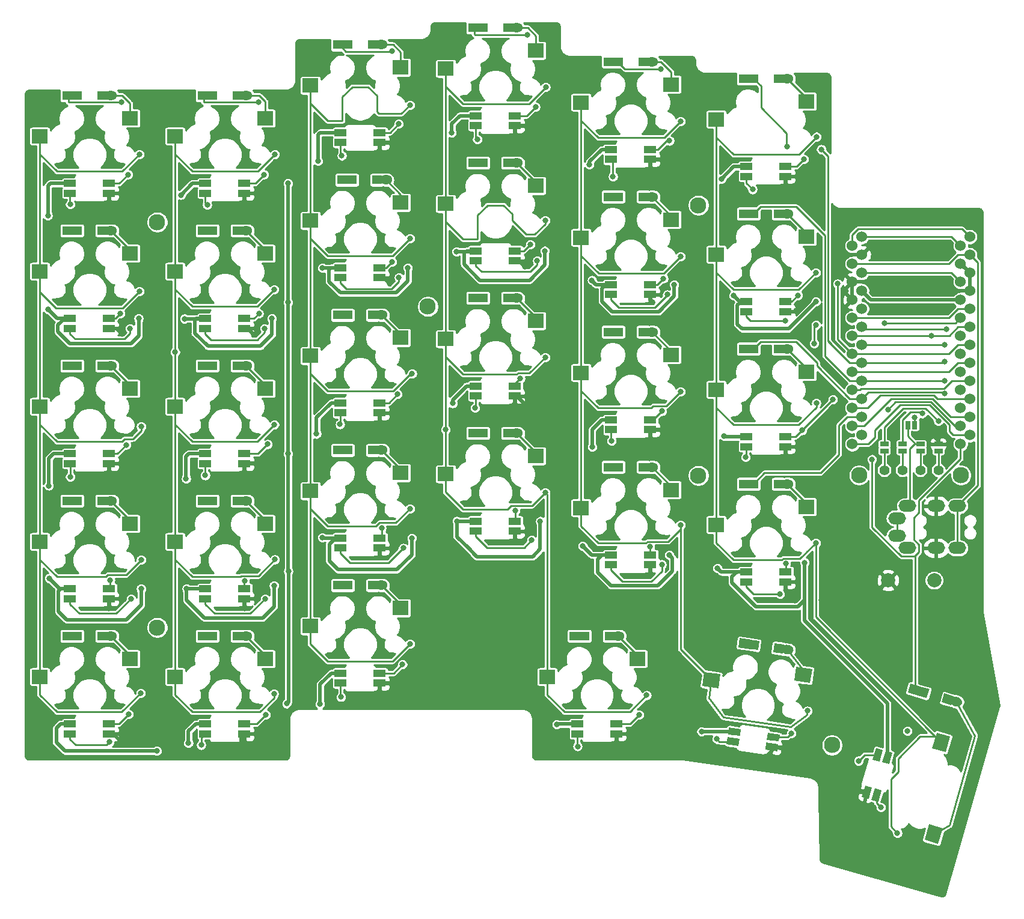
<source format=gbl>
G04 #@! TF.GenerationSoftware,KiCad,Pcbnew,5.1.10-88a1d61d58~88~ubuntu18.04.1*
G04 #@! TF.CreationDate,2021-07-03T13:59:34+09:00*
G04 #@! TF.ProjectId,swallowtail,7377616c-6c6f-4777-9461-696c2e6b6963,rev?*
G04 #@! TF.SameCoordinates,Original*
G04 #@! TF.FileFunction,Copper,L2,Bot*
G04 #@! TF.FilePolarity,Positive*
%FSLAX46Y46*%
G04 Gerber Fmt 4.6, Leading zero omitted, Abs format (unit mm)*
G04 Created by KiCad (PCBNEW 5.1.10-88a1d61d58~88~ubuntu18.04.1) date 2021-07-03 13:59:34*
%MOMM*%
%LPD*%
G01*
G04 APERTURE LIST*
G04 #@! TA.AperFunction,SMDPad,CuDef*
%ADD10R,1.700000X1.000000*%
G04 #@! TD*
G04 #@! TA.AperFunction,SMDPad,CuDef*
%ADD11C,0.100000*%
G04 #@! TD*
G04 #@! TA.AperFunction,SMDPad,CuDef*
%ADD12R,2.300000X2.000000*%
G04 #@! TD*
G04 #@! TA.AperFunction,ComponentPad*
%ADD13C,2.300000*%
G04 #@! TD*
G04 #@! TA.AperFunction,ComponentPad*
%ADD14C,0.100000*%
G04 #@! TD*
G04 #@! TA.AperFunction,SMDPad,CuDef*
%ADD15R,1.400000X1.300000*%
G04 #@! TD*
G04 #@! TA.AperFunction,ComponentPad*
%ADD16O,1.778000X1.300000*%
G04 #@! TD*
G04 #@! TA.AperFunction,ComponentPad*
%ADD17R,1.778000X1.300000*%
G04 #@! TD*
G04 #@! TA.AperFunction,ComponentPad*
%ADD18O,2.500000X1.700000*%
G04 #@! TD*
G04 #@! TA.AperFunction,ComponentPad*
%ADD19C,1.397000*%
G04 #@! TD*
G04 #@! TA.AperFunction,SMDPad,CuDef*
%ADD20R,0.635000X1.143000*%
G04 #@! TD*
G04 #@! TA.AperFunction,SMDPad,CuDef*
%ADD21R,1.143000X0.635000*%
G04 #@! TD*
G04 #@! TA.AperFunction,ComponentPad*
%ADD22C,2.000000*%
G04 #@! TD*
G04 #@! TA.AperFunction,ComponentPad*
%ADD23C,1.524000*%
G04 #@! TD*
G04 #@! TA.AperFunction,ViaPad*
%ADD24C,0.800000*%
G04 #@! TD*
G04 #@! TA.AperFunction,Conductor*
%ADD25C,0.250000*%
G04 #@! TD*
G04 #@! TA.AperFunction,Conductor*
%ADD26C,0.500000*%
G04 #@! TD*
G04 #@! TA.AperFunction,Conductor*
%ADD27C,0.254000*%
G04 #@! TD*
G04 #@! TA.AperFunction,Conductor*
%ADD28C,0.100000*%
G04 #@! TD*
G04 APERTURE END LIST*
D10*
G04 #@! TO.P,LED1,3*
G04 #@! TO.N,GND*
X144434970Y-69756540D03*
G04 #@! TO.P,LED1,4*
G04 #@! TO.N,D3*
X144434970Y-68356540D03*
G04 #@! TO.P,LED1,2*
G04 #@! TO.N,Net-(LED1-Pad2)*
X138934970Y-69756540D03*
G04 #@! TO.P,LED1,1*
G04 #@! TO.N,VCC*
X138934970Y-68356540D03*
G04 #@! TD*
G04 #@! TO.P,LED2,3*
G04 #@! TO.N,GND*
X125384890Y-67375280D03*
G04 #@! TO.P,LED2,4*
G04 #@! TO.N,Net-(LED1-Pad2)*
X125384890Y-65975280D03*
G04 #@! TO.P,LED2,2*
G04 #@! TO.N,Net-(LED2-Pad2)*
X119884890Y-67375280D03*
G04 #@! TO.P,LED2,1*
G04 #@! TO.N,VCC*
X119884890Y-65975280D03*
G04 #@! TD*
G04 #@! TO.P,LED3,3*
G04 #@! TO.N,GND*
X106334810Y-62612760D03*
G04 #@! TO.P,LED3,4*
G04 #@! TO.N,Net-(LED2-Pad2)*
X106334810Y-61212760D03*
G04 #@! TO.P,LED3,2*
G04 #@! TO.N,Net-(LED3-Pad2)*
X100834810Y-62612760D03*
G04 #@! TO.P,LED3,1*
G04 #@! TO.N,VCC*
X100834810Y-61212760D03*
G04 #@! TD*
G04 #@! TO.P,LED4,3*
G04 #@! TO.N,GND*
X87284730Y-64994020D03*
G04 #@! TO.P,LED4,4*
G04 #@! TO.N,Net-(LED3-Pad2)*
X87284730Y-63594020D03*
G04 #@! TO.P,LED4,2*
G04 #@! TO.N,Net-(LED4-Pad2)*
X81784730Y-64994020D03*
G04 #@! TO.P,LED4,1*
G04 #@! TO.N,VCC*
X81784730Y-63594020D03*
G04 #@! TD*
G04 #@! TO.P,LED5,3*
G04 #@! TO.N,GND*
X68234650Y-72137800D03*
G04 #@! TO.P,LED5,4*
G04 #@! TO.N,Net-(LED4-Pad2)*
X68234650Y-70737800D03*
G04 #@! TO.P,LED5,2*
G04 #@! TO.N,Net-(LED5-Pad2)*
X62734650Y-72137800D03*
G04 #@! TO.P,LED5,1*
G04 #@! TO.N,VCC*
X62734650Y-70737800D03*
G04 #@! TD*
G04 #@! TO.P,LED6,3*
G04 #@! TO.N,GND*
X49184570Y-72137800D03*
G04 #@! TO.P,LED6,4*
G04 #@! TO.N,Net-(LED5-Pad2)*
X49184570Y-70737800D03*
G04 #@! TO.P,LED6,2*
G04 #@! TO.N,Net-(LED6-Pad2)*
X43684570Y-72137800D03*
G04 #@! TO.P,LED6,1*
G04 #@! TO.N,VCC*
X43684570Y-70737800D03*
G04 #@! TD*
G04 #@! TO.P,LED7,3*
G04 #@! TO.N,GND*
X49184570Y-91187880D03*
G04 #@! TO.P,LED7,4*
G04 #@! TO.N,Net-(LED6-Pad2)*
X49184570Y-89787880D03*
G04 #@! TO.P,LED7,2*
G04 #@! TO.N,Net-(LED7-Pad2)*
X43684570Y-91187880D03*
G04 #@! TO.P,LED7,1*
G04 #@! TO.N,VCC*
X43684570Y-89787880D03*
G04 #@! TD*
G04 #@! TO.P,LED8,3*
G04 #@! TO.N,GND*
X68234650Y-91187880D03*
G04 #@! TO.P,LED8,4*
G04 #@! TO.N,Net-(LED7-Pad2)*
X68234650Y-89787880D03*
G04 #@! TO.P,LED8,2*
G04 #@! TO.N,Net-(LED8-Pad2)*
X62734650Y-91187880D03*
G04 #@! TO.P,LED8,1*
G04 #@! TO.N,VCC*
X62734650Y-89787880D03*
G04 #@! TD*
G04 #@! TO.P,LED9,3*
G04 #@! TO.N,GND*
X87284730Y-84044100D03*
G04 #@! TO.P,LED9,4*
G04 #@! TO.N,Net-(LED8-Pad2)*
X87284730Y-82644100D03*
G04 #@! TO.P,LED9,2*
G04 #@! TO.N,Net-(LED10-Pad4)*
X81784730Y-84044100D03*
G04 #@! TO.P,LED9,1*
G04 #@! TO.N,VCC*
X81784730Y-82644100D03*
G04 #@! TD*
G04 #@! TO.P,LED10,3*
G04 #@! TO.N,GND*
X106334810Y-81662840D03*
G04 #@! TO.P,LED10,4*
G04 #@! TO.N,Net-(LED10-Pad4)*
X106334810Y-80262840D03*
G04 #@! TO.P,LED10,2*
G04 #@! TO.N,Net-(LED10-Pad2)*
X100834810Y-81662840D03*
G04 #@! TO.P,LED10,1*
G04 #@! TO.N,VCC*
X100834810Y-80262840D03*
G04 #@! TD*
G04 #@! TO.P,LED11,3*
G04 #@! TO.N,GND*
X125384890Y-86425360D03*
G04 #@! TO.P,LED11,4*
G04 #@! TO.N,Net-(LED10-Pad2)*
X125384890Y-85025360D03*
G04 #@! TO.P,LED11,2*
G04 #@! TO.N,Net-(LED11-Pad2)*
X119884890Y-86425360D03*
G04 #@! TO.P,LED11,1*
G04 #@! TO.N,VCC*
X119884890Y-85025360D03*
G04 #@! TD*
G04 #@! TO.P,LED12,3*
G04 #@! TO.N,GND*
X144434970Y-88806620D03*
G04 #@! TO.P,LED12,4*
G04 #@! TO.N,Net-(LED11-Pad2)*
X144434970Y-87406620D03*
G04 #@! TO.P,LED12,2*
G04 #@! TO.N,Net-(LED12-Pad2)*
X138934970Y-88806620D03*
G04 #@! TO.P,LED12,1*
G04 #@! TO.N,VCC*
X138934970Y-87406620D03*
G04 #@! TD*
G04 #@! TO.P,LED13,3*
G04 #@! TO.N,GND*
X144434970Y-107856700D03*
G04 #@! TO.P,LED13,4*
G04 #@! TO.N,Net-(LED12-Pad2)*
X144434970Y-106456700D03*
G04 #@! TO.P,LED13,2*
G04 #@! TO.N,Net-(LED13-Pad2)*
X138934970Y-107856700D03*
G04 #@! TO.P,LED13,1*
G04 #@! TO.N,VCC*
X138934970Y-106456700D03*
G04 #@! TD*
G04 #@! TO.P,LED14,3*
G04 #@! TO.N,GND*
X125384890Y-105475440D03*
G04 #@! TO.P,LED14,4*
G04 #@! TO.N,Net-(LED13-Pad2)*
X125384890Y-104075440D03*
G04 #@! TO.P,LED14,2*
G04 #@! TO.N,Net-(LED14-Pad2)*
X119884890Y-105475440D03*
G04 #@! TO.P,LED14,1*
G04 #@! TO.N,VCC*
X119884890Y-104075440D03*
G04 #@! TD*
G04 #@! TO.P,LED15,3*
G04 #@! TO.N,GND*
X106334810Y-100712920D03*
G04 #@! TO.P,LED15,4*
G04 #@! TO.N,Net-(LED14-Pad2)*
X106334810Y-99312920D03*
G04 #@! TO.P,LED15,2*
G04 #@! TO.N,Net-(LED15-Pad2)*
X100834810Y-100712920D03*
G04 #@! TO.P,LED15,1*
G04 #@! TO.N,VCC*
X100834810Y-99312920D03*
G04 #@! TD*
G04 #@! TO.P,LED16,3*
G04 #@! TO.N,GND*
X87284730Y-103094180D03*
G04 #@! TO.P,LED16,4*
G04 #@! TO.N,Net-(LED15-Pad2)*
X87284730Y-101694180D03*
G04 #@! TO.P,LED16,2*
G04 #@! TO.N,Net-(LED16-Pad2)*
X81784730Y-103094180D03*
G04 #@! TO.P,LED16,1*
G04 #@! TO.N,VCC*
X81784730Y-101694180D03*
G04 #@! TD*
G04 #@! TO.P,LED17,3*
G04 #@! TO.N,GND*
X68234650Y-110237960D03*
G04 #@! TO.P,LED17,4*
G04 #@! TO.N,Net-(LED16-Pad2)*
X68234650Y-108837960D03*
G04 #@! TO.P,LED17,2*
G04 #@! TO.N,Net-(LED17-Pad2)*
X62734650Y-110237960D03*
G04 #@! TO.P,LED17,1*
G04 #@! TO.N,VCC*
X62734650Y-108837960D03*
G04 #@! TD*
G04 #@! TO.P,LED18,3*
G04 #@! TO.N,GND*
X49184570Y-110237960D03*
G04 #@! TO.P,LED18,4*
G04 #@! TO.N,Net-(LED17-Pad2)*
X49184570Y-108837960D03*
G04 #@! TO.P,LED18,2*
G04 #@! TO.N,Net-(LED18-Pad2)*
X43684570Y-110237960D03*
G04 #@! TO.P,LED18,1*
G04 #@! TO.N,VCC*
X43684570Y-108837960D03*
G04 #@! TD*
G04 #@! TO.P,LED19,3*
G04 #@! TO.N,GND*
X49184570Y-129288040D03*
G04 #@! TO.P,LED19,4*
G04 #@! TO.N,Net-(LED18-Pad2)*
X49184570Y-127888040D03*
G04 #@! TO.P,LED19,2*
G04 #@! TO.N,Net-(LED19-Pad2)*
X43684570Y-129288040D03*
G04 #@! TO.P,LED19,1*
G04 #@! TO.N,VCC*
X43684570Y-127888040D03*
G04 #@! TD*
G04 #@! TO.P,LED20,3*
G04 #@! TO.N,GND*
X68234650Y-129288040D03*
G04 #@! TO.P,LED20,4*
G04 #@! TO.N,Net-(LED19-Pad2)*
X68234650Y-127888040D03*
G04 #@! TO.P,LED20,2*
G04 #@! TO.N,Net-(LED20-Pad2)*
X62734650Y-129288040D03*
G04 #@! TO.P,LED20,1*
G04 #@! TO.N,VCC*
X62734650Y-127888040D03*
G04 #@! TD*
G04 #@! TO.P,LED21,3*
G04 #@! TO.N,GND*
X87284730Y-122144260D03*
G04 #@! TO.P,LED21,4*
G04 #@! TO.N,Net-(LED20-Pad2)*
X87284730Y-120744260D03*
G04 #@! TO.P,LED21,2*
G04 #@! TO.N,Net-(LED21-Pad2)*
X81784730Y-122144260D03*
G04 #@! TO.P,LED21,1*
G04 #@! TO.N,VCC*
X81784730Y-120744260D03*
G04 #@! TD*
G04 #@! TO.P,LED22,3*
G04 #@! TO.N,GND*
X106334810Y-119763000D03*
G04 #@! TO.P,LED22,4*
G04 #@! TO.N,Net-(LED21-Pad2)*
X106334810Y-118363000D03*
G04 #@! TO.P,LED22,2*
G04 #@! TO.N,Net-(LED22-Pad2)*
X100834810Y-119763000D03*
G04 #@! TO.P,LED22,1*
G04 #@! TO.N,VCC*
X100834810Y-118363000D03*
G04 #@! TD*
G04 #@! TO.P,LED23,3*
G04 #@! TO.N,GND*
X125384890Y-124525520D03*
G04 #@! TO.P,LED23,4*
G04 #@! TO.N,Net-(LED22-Pad2)*
X125384890Y-123125520D03*
G04 #@! TO.P,LED23,2*
G04 #@! TO.N,Net-(LED23-Pad2)*
X119884890Y-124525520D03*
G04 #@! TO.P,LED23,1*
G04 #@! TO.N,VCC*
X119884890Y-123125520D03*
G04 #@! TD*
G04 #@! TO.P,LED24,3*
G04 #@! TO.N,GND*
X144434970Y-126906780D03*
G04 #@! TO.P,LED24,4*
G04 #@! TO.N,Net-(LED23-Pad2)*
X144434970Y-125506780D03*
G04 #@! TO.P,LED24,2*
G04 #@! TO.N,Net-(LED24-Pad2)*
X138934970Y-126906780D03*
G04 #@! TO.P,LED24,1*
G04 #@! TO.N,VCC*
X138934970Y-125506780D03*
G04 #@! TD*
G04 #@! TA.AperFunction,SMDPad,CuDef*
D11*
G04 #@! TO.P,LED25,3*
G04 #@! TO.N,GND*
G36*
X156140453Y-157530415D02*
G01*
X155179191Y-157254778D01*
X155647775Y-155620633D01*
X156609037Y-155896270D01*
X156140453Y-157530415D01*
G37*
G04 #@! TD.AperFunction*
G04 #@! TA.AperFunction,SMDPad,CuDef*
G04 #@! TO.P,LED25,4*
G04 #@! TO.N,Net-(LED24-Pad2)*
G36*
X157486219Y-157916307D02*
G01*
X156524957Y-157640670D01*
X156993541Y-156006525D01*
X157954803Y-156282162D01*
X157486219Y-157916307D01*
G37*
G04 #@! TD.AperFunction*
G04 #@! TA.AperFunction,SMDPad,CuDef*
G04 #@! TO.P,LED25,2*
G04 #@! TO.N,Net-(LED25-Pad2)*
G36*
X157656459Y-152243475D02*
G01*
X156695197Y-151967838D01*
X157163781Y-150333693D01*
X158125043Y-150609330D01*
X157656459Y-152243475D01*
G37*
G04 #@! TD.AperFunction*
G04 #@! TA.AperFunction,SMDPad,CuDef*
G04 #@! TO.P,LED25,1*
G04 #@! TO.N,VCC*
G36*
X159002225Y-152629367D02*
G01*
X158040963Y-152353730D01*
X158509547Y-150719585D01*
X159470809Y-150995222D01*
X159002225Y-152629367D01*
G37*
G04 #@! TD.AperFunction*
G04 #@! TD*
G04 #@! TA.AperFunction,SMDPad,CuDef*
G04 #@! TO.P,LED26,3*
G04 #@! TO.N,GND*
G36*
X143407788Y-149813615D02*
G01*
X143268615Y-150803883D01*
X141585160Y-150567289D01*
X141724333Y-149577021D01*
X143407788Y-149813615D01*
G37*
G04 #@! TD.AperFunction*
G04 #@! TA.AperFunction,SMDPad,CuDef*
G04 #@! TO.P,LED26,4*
G04 #@! TO.N,Net-(LED25-Pad2)*
G36*
X143602630Y-148427239D02*
G01*
X143463457Y-149417507D01*
X141780002Y-149180913D01*
X141919175Y-148190645D01*
X143602630Y-148427239D01*
G37*
G04 #@! TD.AperFunction*
G04 #@! TA.AperFunction,SMDPad,CuDef*
G04 #@! TO.P,LED26,2*
G04 #@! TO.N,Net-(LED26-Pad2)*
G36*
X137961314Y-149048163D02*
G01*
X137822141Y-150038431D01*
X136138686Y-149801837D01*
X136277859Y-148811569D01*
X137961314Y-149048163D01*
G37*
G04 #@! TD.AperFunction*
G04 #@! TA.AperFunction,SMDPad,CuDef*
G04 #@! TO.P,LED26,1*
G04 #@! TO.N,VCC*
G36*
X138156156Y-147661787D02*
G01*
X138016983Y-148652055D01*
X136333528Y-148415461D01*
X136472701Y-147425193D01*
X138156156Y-147661787D01*
G37*
G04 #@! TD.AperFunction*
G04 #@! TD*
D10*
G04 #@! TO.P,LED27,3*
G04 #@! TO.N,GND*
X120622370Y-148338120D03*
G04 #@! TO.P,LED27,4*
G04 #@! TO.N,Net-(LED26-Pad2)*
X120622370Y-146938120D03*
G04 #@! TO.P,LED27,2*
G04 #@! TO.N,Net-(LED27-Pad2)*
X115122370Y-148338120D03*
G04 #@! TO.P,LED27,1*
G04 #@! TO.N,VCC*
X115122370Y-146938120D03*
G04 #@! TD*
G04 #@! TO.P,LED28,3*
G04 #@! TO.N,GND*
X87284730Y-141194340D03*
G04 #@! TO.P,LED28,4*
G04 #@! TO.N,Net-(LED27-Pad2)*
X87284730Y-139794340D03*
G04 #@! TO.P,LED28,2*
G04 #@! TO.N,Net-(LED28-Pad2)*
X81784730Y-141194340D03*
G04 #@! TO.P,LED28,1*
G04 #@! TO.N,VCC*
X81784730Y-139794340D03*
G04 #@! TD*
G04 #@! TO.P,LED29,3*
G04 #@! TO.N,GND*
X68234650Y-148338120D03*
G04 #@! TO.P,LED29,4*
G04 #@! TO.N,Net-(LED28-Pad2)*
X68234650Y-146938120D03*
G04 #@! TO.P,LED29,2*
G04 #@! TO.N,Net-(LED29-Pad2)*
X62734650Y-148338120D03*
G04 #@! TO.P,LED29,1*
G04 #@! TO.N,VCC*
X62734650Y-146938120D03*
G04 #@! TD*
G04 #@! TO.P,LED30,3*
G04 #@! TO.N,GND*
X49184570Y-148338120D03*
G04 #@! TO.P,LED30,4*
G04 #@! TO.N,Net-(LED29-Pad2)*
X49184570Y-146938120D03*
G04 #@! TO.P,LED30,2*
G04 #@! TO.N,Net-(LED30-Pad2)*
X43684570Y-148338120D03*
G04 #@! TO.P,LED30,1*
G04 #@! TO.N,VCC*
X43684570Y-146938120D03*
G04 #@! TD*
D12*
G04 #@! TO.P,SW6,2*
G04 #@! TO.N,Net-(D6-Pad2)*
X147384385Y-59173765D03*
G04 #@! TO.P,SW6,1*
G04 #@! TO.N,B5*
X134684385Y-61713765D03*
G04 #@! TD*
D13*
G04 #@! TO.P,Ref\u002A\u002A,*
G04 #@! TO.N,*
X169125000Y-111875000D03*
G04 #@! TD*
G04 #@! TO.P,Ref\u002A\u002A,*
G04 #@! TO.N,*
X154775000Y-111875000D03*
G04 #@! TD*
G04 #@! TO.P,Ref\u002A\u002A,*
G04 #@! TO.N,*
X132159930Y-111919220D03*
G04 #@! TD*
G04 #@! TO.P,Ref\u002A\u002A,*
G04 #@! TO.N,*
X132159930Y-73819060D03*
G04 #@! TD*
G04 #@! TO.P,Ref\u002A\u002A,*
G04 #@! TO.N,*
X94059770Y-88106620D03*
G04 #@! TD*
G04 #@! TO.P,Ref\u002A\u002A,*
G04 #@! TO.N,*
X150975000Y-149925000D03*
G04 #@! TD*
G04 #@! TO.P,Ref\u002A\u002A,*
G04 #@! TO.N,*
X55959610Y-133350560D03*
G04 #@! TD*
G04 #@! TO.P,Ref\u002A\u002A,*
G04 #@! TO.N,*
X55959610Y-76200320D03*
G04 #@! TD*
G04 #@! TA.AperFunction,SMDPad,CuDef*
D11*
G04 #@! TO.P,SW29,2*
G04 #@! TO.N,Net-(D29-Pad2)*
G36*
X148185460Y-139181410D02*
G01*
X147907114Y-141161946D01*
X145629498Y-140841848D01*
X145907844Y-138861312D01*
X148185460Y-139181410D01*
G37*
G04 #@! TD.AperFunction*
G04 #@! TA.AperFunction,SMDPad,CuDef*
G04 #@! TO.P,SW29,1*
G04 #@! TO.N,B4*
G36*
X135255556Y-139929193D02*
G01*
X134977210Y-141909729D01*
X132699594Y-141589631D01*
X132977940Y-139609095D01*
X135255556Y-139929193D01*
G37*
G04 #@! TD.AperFunction*
G04 #@! TD*
G04 #@! TA.AperFunction,SMDPad,CuDef*
G04 #@! TO.P,D29,2*
G04 #@! TO.N,Net-(D29-Pad2)*
G36*
X144251682Y-135736029D02*
G01*
X144070757Y-137023377D01*
X142684382Y-136828535D01*
X142865307Y-135541187D01*
X144251682Y-135736029D01*
G37*
G04 #@! TD.AperFunction*
G04 #@! TA.AperFunction,SMDPad,CuDef*
G04 #@! TO.P,D29,1*
G04 #@! TO.N,B6*
G36*
X140736230Y-135241965D02*
G01*
X140555305Y-136529313D01*
X139168930Y-136334471D01*
X139349855Y-135047123D01*
X140736230Y-135241965D01*
G37*
G04 #@! TD.AperFunction*
G04 #@! TO.P,D29,2*
G04 #@! TO.N,Net-(D29-Pad2)*
G04 #@! TA.AperFunction,ComponentPad*
G36*
G01*
X143800762Y-136329044D02*
X143800762Y-136329044D01*
G75*
G02*
X144534899Y-135775833I643674J-90463D01*
G01*
X145008247Y-135842357D01*
G75*
G02*
X145561458Y-136576494I-90463J-643674D01*
G01*
X145561458Y-136576494D01*
G75*
G02*
X144827321Y-137129705I-643674J90463D01*
G01*
X144353973Y-137063181D01*
G75*
G02*
X143800762Y-136329044I90463J643674D01*
G01*
G37*
G04 #@! TD.AperFunction*
G04 #@! TA.AperFunction,ComponentPad*
D14*
G04 #@! TO.P,D29,1*
G04 #@! TO.N,B6*
G36*
X137768691Y-136137680D02*
G01*
X137949616Y-134850332D01*
X139710313Y-135097782D01*
X139529388Y-136385130D01*
X137768691Y-136137680D01*
G37*
G04 #@! TD.AperFunction*
G04 #@! TD*
D15*
G04 #@! TO.P,D23,2*
G04 #@! TO.N,Net-(D23-Pad2)*
X124409385Y-110728140D03*
G04 #@! TO.P,D23,1*
G04 #@! TO.N,B2*
X120859385Y-110728140D03*
D16*
G04 #@! TO.P,D23,2*
G04 #@! TO.N,Net-(D23-Pad2)*
X125634385Y-110728140D03*
D17*
G04 #@! TO.P,D23,1*
G04 #@! TO.N,B2*
X119634385Y-110728140D03*
G04 #@! TD*
D12*
G04 #@! TO.P,SW19,2*
G04 #@! TO.N,Net-(D19-Pad2)*
X52134385Y-118705025D03*
G04 #@! TO.P,SW19,1*
G04 #@! TO.N,D4*
X39434385Y-121245025D03*
G04 #@! TD*
G04 #@! TO.P,SW20,2*
G04 #@! TO.N,Net-(D20-Pad2)*
X71184385Y-118705025D03*
G04 #@! TO.P,SW20,1*
G04 #@! TO.N,C6*
X58484385Y-121245025D03*
G04 #@! TD*
G04 #@! TO.P,SW24,2*
G04 #@! TO.N,Net-(D24-Pad2)*
X147384385Y-116323765D03*
G04 #@! TO.P,SW24,1*
G04 #@! TO.N,B5*
X134684385Y-118863765D03*
G04 #@! TD*
D15*
G04 #@! TO.P,D1,2*
G04 #@! TO.N,Net-(D1-Pad2)*
X48209385Y-58340650D03*
G04 #@! TO.P,D1,1*
G04 #@! TO.N,F7*
X44659385Y-58340650D03*
D16*
G04 #@! TO.P,D1,2*
G04 #@! TO.N,Net-(D1-Pad2)*
X49434385Y-58340650D03*
D17*
G04 #@! TO.P,D1,1*
G04 #@! TO.N,F7*
X43434385Y-58340650D03*
G04 #@! TD*
D15*
G04 #@! TO.P,D2,2*
G04 #@! TO.N,Net-(D2-Pad2)*
X67259385Y-58340650D03*
G04 #@! TO.P,D2,1*
G04 #@! TO.N,F7*
X63709385Y-58340650D03*
D16*
G04 #@! TO.P,D2,2*
G04 #@! TO.N,Net-(D2-Pad2)*
X68484385Y-58340650D03*
D17*
G04 #@! TO.P,D2,1*
G04 #@! TO.N,F7*
X62484385Y-58340650D03*
G04 #@! TD*
D15*
G04 #@! TO.P,D3,2*
G04 #@! TO.N,Net-(D3-Pad2)*
X86309385Y-51196890D03*
G04 #@! TO.P,D3,1*
G04 #@! TO.N,F7*
X82759385Y-51196890D03*
D16*
G04 #@! TO.P,D3,2*
G04 #@! TO.N,Net-(D3-Pad2)*
X87534385Y-51196890D03*
D17*
G04 #@! TO.P,D3,1*
G04 #@! TO.N,F7*
X81534385Y-51196890D03*
G04 #@! TD*
D15*
G04 #@! TO.P,D4,2*
G04 #@! TO.N,Net-(D4-Pad2)*
X105359385Y-48815640D03*
G04 #@! TO.P,D4,1*
G04 #@! TO.N,F7*
X101809385Y-48815640D03*
D16*
G04 #@! TO.P,D4,2*
G04 #@! TO.N,Net-(D4-Pad2)*
X106584385Y-48815640D03*
D17*
G04 #@! TO.P,D4,1*
G04 #@! TO.N,F7*
X100584385Y-48815640D03*
G04 #@! TD*
D15*
G04 #@! TO.P,D5,2*
G04 #@! TO.N,Net-(D5-Pad2)*
X124409385Y-53578140D03*
G04 #@! TO.P,D5,1*
G04 #@! TO.N,F7*
X120859385Y-53578140D03*
D16*
G04 #@! TO.P,D5,2*
G04 #@! TO.N,Net-(D5-Pad2)*
X125634385Y-53578140D03*
D17*
G04 #@! TO.P,D5,1*
G04 #@! TO.N,F7*
X119634385Y-53578140D03*
G04 #@! TD*
D15*
G04 #@! TO.P,D6,2*
G04 #@! TO.N,Net-(D6-Pad2)*
X143459385Y-55959390D03*
G04 #@! TO.P,D6,1*
G04 #@! TO.N,F7*
X139909385Y-55959390D03*
D16*
G04 #@! TO.P,D6,2*
G04 #@! TO.N,Net-(D6-Pad2)*
X144684385Y-55959390D03*
D17*
G04 #@! TO.P,D6,1*
G04 #@! TO.N,F7*
X138684385Y-55959390D03*
G04 #@! TD*
D15*
G04 #@! TO.P,D7,2*
G04 #@! TO.N,Net-(D7-Pad2)*
X48209385Y-77390650D03*
G04 #@! TO.P,D7,1*
G04 #@! TO.N,B1*
X44659385Y-77390650D03*
D16*
G04 #@! TO.P,D7,2*
G04 #@! TO.N,Net-(D7-Pad2)*
X49434385Y-77390650D03*
D17*
G04 #@! TO.P,D7,1*
G04 #@! TO.N,B1*
X43434385Y-77390650D03*
G04 #@! TD*
D15*
G04 #@! TO.P,D8,2*
G04 #@! TO.N,Net-(D8-Pad2)*
X67259385Y-77390650D03*
G04 #@! TO.P,D8,1*
G04 #@! TO.N,B1*
X63709385Y-77390650D03*
D16*
G04 #@! TO.P,D8,2*
G04 #@! TO.N,Net-(D8-Pad2)*
X68484385Y-77390650D03*
D17*
G04 #@! TO.P,D8,1*
G04 #@! TO.N,B1*
X62484385Y-77390650D03*
G04 #@! TD*
D15*
G04 #@! TO.P,D9,2*
G04 #@! TO.N,Net-(D9-Pad2)*
X86915635Y-70246890D03*
G04 #@! TO.P,D9,1*
G04 #@! TO.N,B1*
X83365635Y-70246890D03*
D16*
G04 #@! TO.P,D9,2*
G04 #@! TO.N,Net-(D9-Pad2)*
X88140635Y-70246890D03*
D17*
G04 #@! TO.P,D9,1*
G04 #@! TO.N,B1*
X82140635Y-70246890D03*
G04 #@! TD*
D15*
G04 #@! TO.P,D10,2*
G04 #@! TO.N,Net-(D10-Pad2)*
X105359385Y-67865640D03*
G04 #@! TO.P,D10,1*
G04 #@! TO.N,B1*
X101809385Y-67865640D03*
D16*
G04 #@! TO.P,D10,2*
G04 #@! TO.N,Net-(D10-Pad2)*
X106584385Y-67865640D03*
D17*
G04 #@! TO.P,D10,1*
G04 #@! TO.N,B1*
X100584385Y-67865640D03*
G04 #@! TD*
D15*
G04 #@! TO.P,D11,2*
G04 #@! TO.N,Net-(D11-Pad2)*
X124409385Y-72628140D03*
G04 #@! TO.P,D11,1*
G04 #@! TO.N,B1*
X120859385Y-72628140D03*
D16*
G04 #@! TO.P,D11,2*
G04 #@! TO.N,Net-(D11-Pad2)*
X125634385Y-72628140D03*
D17*
G04 #@! TO.P,D11,1*
G04 #@! TO.N,B1*
X119634385Y-72628140D03*
G04 #@! TD*
D15*
G04 #@! TO.P,D12,2*
G04 #@! TO.N,Net-(D12-Pad2)*
X143459385Y-75009390D03*
G04 #@! TO.P,D12,1*
G04 #@! TO.N,B1*
X139909385Y-75009390D03*
D16*
G04 #@! TO.P,D12,2*
G04 #@! TO.N,Net-(D12-Pad2)*
X144684385Y-75009390D03*
D17*
G04 #@! TO.P,D12,1*
G04 #@! TO.N,B1*
X138684385Y-75009390D03*
G04 #@! TD*
D15*
G04 #@! TO.P,D13,2*
G04 #@! TO.N,Net-(D13-Pad2)*
X48209385Y-96440650D03*
G04 #@! TO.P,D13,1*
G04 #@! TO.N,B3*
X44659385Y-96440650D03*
D16*
G04 #@! TO.P,D13,2*
G04 #@! TO.N,Net-(D13-Pad2)*
X49434385Y-96440650D03*
D17*
G04 #@! TO.P,D13,1*
G04 #@! TO.N,B3*
X43434385Y-96440650D03*
G04 #@! TD*
D15*
G04 #@! TO.P,D14,2*
G04 #@! TO.N,Net-(D14-Pad2)*
X67259385Y-96440650D03*
G04 #@! TO.P,D14,1*
G04 #@! TO.N,B3*
X63709385Y-96440650D03*
D16*
G04 #@! TO.P,D14,2*
G04 #@! TO.N,Net-(D14-Pad2)*
X68484385Y-96440650D03*
D17*
G04 #@! TO.P,D14,1*
G04 #@! TO.N,B3*
X62484385Y-96440650D03*
G04 #@! TD*
D15*
G04 #@! TO.P,D15,2*
G04 #@! TO.N,Net-(D15-Pad2)*
X86309385Y-89296890D03*
G04 #@! TO.P,D15,1*
G04 #@! TO.N,B3*
X82759385Y-89296890D03*
D16*
G04 #@! TO.P,D15,2*
G04 #@! TO.N,Net-(D15-Pad2)*
X87534385Y-89296890D03*
D17*
G04 #@! TO.P,D15,1*
G04 #@! TO.N,B3*
X81534385Y-89296890D03*
G04 #@! TD*
D15*
G04 #@! TO.P,D16,2*
G04 #@! TO.N,Net-(D16-Pad2)*
X105359385Y-86915640D03*
G04 #@! TO.P,D16,1*
G04 #@! TO.N,B3*
X101809385Y-86915640D03*
D16*
G04 #@! TO.P,D16,2*
G04 #@! TO.N,Net-(D16-Pad2)*
X106584385Y-86915640D03*
D17*
G04 #@! TO.P,D16,1*
G04 #@! TO.N,B3*
X100584385Y-86915640D03*
G04 #@! TD*
D15*
G04 #@! TO.P,D17,2*
G04 #@! TO.N,Net-(D17-Pad2)*
X124409385Y-91678140D03*
G04 #@! TO.P,D17,1*
G04 #@! TO.N,B3*
X120859385Y-91678140D03*
D16*
G04 #@! TO.P,D17,2*
G04 #@! TO.N,Net-(D17-Pad2)*
X125634385Y-91678140D03*
D17*
G04 #@! TO.P,D17,1*
G04 #@! TO.N,B3*
X119634385Y-91678140D03*
G04 #@! TD*
D15*
G04 #@! TO.P,D18,2*
G04 #@! TO.N,Net-(D18-Pad2)*
X143459385Y-94059390D03*
G04 #@! TO.P,D18,1*
G04 #@! TO.N,B3*
X139909385Y-94059390D03*
D16*
G04 #@! TO.P,D18,2*
G04 #@! TO.N,Net-(D18-Pad2)*
X144684385Y-94059390D03*
D17*
G04 #@! TO.P,D18,1*
G04 #@! TO.N,B3*
X138684385Y-94059390D03*
G04 #@! TD*
D15*
G04 #@! TO.P,D19,2*
G04 #@! TO.N,Net-(D19-Pad2)*
X48209385Y-115490650D03*
G04 #@! TO.P,D19,1*
G04 #@! TO.N,B2*
X44659385Y-115490650D03*
D16*
G04 #@! TO.P,D19,2*
G04 #@! TO.N,Net-(D19-Pad2)*
X49434385Y-115490650D03*
D17*
G04 #@! TO.P,D19,1*
G04 #@! TO.N,B2*
X43434385Y-115490650D03*
G04 #@! TD*
D15*
G04 #@! TO.P,D20,2*
G04 #@! TO.N,Net-(D20-Pad2)*
X67259385Y-115490650D03*
G04 #@! TO.P,D20,1*
G04 #@! TO.N,B2*
X63709385Y-115490650D03*
D16*
G04 #@! TO.P,D20,2*
G04 #@! TO.N,Net-(D20-Pad2)*
X68484385Y-115490650D03*
D17*
G04 #@! TO.P,D20,1*
G04 #@! TO.N,B2*
X62484385Y-115490650D03*
G04 #@! TD*
D15*
G04 #@! TO.P,D21,2*
G04 #@! TO.N,Net-(D21-Pad2)*
X86309385Y-108346890D03*
G04 #@! TO.P,D21,1*
G04 #@! TO.N,B2*
X82759385Y-108346890D03*
D16*
G04 #@! TO.P,D21,2*
G04 #@! TO.N,Net-(D21-Pad2)*
X87534385Y-108346890D03*
D17*
G04 #@! TO.P,D21,1*
G04 #@! TO.N,B2*
X81534385Y-108346890D03*
G04 #@! TD*
D15*
G04 #@! TO.P,D22,2*
G04 #@! TO.N,Net-(D22-Pad2)*
X105359385Y-105965640D03*
G04 #@! TO.P,D22,1*
G04 #@! TO.N,B2*
X101809385Y-105965640D03*
D16*
G04 #@! TO.P,D22,2*
G04 #@! TO.N,Net-(D22-Pad2)*
X106584385Y-105965640D03*
D17*
G04 #@! TO.P,D22,1*
G04 #@! TO.N,B2*
X100584385Y-105965640D03*
G04 #@! TD*
D15*
G04 #@! TO.P,D24,2*
G04 #@! TO.N,Net-(D24-Pad2)*
X143459385Y-113109390D03*
G04 #@! TO.P,D24,1*
G04 #@! TO.N,B2*
X139909385Y-113109390D03*
D16*
G04 #@! TO.P,D24,2*
G04 #@! TO.N,Net-(D24-Pad2)*
X144684385Y-113109390D03*
D17*
G04 #@! TO.P,D24,1*
G04 #@! TO.N,B2*
X138684385Y-113109390D03*
G04 #@! TD*
D15*
G04 #@! TO.P,D25,2*
G04 #@! TO.N,Net-(D25-Pad2)*
X48209385Y-134540650D03*
G04 #@! TO.P,D25,1*
G04 #@! TO.N,B6*
X44659385Y-134540650D03*
D16*
G04 #@! TO.P,D25,2*
G04 #@! TO.N,Net-(D25-Pad2)*
X49434385Y-134540650D03*
D17*
G04 #@! TO.P,D25,1*
G04 #@! TO.N,B6*
X43434385Y-134540650D03*
G04 #@! TD*
D15*
G04 #@! TO.P,D26,2*
G04 #@! TO.N,Net-(D26-Pad2)*
X67259385Y-134540650D03*
G04 #@! TO.P,D26,1*
G04 #@! TO.N,B6*
X63709385Y-134540650D03*
D16*
G04 #@! TO.P,D26,2*
G04 #@! TO.N,Net-(D26-Pad2)*
X68484385Y-134540650D03*
D17*
G04 #@! TO.P,D26,1*
G04 #@! TO.N,B6*
X62484385Y-134540650D03*
G04 #@! TD*
D15*
G04 #@! TO.P,D27,2*
G04 #@! TO.N,Net-(D27-Pad2)*
X86309385Y-127396890D03*
G04 #@! TO.P,D27,1*
G04 #@! TO.N,B6*
X82759385Y-127396890D03*
D16*
G04 #@! TO.P,D27,2*
G04 #@! TO.N,Net-(D27-Pad2)*
X87534385Y-127396890D03*
D17*
G04 #@! TO.P,D27,1*
G04 #@! TO.N,B6*
X81534385Y-127396890D03*
G04 #@! TD*
D15*
G04 #@! TO.P,D28,2*
G04 #@! TO.N,Net-(D28-Pad2)*
X119651385Y-134541640D03*
G04 #@! TO.P,D28,1*
G04 #@! TO.N,B6*
X116101385Y-134541640D03*
D16*
G04 #@! TO.P,D28,2*
G04 #@! TO.N,Net-(D28-Pad2)*
X120876385Y-134541640D03*
D17*
G04 #@! TO.P,D28,1*
G04 #@! TO.N,B6*
X114876385Y-134541640D03*
G04 #@! TD*
G04 #@! TA.AperFunction,SMDPad,CuDef*
D11*
G04 #@! TO.P,D30,2*
G04 #@! TO.N,Net-(D30-Pad2)*
G36*
X168102660Y-143024123D02*
G01*
X167744332Y-144273763D01*
X166398566Y-143887871D01*
X166756894Y-142638231D01*
X168102660Y-143024123D01*
G37*
G04 #@! TD.AperFunction*
G04 #@! TA.AperFunction,SMDPad,CuDef*
G04 #@! TO.P,D30,1*
G04 #@! TO.N,B6*
G36*
X164690180Y-142045611D02*
G01*
X164331852Y-143295251D01*
X162986086Y-142909359D01*
X163344414Y-141659719D01*
X164690180Y-142045611D01*
G37*
G04 #@! TD.AperFunction*
G04 #@! TO.P,D30,2*
G04 #@! TO.N,Net-(D30-Pad2)*
G04 #@! TA.AperFunction,ComponentPad*
G36*
G01*
X167573596Y-143548612D02*
X167573596Y-143548612D01*
G75*
G02*
X168377580Y-143102956I624820J-179164D01*
G01*
X168837064Y-143234710D01*
G75*
G02*
X169282720Y-144038694I-179164J-624820D01*
G01*
X169282720Y-144038694D01*
G75*
G02*
X168478736Y-144484350I-624820J179164D01*
G01*
X168019252Y-144352596D01*
G75*
G02*
X167573596Y-143548612I179164J624820D01*
G01*
G37*
G04 #@! TD.AperFunction*
G04 #@! TA.AperFunction,ComponentPad*
D14*
G04 #@! TO.P,D30,1*
G04 #@! TO.N,B6*
G36*
X161626862Y-142519607D02*
G01*
X161985191Y-141269967D01*
X163694314Y-141760051D01*
X163335985Y-143009691D01*
X161626862Y-142519607D01*
G37*
G04 #@! TD.AperFunction*
G04 #@! TD*
D12*
G04 #@! TO.P,SW4,2*
G04 #@! TO.N,Net-(D4-Pad2)*
X109284385Y-52030015D03*
G04 #@! TO.P,SW4,1*
G04 #@! TO.N,E6*
X96584385Y-54570015D03*
G04 #@! TD*
G04 #@! TA.AperFunction,SMDPad,CuDef*
D11*
G04 #@! TO.P,SW30,2*
G04 #@! TO.N,Net-(D30-Pad2)*
G36*
X165929191Y-163827808D02*
G01*
X164006667Y-163276534D01*
X164640633Y-161065632D01*
X166563157Y-161616906D01*
X165929191Y-163827808D01*
G37*
G04 #@! TD.AperFunction*
G04 #@! TA.AperFunction,SMDPad,CuDef*
G04 #@! TO.P,SW30,1*
G04 #@! TO.N,B5*
G36*
X166988181Y-150919666D02*
G01*
X165065657Y-150368392D01*
X165699623Y-148157490D01*
X167622147Y-148708764D01*
X166988181Y-150919666D01*
G37*
G04 #@! TD.AperFunction*
G04 #@! TD*
D12*
G04 #@! TO.P,SW25,2*
G04 #@! TO.N,Net-(D25-Pad2)*
X52134385Y-137755025D03*
G04 #@! TO.P,SW25,1*
G04 #@! TO.N,D4*
X39434385Y-140295025D03*
G04 #@! TD*
D18*
G04 #@! TO.P,J1,A*
G04 #@! TO.N,Net-(J1-PadA)*
X160113560Y-117940425D03*
G04 #@! TO.P,J1,D*
G04 #@! TO.N,VCC*
X161613560Y-122140425D03*
G04 #@! TO.P,J1,C*
G04 #@! TO.N,GND*
X165613560Y-122140425D03*
G04 #@! TO.P,J1,B*
G04 #@! TO.N,D2*
X168613560Y-122140425D03*
G04 #@! TO.P,J1,C*
G04 #@! TO.N,GND*
X165613560Y-116190425D03*
G04 #@! TO.P,J1,B*
G04 #@! TO.N,D2*
X168613560Y-116190425D03*
G04 #@! TO.P,J1,A*
G04 #@! TO.N,Net-(J1-PadA)*
X160113560Y-120390425D03*
G04 #@! TO.P,J1,D*
G04 #@! TO.N,VCC*
X161613560Y-116190425D03*
G04 #@! TD*
D19*
G04 #@! TO.P,J2,4*
G04 #@! TO.N,Net-(J2-Pad4)*
X165944560Y-111150425D03*
G04 #@! TO.P,J2,3*
G04 #@! TO.N,Net-(J2-Pad3)*
X163404560Y-111150425D03*
G04 #@! TO.P,J2,2*
G04 #@! TO.N,Net-(J2-Pad2)*
X160864560Y-111150425D03*
G04 #@! TO.P,J2,1*
G04 #@! TO.N,Net-(J2-Pad1)*
X158324560Y-111150425D03*
G04 #@! TD*
D20*
G04 #@! TO.P,JP1,2*
G04 #@! TO.N,VCC*
X161634180Y-104800425D03*
G04 #@! TO.P,JP1,1*
G04 #@! TO.N,F6*
X162634940Y-104800425D03*
G04 #@! TD*
D21*
G04 #@! TO.P,JP3,2*
G04 #@! TO.N,GND*
X165944560Y-107475045D03*
G04 #@! TO.P,JP3,1*
G04 #@! TO.N,Net-(J2-Pad4)*
X165944560Y-108475805D03*
G04 #@! TD*
G04 #@! TO.P,JP4,2*
G04 #@! TO.N,VCC*
X163404560Y-107475045D03*
G04 #@! TO.P,JP4,1*
G04 #@! TO.N,Net-(J2-Pad3)*
X163404560Y-108475805D03*
G04 #@! TD*
G04 #@! TO.P,JP5,2*
G04 #@! TO.N,SCL*
X160864560Y-107475045D03*
G04 #@! TO.P,JP5,1*
G04 #@! TO.N,Net-(J2-Pad2)*
X160864560Y-108475805D03*
G04 #@! TD*
G04 #@! TO.P,JP6,2*
G04 #@! TO.N,SDA*
X158324560Y-107475045D03*
G04 #@! TO.P,JP6,1*
G04 #@! TO.N,Net-(J2-Pad1)*
X158324560Y-108475805D03*
G04 #@! TD*
D22*
G04 #@! TO.P,RSW1,2*
G04 #@! TO.N,GND*
X158866850Y-126692520D03*
G04 #@! TO.P,RSW1,1*
G04 #@! TO.N,RST*
X165366850Y-126692520D03*
G04 #@! TD*
D12*
G04 #@! TO.P,SW1,2*
G04 #@! TO.N,Net-(D1-Pad2)*
X52134385Y-61555025D03*
G04 #@! TO.P,SW1,1*
G04 #@! TO.N,D4*
X39434385Y-64095025D03*
G04 #@! TD*
G04 #@! TO.P,SW2,2*
G04 #@! TO.N,Net-(D2-Pad2)*
X71184385Y-61555025D03*
G04 #@! TO.P,SW2,1*
G04 #@! TO.N,C6*
X58484385Y-64095025D03*
G04 #@! TD*
G04 #@! TO.P,SW3,2*
G04 #@! TO.N,Net-(D3-Pad2)*
X90234385Y-54411265D03*
G04 #@! TO.P,SW3,1*
G04 #@! TO.N,D7*
X77534385Y-56951265D03*
G04 #@! TD*
G04 #@! TO.P,SW5,2*
G04 #@! TO.N,Net-(D5-Pad2)*
X128334385Y-56792515D03*
G04 #@! TO.P,SW5,1*
G04 #@! TO.N,B4*
X115634385Y-59332515D03*
G04 #@! TD*
G04 #@! TO.P,SW7,2*
G04 #@! TO.N,Net-(D7-Pad2)*
X52134385Y-80605025D03*
G04 #@! TO.P,SW7,1*
G04 #@! TO.N,D4*
X39434385Y-83145025D03*
G04 #@! TD*
G04 #@! TO.P,SW8,2*
G04 #@! TO.N,Net-(D8-Pad2)*
X71184385Y-80605025D03*
G04 #@! TO.P,SW8,1*
G04 #@! TO.N,C6*
X58484385Y-83145025D03*
G04 #@! TD*
G04 #@! TO.P,SW9,2*
G04 #@! TO.N,Net-(D9-Pad2)*
X90234385Y-73461265D03*
G04 #@! TO.P,SW9,1*
G04 #@! TO.N,D7*
X77534385Y-76001265D03*
G04 #@! TD*
G04 #@! TO.P,SW10,2*
G04 #@! TO.N,Net-(D10-Pad2)*
X109284385Y-71080015D03*
G04 #@! TO.P,SW10,1*
G04 #@! TO.N,E6*
X96584385Y-73620015D03*
G04 #@! TD*
G04 #@! TO.P,SW11,2*
G04 #@! TO.N,Net-(D11-Pad2)*
X128334385Y-75842515D03*
G04 #@! TO.P,SW11,1*
G04 #@! TO.N,B4*
X115634385Y-78382515D03*
G04 #@! TD*
G04 #@! TO.P,SW12,2*
G04 #@! TO.N,Net-(D12-Pad2)*
X147384385Y-78223765D03*
G04 #@! TO.P,SW12,1*
G04 #@! TO.N,B5*
X134684385Y-80763765D03*
G04 #@! TD*
G04 #@! TO.P,SW13,2*
G04 #@! TO.N,Net-(D13-Pad2)*
X52134385Y-99655025D03*
G04 #@! TO.P,SW13,1*
G04 #@! TO.N,D4*
X39434385Y-102195025D03*
G04 #@! TD*
G04 #@! TO.P,SW14,2*
G04 #@! TO.N,Net-(D14-Pad2)*
X71184385Y-99655025D03*
G04 #@! TO.P,SW14,1*
G04 #@! TO.N,C6*
X58484385Y-102195025D03*
G04 #@! TD*
G04 #@! TO.P,SW15,2*
G04 #@! TO.N,Net-(D15-Pad2)*
X90234385Y-92511265D03*
G04 #@! TO.P,SW15,1*
G04 #@! TO.N,D7*
X77534385Y-95051265D03*
G04 #@! TD*
G04 #@! TO.P,SW16,2*
G04 #@! TO.N,Net-(D16-Pad2)*
X109284385Y-90130015D03*
G04 #@! TO.P,SW16,1*
G04 #@! TO.N,E6*
X96584385Y-92670015D03*
G04 #@! TD*
G04 #@! TO.P,SW17,2*
G04 #@! TO.N,Net-(D17-Pad2)*
X128334385Y-94892515D03*
G04 #@! TO.P,SW17,1*
G04 #@! TO.N,B4*
X115634385Y-97432515D03*
G04 #@! TD*
G04 #@! TO.P,SW18,2*
G04 #@! TO.N,Net-(D18-Pad2)*
X147384385Y-97273765D03*
G04 #@! TO.P,SW18,1*
G04 #@! TO.N,B5*
X134684385Y-99813765D03*
G04 #@! TD*
G04 #@! TO.P,SW21,2*
G04 #@! TO.N,Net-(D21-Pad2)*
X90234385Y-111561265D03*
G04 #@! TO.P,SW21,1*
G04 #@! TO.N,D7*
X77534385Y-114101265D03*
G04 #@! TD*
G04 #@! TO.P,SW22,2*
G04 #@! TO.N,Net-(D22-Pad2)*
X109284385Y-109180015D03*
G04 #@! TO.P,SW22,1*
G04 #@! TO.N,E6*
X96584385Y-111720015D03*
G04 #@! TD*
G04 #@! TO.P,SW23,2*
G04 #@! TO.N,Net-(D23-Pad2)*
X128334385Y-113942515D03*
G04 #@! TO.P,SW23,1*
G04 #@! TO.N,B4*
X115634385Y-116482515D03*
G04 #@! TD*
G04 #@! TO.P,SW26,2*
G04 #@! TO.N,Net-(D26-Pad2)*
X71184385Y-137755025D03*
G04 #@! TO.P,SW26,1*
G04 #@! TO.N,C6*
X58484385Y-140295025D03*
G04 #@! TD*
G04 #@! TO.P,SW27,2*
G04 #@! TO.N,Net-(D27-Pad2)*
X90234385Y-130611265D03*
G04 #@! TO.P,SW27,1*
G04 #@! TO.N,D7*
X77534385Y-133151265D03*
G04 #@! TD*
G04 #@! TO.P,SW28,2*
G04 #@! TO.N,Net-(D28-Pad2)*
X123576385Y-137756015D03*
G04 #@! TO.P,SW28,1*
G04 #@! TO.N,E6*
X110876385Y-140296015D03*
G04 #@! TD*
D23*
G04 #@! TO.P,U1,24*
G04 #@! TO.N,Net-(U1-Pad24)*
X169063160Y-79527425D03*
G04 #@! TO.P,U1,23*
G04 #@! TO.N,GND*
X169063160Y-82067425D03*
G04 #@! TO.P,U1,22*
G04 #@! TO.N,RST*
X169063160Y-84607425D03*
G04 #@! TO.P,U1,21*
G04 #@! TO.N,VCC*
X169063160Y-87147425D03*
G04 #@! TO.P,U1,20*
G04 #@! TO.N,F4*
X169063160Y-89687425D03*
G04 #@! TO.P,U1,19*
G04 #@! TO.N,F5*
X169063160Y-92227425D03*
G04 #@! TO.P,U1,18*
G04 #@! TO.N,F6*
X169063160Y-94767425D03*
G04 #@! TO.P,U1,17*
G04 #@! TO.N,F7*
X169063160Y-97307425D03*
G04 #@! TO.P,U1,16*
G04 #@! TO.N,B1*
X169063160Y-99847425D03*
G04 #@! TO.P,U1,15*
G04 #@! TO.N,B3*
X169063160Y-102387425D03*
G04 #@! TO.P,U1,14*
G04 #@! TO.N,B2*
X169063160Y-104927425D03*
G04 #@! TO.P,U1,13*
G04 #@! TO.N,B6*
X169063160Y-107467425D03*
G04 #@! TO.P,U1,12*
G04 #@! TO.N,B5*
X153823160Y-107467425D03*
G04 #@! TO.P,U1,11*
G04 #@! TO.N,B4*
X153823160Y-104927425D03*
G04 #@! TO.P,U1,10*
G04 #@! TO.N,E6*
X153823160Y-102387425D03*
G04 #@! TO.P,U1,9*
G04 #@! TO.N,D7*
X153823160Y-99847425D03*
G04 #@! TO.P,U1,8*
G04 #@! TO.N,C6*
X153823160Y-97307425D03*
G04 #@! TO.P,U1,7*
G04 #@! TO.N,D4*
X153823160Y-94767425D03*
G04 #@! TO.P,U1,6*
G04 #@! TO.N,SCL*
X153823160Y-92227425D03*
G04 #@! TO.P,U1,5*
G04 #@! TO.N,SDA*
X153823160Y-89687425D03*
G04 #@! TO.P,U1,4*
G04 #@! TO.N,GND*
X153823160Y-87147425D03*
G04 #@! TO.P,U1,3*
X153823160Y-84607425D03*
G04 #@! TO.P,U1,2*
G04 #@! TO.N,D2*
X153823160Y-82067425D03*
G04 #@! TO.P,U1,1*
G04 #@! TO.N,D3*
X153823160Y-79527425D03*
X170369560Y-78257425D03*
G04 #@! TO.P,U1,2*
G04 #@! TO.N,D2*
X170369560Y-80797425D03*
G04 #@! TO.P,U1,3*
G04 #@! TO.N,GND*
X170369560Y-83337425D03*
G04 #@! TO.P,U1,4*
X170369560Y-85877425D03*
G04 #@! TO.P,U1,5*
G04 #@! TO.N,SDA*
X170369560Y-88417425D03*
G04 #@! TO.P,U1,6*
G04 #@! TO.N,SCL*
X170369560Y-90957425D03*
G04 #@! TO.P,U1,7*
G04 #@! TO.N,D4*
X170369560Y-93497425D03*
G04 #@! TO.P,U1,8*
G04 #@! TO.N,C6*
X170369560Y-96037425D03*
G04 #@! TO.P,U1,9*
G04 #@! TO.N,D7*
X170369560Y-98577425D03*
G04 #@! TO.P,U1,10*
G04 #@! TO.N,E6*
X170369560Y-101117425D03*
G04 #@! TO.P,U1,11*
G04 #@! TO.N,B4*
X170369560Y-103657425D03*
G04 #@! TO.P,U1,12*
G04 #@! TO.N,B5*
X170369560Y-106197425D03*
G04 #@! TO.P,U1,13*
G04 #@! TO.N,B6*
X155149560Y-106197425D03*
G04 #@! TO.P,U1,14*
G04 #@! TO.N,B2*
X155149560Y-103657425D03*
G04 #@! TO.P,U1,15*
G04 #@! TO.N,B3*
X155149560Y-101117425D03*
G04 #@! TO.P,U1,16*
G04 #@! TO.N,B1*
X155149560Y-98577425D03*
G04 #@! TO.P,U1,17*
G04 #@! TO.N,F7*
X155149560Y-96037425D03*
G04 #@! TO.P,U1,18*
G04 #@! TO.N,F6*
X155149560Y-93497425D03*
G04 #@! TO.P,U1,19*
G04 #@! TO.N,F5*
X155149560Y-90957425D03*
G04 #@! TO.P,U1,20*
G04 #@! TO.N,F4*
X155149560Y-88417425D03*
G04 #@! TO.P,U1,21*
G04 #@! TO.N,VCC*
X155149560Y-85877425D03*
G04 #@! TO.P,U1,22*
G04 #@! TO.N,RST*
X155149560Y-83337425D03*
G04 #@! TO.P,U1,23*
G04 #@! TO.N,GND*
X155149560Y-80797425D03*
G04 #@! TO.P,U1,24*
G04 #@! TO.N,Net-(U1-Pad24)*
X155149560Y-78257425D03*
G04 #@! TD*
D24*
G04 #@! TO.N,F7*
X166833560Y-95878675D03*
X50895260Y-59293150D03*
X70199260Y-59293150D03*
X88995260Y-52085890D03*
X108045260Y-49799890D03*
X126841260Y-54625890D03*
X144650000Y-65525000D03*
X149450000Y-65950000D03*
G04 #@! TO.N,B1*
X166833560Y-98545675D03*
G04 #@! TO.N,B3*
X166833560Y-100392415D03*
G04 #@! TO.N,B2*
X158841062Y-102610493D03*
G04 #@! TO.N,B6*
X156610060Y-109642290D03*
G04 #@! TO.N,VCC*
X97419020Y-63594020D03*
X78600000Y-67600000D03*
X59275000Y-72375000D03*
X40575000Y-88500000D03*
X40562500Y-75262500D03*
X59800000Y-89825000D03*
X79225000Y-82675000D03*
X98100000Y-80350000D03*
X117175000Y-84400000D03*
X148700008Y-87425000D03*
X137125000Y-86575000D03*
X128749640Y-85025360D03*
X110537160Y-80262840D03*
X91244100Y-82644100D03*
X72112120Y-89787880D03*
X53337120Y-89787880D03*
X117200000Y-107900000D03*
X74362200Y-70737800D03*
X74375000Y-87525000D03*
X74387960Y-108837960D03*
X60100000Y-127900000D03*
X79200000Y-120650000D03*
X98150000Y-118350000D03*
X115850000Y-121850000D03*
X134850000Y-125000000D03*
X74425000Y-125425000D03*
X40750000Y-126400000D03*
X147095875Y-124195875D03*
X128075520Y-123125520D03*
X109887000Y-118363000D03*
X91805740Y-120744260D03*
X72400000Y-127450000D03*
X53688040Y-127888040D03*
X116800000Y-68100000D03*
X135409395Y-70100756D03*
X135799988Y-106349996D03*
X97550000Y-101750000D03*
X78391996Y-106050002D03*
X60015685Y-112350004D03*
X40700000Y-113350000D03*
X60350000Y-149650000D03*
X55899998Y-150750000D03*
X78874989Y-144125011D03*
X74216115Y-144081788D03*
X112200000Y-147000000D03*
X132601049Y-147998951D03*
G04 #@! TO.N,GND*
X162650000Y-106250000D03*
X97750000Y-65650000D03*
X95300000Y-65650000D03*
X78750000Y-69400000D03*
X76649999Y-69399999D03*
X57550000Y-74050000D03*
X41900000Y-72300000D03*
X61250000Y-72150000D03*
X59549992Y-75300012D03*
X80000000Y-65550000D03*
X99100000Y-62700000D03*
X117480856Y-70619144D03*
X118434878Y-67537911D03*
X114399995Y-67594207D03*
X137150000Y-69800000D03*
X135680856Y-71419144D03*
X133599988Y-69650000D03*
X151650000Y-78400000D03*
X146000000Y-72850000D03*
X51000000Y-91950002D03*
X69558173Y-92056360D03*
X88647677Y-84855367D03*
X107695370Y-82478007D03*
X125650000Y-87525362D03*
X145950000Y-88700000D03*
X116700000Y-109000000D03*
X114750000Y-108950000D03*
X137250000Y-107850000D03*
X135555856Y-109244144D03*
X133900000Y-107600008D03*
X118350000Y-105900000D03*
X99384798Y-101147061D03*
X97450000Y-103150000D03*
X95650000Y-103150000D03*
X73150000Y-110150000D03*
X78505348Y-107299015D03*
X80050000Y-103700000D03*
X57300000Y-113700000D03*
X59539449Y-113632752D03*
X61200000Y-110500000D03*
X41950000Y-110600000D03*
X112811901Y-83688099D03*
X49151950Y-130648050D03*
X68298050Y-130648050D03*
X87454270Y-123504270D03*
X106100000Y-121350000D03*
X125312344Y-126062336D03*
X112925520Y-124525520D03*
X51050000Y-149650000D03*
X67800000Y-149750000D03*
X77300000Y-141400000D03*
X80250000Y-141400000D03*
X113650000Y-148250000D03*
X137003719Y-150929307D03*
X152950000Y-151900000D03*
X145750000Y-129550000D03*
X149500000Y-129500000D03*
X97355660Y-141194340D03*
X112875000Y-114325000D03*
X128288120Y-148338120D03*
X55200000Y-80600000D03*
X76200000Y-79400000D03*
X72050000Y-77550000D03*
X76950000Y-51400000D03*
X95200000Y-49250000D03*
X111550000Y-49250000D03*
X92800000Y-71050000D03*
X112100000Y-68750000D03*
X131050000Y-92750000D03*
X112875000Y-120875000D03*
X131800000Y-124650000D03*
X56900000Y-147550000D03*
X54750000Y-116200000D03*
X75900000Y-106200000D03*
X95050000Y-79850000D03*
X73150000Y-68600000D03*
X148200000Y-106250000D03*
X149650000Y-107900000D03*
X130250000Y-54000000D03*
X160250000Y-145850000D03*
X136243380Y-88806620D03*
X141750000Y-98600000D03*
X78650000Y-101050000D03*
X40400000Y-107600000D03*
X46350000Y-63050000D03*
X65450000Y-63150000D03*
X84350000Y-55750000D03*
X103700000Y-53700000D03*
X117050000Y-64850000D03*
X97650000Y-59850000D03*
X135900000Y-67400000D03*
X59500000Y-69550000D03*
X97800000Y-98700000D03*
X40300000Y-69400000D03*
X128550000Y-121700000D03*
X159450000Y-88150000D03*
G04 #@! TO.N,F6*
X166833560Y-93465675D03*
X162634940Y-103715058D03*
G04 #@! TO.N,SCL*
X165000000Y-92200000D03*
X163700005Y-103173450D03*
G04 #@! TO.N,SDA*
X165944560Y-104255444D03*
G04 #@! TO.N,D3*
X147012500Y-67337500D03*
G04 #@! TO.N,Net-(LED1-Pad2)*
X128090270Y-64740270D03*
X139784980Y-71600000D03*
G04 #@! TO.N,Net-(LED2-Pad2)*
X109227750Y-59977750D03*
X120128257Y-69778213D03*
G04 #@! TO.N,Net-(LED3-Pad2)*
X89965990Y-62359010D03*
X101019727Y-64532369D03*
G04 #@! TO.N,Net-(LED4-Pad2)*
X71002790Y-69502790D03*
X81950000Y-66850000D03*
G04 #@! TO.N,Net-(LED5-Pad2)*
X51847210Y-69502790D03*
X63000000Y-73750000D03*
G04 #@! TO.N,Net-(LED6-Pad2)*
X50750000Y-89100000D03*
X43700000Y-73700000D03*
G04 #@! TO.N,Net-(LED7-Pad2)*
X52137120Y-91187880D03*
X70275000Y-89100000D03*
G04 #@! TO.N,Net-(LED8-Pad2)*
X71062880Y-91187880D03*
X89000000Y-81799990D03*
G04 #@! TO.N,Net-(LED10-Pad4)*
X89994100Y-83999990D03*
X108482916Y-79345952D03*
G04 #@! TO.N,Net-(LED10-Pad2)*
X109462160Y-81662840D03*
X127250000Y-84150010D03*
G04 #@! TO.N,Net-(LED11-Pad2)*
X127774638Y-86425360D03*
X146150000Y-86525000D03*
G04 #@! TO.N,Net-(LED12-Pad2)*
X144425000Y-90075000D03*
X148450000Y-93300000D03*
X151100000Y-101200000D03*
X146750000Y-105550000D03*
X148737837Y-90699990D03*
G04 #@! TO.N,Net-(LED13-Pad2)*
X127009570Y-102840430D03*
X138800000Y-109350000D03*
G04 #@! TO.N,Net-(LED14-Pad2)*
X119950000Y-107049998D03*
X107100000Y-98212918D03*
G04 #@! TO.N,Net-(LED15-Pad2)*
X100700000Y-102400000D03*
X89809170Y-100459170D03*
G04 #@! TO.N,Net-(LED16-Pad2)*
X71500001Y-107499999D03*
X81689810Y-104706153D03*
G04 #@! TO.N,Net-(LED17-Pad2)*
X62722968Y-111900000D03*
X51602950Y-107602950D03*
G04 #@! TO.N,Net-(LED18-Pad2)*
X43700000Y-112100000D03*
X49350000Y-126650000D03*
G04 #@! TO.N,Net-(LED19-Pad2)*
X68250000Y-126788018D03*
X52288040Y-129288040D03*
G04 #@! TO.N,Net-(LED20-Pad2)*
X87550000Y-119350000D03*
X71161960Y-129288040D03*
G04 #@! TO.N,Net-(LED21-Pad2)*
X106350000Y-116900000D03*
X90605740Y-122144260D03*
G04 #@! TO.N,Net-(LED22-Pad2)*
X125350000Y-121950000D03*
X108685905Y-121014095D03*
G04 #@! TO.N,Net-(LED23-Pad2)*
X144450000Y-124350000D03*
X127000000Y-124450000D03*
G04 #@! TO.N,Net-(LED24-Pad2)*
X161598054Y-147948054D03*
X157850000Y-158700000D03*
X143650000Y-128650000D03*
G04 #@! TO.N,Net-(LED25-Pad2)*
X145225000Y-148275000D03*
X154702378Y-152138594D03*
G04 #@! TO.N,Net-(LED26-Pad2)*
X123800000Y-145650000D03*
X134737551Y-149062449D03*
G04 #@! TO.N,Net-(LED27-Pad2)*
X90490670Y-138559330D03*
X115150000Y-150100000D03*
G04 #@! TO.N,Net-(LED28-Pad2)*
X71250000Y-145650000D03*
X81850000Y-143150000D03*
G04 #@! TO.N,Net-(LED29-Pad2)*
X51950000Y-145550000D03*
X62146512Y-149916582D03*
G04 #@! TO.N,D4*
X53435260Y-66659150D03*
X53689260Y-105013150D03*
X53689260Y-123809150D03*
X53625760Y-142589275D03*
X53434385Y-85962273D03*
X151775000Y-84900000D03*
G04 #@! TO.N,C6*
X72507450Y-123761520D03*
X72456650Y-104736920D03*
X72431250Y-85686920D03*
X72532850Y-66636920D03*
X58484385Y-94540615D03*
X72397250Y-142693072D03*
G04 #@! TO.N,D7*
X91535260Y-135651890D03*
X91535260Y-116601890D03*
X91535260Y-78501890D03*
X91535260Y-59705890D03*
X91850000Y-97550000D03*
G04 #@! TO.N,E6*
X124877260Y-142891890D03*
X110585260Y-114315890D03*
X110585260Y-95265890D03*
X110585260Y-75961890D03*
X110664396Y-57165890D03*
X96550000Y-105450000D03*
G04 #@! TO.N,B4*
X129635260Y-118887890D03*
X129635260Y-100091890D03*
X129635260Y-81041890D03*
X129635260Y-61991890D03*
X147507431Y-145089923D03*
G04 #@! TO.N,B5*
X148685260Y-121427890D03*
X148685260Y-83327890D03*
X148809050Y-64173120D03*
X160176850Y-162322520D03*
X148761523Y-101717273D03*
G04 #@! TO.N,F4*
X158324560Y-90417675D03*
G04 #@! TO.N,F5*
X167087560Y-91306675D03*
G04 #@! TO.N,Net-(LED30-Pad2)*
X49200000Y-149499990D03*
G04 #@! TD*
D25*
G04 #@! TO.N,F7*
X166674810Y-96037425D02*
X166833560Y-95878675D01*
X155149560Y-96037425D02*
X166674810Y-96037425D01*
X50872750Y-59315660D02*
X50895260Y-59293150D01*
X43434385Y-59240650D02*
X43509395Y-59315660D01*
X43434385Y-58340650D02*
X43434385Y-59240650D01*
X43509395Y-59315660D02*
X50872750Y-59315660D01*
X70176750Y-59315660D02*
X70199260Y-59293150D01*
X62559395Y-59315660D02*
X70176750Y-59315660D01*
X62484385Y-58340650D02*
X62484385Y-59240650D01*
X62484385Y-59240650D02*
X62559395Y-59315660D01*
X81534385Y-51196890D02*
X82509395Y-52171900D01*
X82509395Y-52171900D02*
X88909250Y-52171900D01*
X88909250Y-52171900D02*
X88995260Y-52085890D01*
X100584385Y-49715640D02*
X100668635Y-49799890D01*
X100668635Y-49799890D02*
X108045260Y-49799890D01*
X100584385Y-48815640D02*
X100584385Y-49715640D01*
X121821135Y-54625890D02*
X126841260Y-54625890D01*
X119634385Y-53578140D02*
X120773385Y-53578140D01*
X120773385Y-53578140D02*
X121821135Y-54625890D01*
X44659385Y-58340650D02*
X43434385Y-58340650D01*
X62484385Y-58340650D02*
X63709385Y-58340650D01*
X81534385Y-51196890D02*
X82759385Y-51196890D01*
X100584385Y-48815640D02*
X101809385Y-48815640D01*
X119634385Y-53578140D02*
X120859385Y-53578140D01*
X138684385Y-55959390D02*
X139909385Y-55959390D01*
X153484398Y-96037425D02*
X150450000Y-93003027D01*
X140969386Y-60063764D02*
X144600000Y-63694378D01*
X139909385Y-55959390D02*
X140969386Y-57019391D01*
X140969386Y-57019391D02*
X140969386Y-60063764D01*
X144600000Y-63694378D02*
X144600000Y-65475000D01*
X144600000Y-65475000D02*
X144650000Y-65525000D01*
X153484398Y-96037425D02*
X155149560Y-96037425D01*
X150425011Y-92978038D02*
X153484398Y-96037425D01*
X149450000Y-65950000D02*
X150425011Y-66925011D01*
X150425011Y-66925011D02*
X150425011Y-92978038D01*
G04 #@! TO.N,Net-(D1-Pad2)*
X52134385Y-59459271D02*
X51015764Y-58340650D01*
X51015764Y-58340650D02*
X49434385Y-58340650D01*
X52134385Y-61555025D02*
X52134385Y-59459271D01*
X48209385Y-58340650D02*
X49434385Y-58340650D01*
G04 #@! TO.N,Net-(D2-Pad2)*
X71184385Y-59205271D02*
X70319764Y-58340650D01*
X70319764Y-58340650D02*
X68484385Y-58340650D01*
X71184385Y-61555025D02*
X71184385Y-59205271D01*
X67259385Y-58340650D02*
X68484385Y-58340650D01*
G04 #@! TO.N,Net-(D3-Pad2)*
X90234385Y-52252011D02*
X89179264Y-51196890D01*
X89179264Y-51196890D02*
X87534385Y-51196890D01*
X90234385Y-54411265D02*
X90234385Y-52252011D01*
X86309385Y-51196890D02*
X87534385Y-51196890D01*
G04 #@! TO.N,Net-(D4-Pad2)*
X109284385Y-52030015D02*
X109284385Y-49966011D01*
X108134014Y-48815640D02*
X106584385Y-48815640D01*
X109284385Y-49966011D02*
X108134014Y-48815640D01*
X105359385Y-48815640D02*
X106584385Y-48815640D01*
G04 #@! TO.N,Net-(D5-Pad2)*
X128334385Y-56792515D02*
X128334385Y-55046011D01*
X126866514Y-53578140D02*
X125634385Y-53578140D01*
X128334385Y-55046011D02*
X126866514Y-53578140D01*
X124409385Y-53578140D02*
X125634385Y-53578140D01*
G04 #@! TO.N,Net-(D6-Pad2)*
X147384385Y-58659390D02*
X144684385Y-55959390D01*
X147384385Y-59173765D02*
X147384385Y-58659390D01*
X143459385Y-55959390D02*
X144684385Y-55959390D01*
G04 #@! TO.N,Net-(D7-Pad2)*
X52134385Y-80090650D02*
X49434385Y-77390650D01*
X52134385Y-80605025D02*
X52134385Y-80090650D01*
X48209385Y-77390650D02*
X49434385Y-77390650D01*
G04 #@! TO.N,B1*
X155181310Y-98545675D02*
X155149560Y-98577425D01*
X166833560Y-98545675D02*
X155181310Y-98545675D01*
X138684385Y-75009390D02*
X139909385Y-75009390D01*
X100584385Y-67865640D02*
X101809385Y-67865640D01*
X119634385Y-72628140D02*
X120859385Y-72628140D01*
X82140635Y-70246890D02*
X82645220Y-70246890D01*
X82645220Y-70246890D02*
X83365635Y-70246890D01*
X63709385Y-77390650D02*
X62484385Y-77390650D01*
X43434385Y-77390650D02*
X44659385Y-77390650D01*
X153484398Y-98577425D02*
X149975000Y-95068027D01*
X155149560Y-98577425D02*
X153484398Y-98577425D01*
X140884386Y-74034389D02*
X139909385Y-75009390D01*
X149975000Y-78079378D02*
X145930011Y-74034389D01*
X145930011Y-74034389D02*
X140884386Y-74034389D01*
X149975000Y-95068027D02*
X149975000Y-78079378D01*
G04 #@! TO.N,Net-(D8-Pad2)*
X71184385Y-80090650D02*
X68484385Y-77390650D01*
X71184385Y-80605025D02*
X71184385Y-80090650D01*
X67259385Y-77390650D02*
X68484385Y-77390650D01*
G04 #@! TO.N,Net-(D9-Pad2)*
X90234385Y-72340640D02*
X88140635Y-70246890D01*
X90234385Y-73461265D02*
X90234385Y-72340640D01*
X86915635Y-70246890D02*
X88140635Y-70246890D01*
G04 #@! TO.N,Net-(D10-Pad2)*
X109284385Y-70565640D02*
X106584385Y-67865640D01*
X109284385Y-71080015D02*
X109284385Y-70565640D01*
X105359385Y-67865640D02*
X106584385Y-67865640D01*
G04 #@! TO.N,Net-(D11-Pad2)*
X128334385Y-75328140D02*
X125634385Y-72628140D01*
X128334385Y-75842515D02*
X128334385Y-75328140D01*
X124409385Y-72628140D02*
X125634385Y-72628140D01*
G04 #@! TO.N,Net-(D12-Pad2)*
X147384385Y-77709390D02*
X144684385Y-75009390D01*
X147384385Y-78223765D02*
X147384385Y-77709390D01*
X143459385Y-75009390D02*
X144684385Y-75009390D01*
G04 #@! TO.N,B3*
X101809385Y-86915640D02*
X100584385Y-86915640D01*
X43434385Y-96440650D02*
X44659385Y-96440650D01*
X62484385Y-96440650D02*
X63709385Y-96440650D01*
X81534385Y-89296890D02*
X82759385Y-89296890D01*
X119634385Y-91678140D02*
X120859385Y-91678140D01*
X138684385Y-94059390D02*
X139909385Y-94059390D01*
X145930011Y-93084389D02*
X140884386Y-93084389D01*
X153484398Y-101117425D02*
X148859386Y-96492413D01*
X140884386Y-93084389D02*
X139909385Y-94059390D01*
X148859386Y-96013764D02*
X145930011Y-93084389D01*
X148859386Y-96492413D02*
X148859386Y-96013764D01*
X155149560Y-101117425D02*
X153484398Y-101117425D01*
X155149560Y-101117425D02*
X156078551Y-100188434D01*
X156078551Y-100188434D02*
X166629579Y-100188434D01*
X166629579Y-100188434D02*
X166833560Y-100392415D01*
G04 #@! TO.N,Net-(D13-Pad2)*
X52134385Y-99140650D02*
X49434385Y-96440650D01*
X52134385Y-99655025D02*
X52134385Y-99140650D01*
X48209385Y-96440650D02*
X49434385Y-96440650D01*
G04 #@! TO.N,Net-(D14-Pad2)*
X71184385Y-99140650D02*
X68484385Y-96440650D01*
X71184385Y-99655025D02*
X71184385Y-99140650D01*
X67259385Y-96440650D02*
X68484385Y-96440650D01*
G04 #@! TO.N,Net-(D15-Pad2)*
X90234385Y-91996890D02*
X87534385Y-89296890D01*
X90234385Y-92511265D02*
X90234385Y-91996890D01*
X86309385Y-89296890D02*
X87534385Y-89296890D01*
G04 #@! TO.N,Net-(D16-Pad2)*
X109284385Y-89615640D02*
X106584385Y-86915640D01*
X109284385Y-90130015D02*
X109284385Y-89615640D01*
X105359385Y-86915640D02*
X106584385Y-86915640D01*
G04 #@! TO.N,Net-(D17-Pad2)*
X128334385Y-94378140D02*
X125634385Y-91678140D01*
X128334385Y-94892515D02*
X128334385Y-94378140D01*
X124409385Y-91678140D02*
X125634385Y-91678140D01*
G04 #@! TO.N,Net-(D18-Pad2)*
X147384385Y-96759390D02*
X144684385Y-94059390D01*
X147384385Y-97273765D02*
X147384385Y-96759390D01*
X144684385Y-94059390D02*
X143459385Y-94059390D01*
G04 #@! TO.N,Net-(D19-Pad2)*
X52134385Y-118190650D02*
X49434385Y-115490650D01*
X52134385Y-118705025D02*
X52134385Y-118190650D01*
X49434385Y-115490650D02*
X48209385Y-115490650D01*
G04 #@! TO.N,B2*
X101809385Y-105965640D02*
X100584385Y-105965640D01*
X43434385Y-115490650D02*
X44659385Y-115490650D01*
X62484385Y-115490650D02*
X63709385Y-115490650D01*
X81534385Y-108346890D02*
X82759385Y-108346890D01*
X138684385Y-113109390D02*
X139909385Y-113109390D01*
X119634385Y-110728140D02*
X120859385Y-110728140D01*
X153107425Y-103657425D02*
X155149560Y-103657425D01*
X151950000Y-108950000D02*
X151950000Y-104814850D01*
X149350000Y-111550000D02*
X151950000Y-108950000D01*
X151950000Y-104814850D02*
X153107425Y-103657425D01*
X141468775Y-111550000D02*
X149350000Y-111550000D01*
X139909385Y-113109390D02*
X141468775Y-111550000D01*
X159913088Y-101538467D02*
X158841062Y-102610493D01*
X164923799Y-101538467D02*
X159913088Y-101538467D01*
X169063160Y-104927425D02*
X168312757Y-104927425D01*
X168312757Y-104927425D02*
X164923799Y-101538467D01*
G04 #@! TO.N,Net-(D20-Pad2)*
X71184385Y-118190650D02*
X68484385Y-115490650D01*
X71184385Y-118705025D02*
X71184385Y-118190650D01*
X67259385Y-115490650D02*
X68484385Y-115490650D01*
G04 #@! TO.N,Net-(D21-Pad2)*
X90234385Y-111046890D02*
X87534385Y-108346890D01*
X90234385Y-111561265D02*
X90234385Y-111046890D01*
X86309385Y-108346890D02*
X87534385Y-108346890D01*
G04 #@! TO.N,Net-(D22-Pad2)*
X109284385Y-108665640D02*
X106584385Y-105965640D01*
X109284385Y-109180015D02*
X109284385Y-108665640D01*
X105359385Y-105965640D02*
X106584385Y-105965640D01*
G04 #@! TO.N,Net-(D23-Pad2)*
X128334385Y-113428140D02*
X125634385Y-110728140D01*
X128334385Y-113942515D02*
X128334385Y-113428140D01*
X124409385Y-110728140D02*
X125634385Y-110728140D01*
G04 #@! TO.N,Net-(D24-Pad2)*
X147384385Y-115809390D02*
X144684385Y-113109390D01*
X147384385Y-116323765D02*
X147384385Y-115809390D01*
X144684385Y-113109390D02*
X143459385Y-113109390D01*
G04 #@! TO.N,B6*
X163188570Y-115421197D02*
X163188570Y-117146413D01*
X163188570Y-121653720D02*
X163188570Y-122717040D01*
X160726855Y-123315435D02*
X156610060Y-119198640D01*
X169063160Y-107467425D02*
X169063160Y-109546607D01*
X163188570Y-122717040D02*
X162590175Y-123315435D01*
X156610060Y-119198640D02*
X156610060Y-109642290D01*
X162488559Y-117846424D02*
X162488559Y-120953709D01*
X163188570Y-117146413D02*
X162488559Y-117846424D01*
X169063160Y-109546607D02*
X163188570Y-115421197D01*
X162590175Y-123315435D02*
X160726855Y-123315435D01*
X162488559Y-120953709D02*
X163188570Y-121653720D01*
X43434385Y-134540650D02*
X44659385Y-134540650D01*
X62484385Y-134540650D02*
X63709385Y-134540650D01*
X82759385Y-127396890D02*
X81534385Y-127396890D01*
X114876385Y-134541640D02*
X116101385Y-134541640D01*
X138909989Y-135788218D02*
X138739502Y-135617731D01*
X139952580Y-135788218D02*
X138909989Y-135788218D01*
X162998244Y-142477485D02*
X162660588Y-142139829D01*
X163838133Y-142477485D02*
X162998244Y-142477485D01*
X162660588Y-123385848D02*
X162590175Y-123315435D01*
X162660588Y-142139829D02*
X162660588Y-123385848D01*
G04 #@! TO.N,Net-(D25-Pad2)*
X52134385Y-137240650D02*
X49434385Y-134540650D01*
X52134385Y-137755025D02*
X52134385Y-137240650D01*
X49434385Y-134540650D02*
X48209385Y-134540650D01*
G04 #@! TO.N,Net-(D26-Pad2)*
X71184385Y-137240650D02*
X68484385Y-134540650D01*
X71184385Y-137755025D02*
X71184385Y-137240650D01*
X67259385Y-134540650D02*
X68484385Y-134540650D01*
G04 #@! TO.N,Net-(D27-Pad2)*
X90234385Y-130096890D02*
X87534385Y-127396890D01*
X90234385Y-130611265D02*
X90234385Y-130096890D01*
X86309385Y-127396890D02*
X87534385Y-127396890D01*
G04 #@! TO.N,Net-(D28-Pad2)*
X123576385Y-137241640D02*
X120876385Y-134541640D01*
X123576385Y-137756015D02*
X123576385Y-137241640D01*
X119651385Y-134541640D02*
X120876385Y-134541640D01*
G04 #@! TO.N,Net-(D29-Pad2)*
X146907479Y-140011629D02*
X146979066Y-139502260D01*
X146979066Y-139502260D02*
X144681110Y-136452769D01*
X143638519Y-136452769D02*
X143468032Y-136282282D01*
X144681110Y-136452769D02*
X143638519Y-136452769D01*
G04 #@! TO.N,Net-(D30-Pad2)*
X171105522Y-148623745D02*
X168428158Y-143793653D01*
X167492778Y-161222880D02*
X171105522Y-148623745D01*
X165284912Y-162446720D02*
X167492778Y-161222880D01*
X167588269Y-143793653D02*
X167250613Y-143455997D01*
X168428158Y-143793653D02*
X167588269Y-143793653D01*
D26*
G04 #@! TO.N,VCC*
X100834810Y-61212760D02*
X98562760Y-61212760D01*
X98562760Y-61212760D02*
X97419020Y-62356500D01*
X97419020Y-62356500D02*
X97419020Y-63594020D01*
X78600000Y-67600000D02*
X78600000Y-63900000D01*
X78905980Y-63594020D02*
X81784730Y-63594020D01*
X78600000Y-63900000D02*
X78905980Y-63594020D01*
X60912200Y-70737800D02*
X62734650Y-70737800D01*
X59275000Y-72375000D02*
X60912200Y-70737800D01*
X41862880Y-89787880D02*
X40575000Y-88500000D01*
X43684570Y-89787880D02*
X41862880Y-89787880D01*
X43684570Y-70737800D02*
X40912200Y-70737800D01*
X40562500Y-71087500D02*
X40562500Y-75262500D01*
X40912200Y-70737800D02*
X40562500Y-71087500D01*
X62697530Y-89825000D02*
X62734650Y-89787880D01*
X59800000Y-89825000D02*
X62697530Y-89825000D01*
X81753830Y-82675000D02*
X81784730Y-82644100D01*
X79225000Y-82675000D02*
X81753830Y-82675000D01*
X100747650Y-80350000D02*
X100834810Y-80262840D01*
X98100000Y-80350000D02*
X100747650Y-80350000D01*
X119884530Y-85025000D02*
X119884890Y-85025360D01*
X117725000Y-85025000D02*
X119884530Y-85025000D01*
X117175000Y-84400000D02*
X117175000Y-84475000D01*
X117175000Y-84475000D02*
X117725000Y-85025000D01*
X137634969Y-87946619D02*
X137634969Y-90584969D01*
X138275000Y-91225000D02*
X144900008Y-91225000D01*
X144900008Y-91225000D02*
X148700008Y-87425000D01*
X137634969Y-90584969D02*
X138275000Y-91225000D01*
X138934970Y-87406620D02*
X138174968Y-87406620D01*
X138174968Y-87406620D02*
X137634969Y-87946619D01*
X137956620Y-87406620D02*
X137125000Y-86575000D01*
X138934970Y-87406620D02*
X137956620Y-87406620D01*
X43636688Y-93300000D02*
X52300000Y-93300000D01*
X41975000Y-90737448D02*
X41975000Y-91638312D01*
X53337120Y-92262880D02*
X53337120Y-89787880D01*
X41975000Y-91638312D02*
X43636688Y-93300000D01*
X42924568Y-89787880D02*
X41975000Y-90737448D01*
X43684570Y-89787880D02*
X42924568Y-89787880D01*
X52300000Y-93300000D02*
X53337120Y-92262880D01*
X117200000Y-105410330D02*
X117200000Y-107900000D01*
X118534890Y-104075440D02*
X117200000Y-105410330D01*
X119884890Y-104075440D02*
X118534890Y-104075440D01*
X74362200Y-87512200D02*
X74375000Y-87525000D01*
X74362200Y-108812200D02*
X74387960Y-108837960D01*
X74362200Y-86962200D02*
X74362200Y-108812200D01*
X74362200Y-70737800D02*
X74362200Y-86962200D01*
X74362200Y-86962200D02*
X74362200Y-87512200D01*
X62722690Y-127900000D02*
X62734650Y-127888040D01*
X60100000Y-127900000D02*
X62722690Y-127900000D01*
X79294260Y-120744260D02*
X79200000Y-120650000D01*
X81784730Y-120744260D02*
X79294260Y-120744260D01*
X100821810Y-118350000D02*
X100834810Y-118363000D01*
X98150000Y-118350000D02*
X100821810Y-118350000D01*
X117125520Y-123125520D02*
X119884890Y-123125520D01*
X115850000Y-121850000D02*
X117125520Y-123125520D01*
X135356780Y-125506780D02*
X134850000Y-125000000D01*
X138934970Y-125506780D02*
X135356780Y-125506780D01*
X74387960Y-108837960D02*
X74387960Y-125387960D01*
X74387960Y-125387960D02*
X74425000Y-125425000D01*
X43684570Y-127888040D02*
X42238040Y-127888040D01*
X42238040Y-127888040D02*
X40750000Y-126400000D01*
X98150000Y-118350000D02*
X98150000Y-120550000D01*
X109887000Y-118363000D02*
X109887000Y-122313000D01*
X109887000Y-122313000D02*
X108850000Y-123350000D01*
X100950000Y-123350000D02*
X99825000Y-122225000D01*
X108850000Y-123350000D02*
X100950000Y-123350000D01*
X98150000Y-120550000D02*
X99825000Y-122225000D01*
X99825000Y-122225000D02*
X100750000Y-123150000D01*
X81024728Y-120744260D02*
X80200000Y-121568988D01*
X81784730Y-120744260D02*
X81024728Y-120744260D01*
X80200000Y-121568988D02*
X80200000Y-124000000D01*
X80200000Y-124000000D02*
X81400000Y-125200000D01*
X81400000Y-125200000D02*
X89700000Y-125200000D01*
X91805740Y-123094260D02*
X91805740Y-120744260D01*
X89700000Y-125200000D02*
X91805740Y-123094260D01*
X60100000Y-127900000D02*
X60100000Y-129500000D01*
X60100000Y-129500000D02*
X62600000Y-132000000D01*
X62600000Y-132000000D02*
X70800000Y-132000000D01*
X72400000Y-130400000D02*
X72400000Y-127450000D01*
X70800000Y-132000000D02*
X72400000Y-130400000D01*
X42334570Y-127888040D02*
X42050000Y-128172610D01*
X43684570Y-127888040D02*
X42334570Y-127888040D01*
X42050000Y-128172610D02*
X42050000Y-131100000D01*
X42050000Y-131100000D02*
X43200000Y-132250000D01*
X43200000Y-132250000D02*
X51600000Y-132250000D01*
X53688040Y-130161960D02*
X53688040Y-127888040D01*
X51600000Y-132250000D02*
X53688040Y-130161960D01*
D25*
X162583060Y-107475045D02*
X163404560Y-107475045D01*
X161888061Y-115915924D02*
X161888061Y-108170044D01*
X161888061Y-108170044D02*
X162583060Y-107475045D01*
X161613560Y-116190425D02*
X161888061Y-115915924D01*
X162725045Y-107475045D02*
X163404560Y-107475045D01*
X161634180Y-104800425D02*
X161634180Y-106384180D01*
X161634180Y-106384180D02*
X162725045Y-107475045D01*
D26*
X119884890Y-65975280D02*
X118534890Y-65975280D01*
X116800000Y-67710170D02*
X116800000Y-68100000D01*
X118534890Y-65975280D02*
X116800000Y-67710170D01*
X137153611Y-68356540D02*
X135409395Y-70100756D01*
X138934970Y-68356540D02*
X137153611Y-68356540D01*
X61250000Y-89922530D02*
X61250000Y-91863232D01*
X63086781Y-93700013D02*
X70499987Y-93700013D01*
X70499987Y-93700013D02*
X72112120Y-92087880D01*
X62734650Y-89787880D02*
X61384650Y-89787880D01*
X72112120Y-92087880D02*
X72112120Y-89787880D01*
X61250000Y-91863232D02*
X63086781Y-93700013D01*
X61384650Y-89787880D02*
X61250000Y-89922530D01*
X81784730Y-82644100D02*
X80434730Y-82644100D01*
X81736007Y-86155379D02*
X89630813Y-86155379D01*
X91244100Y-84542092D02*
X91244100Y-82644100D01*
X80150000Y-84569372D02*
X81736007Y-86155379D01*
X89630813Y-86155379D02*
X91244100Y-84542092D01*
X80150000Y-82928830D02*
X80150000Y-84569372D01*
X80434730Y-82644100D02*
X80150000Y-82928830D01*
X101411980Y-84400012D02*
X108399988Y-84400012D01*
X108399988Y-84400012D02*
X110537160Y-82262840D01*
X99175000Y-80572650D02*
X99175000Y-82163032D01*
X99484810Y-80262840D02*
X99175000Y-80572650D01*
X110537160Y-82262840D02*
X110537160Y-80262840D01*
X100834810Y-80262840D02*
X99484810Y-80262840D01*
X99175000Y-82163032D02*
X101411980Y-84400012D01*
X126591033Y-88825374D02*
X128749640Y-86666767D01*
X118584889Y-85565359D02*
X118584889Y-87359889D01*
X119124888Y-85025360D02*
X118584889Y-85565359D01*
X120050374Y-88825374D02*
X126591033Y-88825374D01*
X119884890Y-85025360D02*
X119124888Y-85025360D01*
X128749640Y-86666767D02*
X128749640Y-85025360D01*
X118584889Y-87359889D02*
X120050374Y-88825374D01*
X156419560Y-87147425D02*
X169063160Y-87147425D01*
X155149560Y-85877425D02*
X156419560Y-87147425D01*
X138934970Y-106456700D02*
X135906692Y-106456700D01*
X135906692Y-106456700D02*
X135799988Y-106349996D01*
X99484810Y-99312920D02*
X97550000Y-101247730D01*
X97550000Y-101247730D02*
X97550000Y-101750000D01*
X100834810Y-99312920D02*
X99484810Y-99312920D01*
X81784730Y-101694180D02*
X80434730Y-101694180D01*
X80434730Y-101694180D02*
X78391996Y-103736914D01*
X78391996Y-103736914D02*
X78391996Y-106050002D01*
X60015685Y-109234315D02*
X60015685Y-112350004D01*
X62734650Y-108837960D02*
X60412040Y-108837960D01*
X60412040Y-108837960D02*
X60015685Y-109234315D01*
X40700000Y-109500000D02*
X40700000Y-113350000D01*
X43684570Y-108837960D02*
X41362040Y-108837960D01*
X41362040Y-108837960D02*
X40700000Y-109500000D01*
X119850012Y-127450012D02*
X126457990Y-127450012D01*
X117950000Y-125550000D02*
X119850012Y-127450012D01*
X119884890Y-123125520D02*
X118534890Y-123125520D01*
X118534890Y-123125520D02*
X117950000Y-123710410D01*
X126457990Y-127450012D02*
X128500001Y-125408001D01*
X128500001Y-125408001D02*
X128500001Y-123550001D01*
X117950000Y-123710410D02*
X117950000Y-125550000D01*
X128500001Y-123550001D02*
X128075520Y-123125520D01*
X61384650Y-146938120D02*
X60350000Y-147972770D01*
X62734650Y-146938120D02*
X61384650Y-146938120D01*
X60350000Y-147972770D02*
X60350000Y-149650000D01*
X42334570Y-146938120D02*
X41750000Y-147522690D01*
X41750000Y-149550000D02*
X42950000Y-150750000D01*
X42950000Y-150750000D02*
X55899998Y-150750000D01*
X41750000Y-147522690D02*
X41750000Y-149550000D01*
X43684570Y-146938120D02*
X42334570Y-146938120D01*
X78874989Y-141354081D02*
X78874989Y-144125011D01*
X80434730Y-139794340D02*
X78874989Y-141354081D01*
X81784730Y-139794340D02*
X80434730Y-139794340D01*
X74425000Y-125425000D02*
X74425000Y-143872903D01*
X74425000Y-143872903D02*
X74216115Y-144081788D01*
X115122370Y-146938120D02*
X112261880Y-146938120D01*
X112261880Y-146938120D02*
X112200000Y-147000000D01*
X132602098Y-148000000D02*
X132601049Y-147998951D01*
X137244842Y-148038624D02*
X137206218Y-148000000D01*
X137206218Y-148000000D02*
X132602098Y-148000000D01*
X147095875Y-126154125D02*
X147095875Y-124195875D01*
X158755886Y-151674476D02*
X158755886Y-144055886D01*
X147095875Y-132395875D02*
X147095875Y-126154125D01*
X158755886Y-144055886D02*
X147095875Y-132395875D01*
X137584970Y-125506780D02*
X136900000Y-126191750D01*
X146158001Y-130400001D02*
X147095875Y-129462127D01*
X147095875Y-129462127D02*
X147095875Y-126154125D01*
X140268189Y-130400001D02*
X146158001Y-130400001D01*
X136900000Y-127031812D02*
X140268189Y-130400001D01*
X136900000Y-126191750D02*
X136900000Y-127031812D01*
X138934970Y-125506780D02*
X137584970Y-125506780D01*
D25*
G04 #@! TO.N,Net-(J1-PadA)*
X160113560Y-120390425D02*
X160113560Y-117940425D01*
G04 #@! TO.N,D2*
X167454398Y-82067425D02*
X153823160Y-82067425D01*
X168724398Y-80797425D02*
X167454398Y-82067425D01*
X170369560Y-80797425D02*
X168724398Y-80797425D01*
X168613560Y-122140425D02*
X168613560Y-116190425D01*
X171456561Y-113347424D02*
X168613560Y-116190425D01*
X171456561Y-81884426D02*
X171456561Y-113347424D01*
X170369560Y-80797425D02*
X171456561Y-81884426D01*
G04 #@! TO.N,GND*
X165944560Y-107475045D02*
X165944560Y-107344560D01*
X165944560Y-107475045D02*
X165944560Y-107244560D01*
X164950000Y-106250000D02*
X162650000Y-106250000D01*
X165944560Y-107244560D02*
X164950000Y-106250000D01*
D26*
X106334810Y-62612760D02*
X106334810Y-64115190D01*
X106334810Y-64115190D02*
X104800000Y-65650000D01*
X94644020Y-64994020D02*
X95300000Y-65650000D01*
X87284730Y-64994020D02*
X94644020Y-64994020D01*
X87284730Y-65994020D02*
X84928750Y-68350000D01*
X87284730Y-64994020D02*
X87284730Y-65994020D01*
X79800000Y-68350000D02*
X78750000Y-69400000D01*
X68234650Y-72137800D02*
X70962200Y-72137800D01*
X73700001Y-69399999D02*
X76649999Y-69399999D01*
X70962200Y-72137800D02*
X73700001Y-69399999D01*
X55637800Y-72137800D02*
X49184570Y-72137800D01*
X57550000Y-74050000D02*
X55637800Y-72137800D01*
X49184570Y-73137800D02*
X47522370Y-74800000D01*
X49184570Y-72137800D02*
X49184570Y-73137800D01*
X47522370Y-74800000D02*
X42750000Y-74800000D01*
X42750000Y-74800000D02*
X41900000Y-73950000D01*
X41900000Y-73950000D02*
X41900000Y-72300000D01*
X68234650Y-72137800D02*
X68234650Y-73137800D01*
X68234650Y-73137800D02*
X66104548Y-75267902D01*
X61250000Y-75250000D02*
X61267902Y-75267902D01*
X61250000Y-72150000D02*
X61250000Y-75250000D01*
X66104548Y-75267902D02*
X61267902Y-75267902D01*
X61267902Y-75267902D02*
X59582102Y-75267902D01*
X59582102Y-75267902D02*
X59549992Y-75300012D01*
X80000000Y-68150000D02*
X80200000Y-68350000D01*
X80000000Y-65550000D02*
X80000000Y-68150000D01*
X84928750Y-68350000D02*
X80200000Y-68350000D01*
X80200000Y-68350000D02*
X79800000Y-68350000D01*
X99100000Y-65500000D02*
X98950000Y-65650000D01*
X99100000Y-62700000D02*
X99100000Y-65500000D01*
X104800000Y-65650000D02*
X98950000Y-65650000D01*
X98950000Y-65650000D02*
X97750000Y-65650000D01*
X125384890Y-67375280D02*
X125384890Y-69815110D01*
X117880855Y-71019143D02*
X117480856Y-70619144D01*
X125384890Y-69815110D02*
X124180857Y-71019143D01*
X124180857Y-71019143D02*
X118469143Y-71019143D01*
X118469143Y-71019143D02*
X117880855Y-71019143D01*
X118434878Y-70984878D02*
X118434878Y-67537911D01*
X118469143Y-71019143D02*
X118434878Y-70984878D01*
X106334810Y-62612760D02*
X109418548Y-62612760D01*
X144434970Y-69756540D02*
X144434970Y-71815030D01*
X137161712Y-72900000D02*
X135680856Y-71419144D01*
X144434970Y-71815030D02*
X143350000Y-72900000D01*
X137150000Y-72888288D02*
X137161712Y-72900000D01*
X137150000Y-69800000D02*
X137150000Y-72888288D01*
X125384890Y-67375280D02*
X131325268Y-67375280D01*
X131325268Y-67375280D02*
X133599988Y-69650000D01*
X151650000Y-79148027D02*
X151650000Y-78400000D01*
X155149560Y-80797425D02*
X153299398Y-80797425D01*
X153299398Y-80797425D02*
X151650000Y-79148027D01*
X143150000Y-72850000D02*
X143100000Y-72900000D01*
X146000000Y-72850000D02*
X143150000Y-72850000D01*
X143350000Y-72900000D02*
X143100000Y-72900000D01*
X143100000Y-72900000D02*
X137161712Y-72900000D01*
X49184570Y-91187880D02*
X50237878Y-91187880D01*
X50237878Y-91187880D02*
X51000000Y-91950002D01*
X68689693Y-91187880D02*
X69558173Y-92056360D01*
X68234650Y-91187880D02*
X68689693Y-91187880D01*
X87836410Y-84044100D02*
X88647677Y-84855367D01*
X87284730Y-84044100D02*
X87836410Y-84044100D01*
X106880203Y-81662840D02*
X107695370Y-82478007D01*
X106334810Y-81662840D02*
X106880203Y-81662840D01*
X125384890Y-86425360D02*
X125384890Y-87260252D01*
X125384890Y-87260252D02*
X125650000Y-87525362D01*
X144434970Y-88806620D02*
X145843380Y-88806620D01*
X145843380Y-88806620D02*
X145950000Y-88700000D01*
X153823160Y-87147425D02*
X153823160Y-84607425D01*
X169099560Y-82067425D02*
X170369560Y-83337425D01*
X169063160Y-82067425D02*
X169099560Y-82067425D01*
X170369560Y-83337425D02*
X170369560Y-85877425D01*
X155673322Y-84607425D02*
X153823160Y-84607425D01*
X156943322Y-85877425D02*
X155673322Y-84607425D01*
X170369560Y-85877425D02*
X156943322Y-85877425D01*
X125384890Y-105475440D02*
X125384890Y-107515110D01*
X125384890Y-107515110D02*
X123900000Y-109000000D01*
X106512920Y-100712920D02*
X106334810Y-100712920D01*
X144434970Y-109715030D02*
X143550000Y-110600000D01*
X144434970Y-107856700D02*
X144434970Y-109715030D01*
X136911712Y-110600000D02*
X135555856Y-109244144D01*
X137250000Y-107850000D02*
X137250000Y-110550000D01*
X143550000Y-110600000D02*
X137300000Y-110600000D01*
X137250000Y-110550000D02*
X137300000Y-110600000D01*
X137300000Y-110600000D02*
X136911712Y-110600000D01*
X131775432Y-105475440D02*
X133900000Y-107600008D01*
X125384890Y-105475440D02*
X131775432Y-105475440D01*
X118350000Y-108950000D02*
X118300000Y-109000000D01*
X118350000Y-105900000D02*
X118350000Y-108950000D01*
X123900000Y-109000000D02*
X118300000Y-109000000D01*
X118300000Y-109000000D02*
X116700000Y-109000000D01*
X99384798Y-103834798D02*
X99384798Y-101147061D01*
X104147730Y-103900000D02*
X99450000Y-103900000D01*
X106334810Y-101712920D02*
X104147730Y-103900000D01*
X106334810Y-100712920D02*
X106334810Y-101712920D01*
X99450000Y-103900000D02*
X99384798Y-103834798D01*
X99450000Y-103900000D02*
X98200000Y-103900000D01*
X98200000Y-103900000D02*
X97450000Y-103150000D01*
X87340550Y-103150000D02*
X87284730Y-103094180D01*
X95650000Y-103150000D02*
X87340550Y-103150000D01*
X68322610Y-110150000D02*
X68234650Y-110237960D01*
X73150000Y-110150000D02*
X68322610Y-110150000D01*
X87284730Y-103094180D02*
X87284730Y-104615270D01*
X79104363Y-106700000D02*
X78505348Y-107299015D01*
X87284730Y-104615270D02*
X85200000Y-106700000D01*
X80050000Y-103700000D02*
X80050000Y-106650000D01*
X85200000Y-106700000D02*
X80100000Y-106700000D01*
X80050000Y-106650000D02*
X80100000Y-106700000D01*
X80100000Y-106700000D02*
X79104363Y-106700000D01*
X53837960Y-110237960D02*
X49184570Y-110237960D01*
X57300000Y-113700000D02*
X53837960Y-110237960D01*
X68234650Y-111237960D02*
X65839858Y-113632752D01*
X68234650Y-110237960D02*
X68234650Y-111237960D01*
X61200000Y-113565504D02*
X61267248Y-113632752D01*
X61200000Y-110500000D02*
X61200000Y-113565504D01*
X65839858Y-113632752D02*
X61267248Y-113632752D01*
X61267248Y-113632752D02*
X59539449Y-113632752D01*
X41950000Y-110600000D02*
X41950000Y-112750000D01*
X41950000Y-112750000D02*
X42550000Y-113350000D01*
X49184570Y-111237960D02*
X49184570Y-110237960D01*
X47072530Y-113350000D02*
X49184570Y-111237960D01*
X42550000Y-113350000D02*
X47072530Y-113350000D01*
X112852894Y-83647106D02*
X112811901Y-83688099D01*
X112852894Y-66047106D02*
X112852894Y-83647106D01*
X109418548Y-62612760D02*
X112852894Y-66047106D01*
X112852894Y-66047106D02*
X114399995Y-67594207D01*
X112811901Y-107011901D02*
X112875000Y-107075000D01*
X112811901Y-83688099D02*
X112811901Y-107011901D01*
X114750000Y-108950000D02*
X112875000Y-107075000D01*
X112875000Y-107075000D02*
X106512920Y-100712920D01*
X49184570Y-130615430D02*
X49151950Y-130648050D01*
X49184570Y-129288040D02*
X49184570Y-130615430D01*
X68234650Y-130584650D02*
X68298050Y-130648050D01*
X68234650Y-129288040D02*
X68234650Y-130584650D01*
X87284730Y-122144260D02*
X87284730Y-123334730D01*
X87284730Y-123334730D02*
X87454270Y-123504270D01*
X106334810Y-121115190D02*
X106100000Y-121350000D01*
X106334810Y-119763000D02*
X106334810Y-121115190D01*
X125384890Y-125989790D02*
X125312344Y-126062336D01*
X125384890Y-124525520D02*
X125384890Y-125989790D01*
X112875000Y-124475000D02*
X112925520Y-124525520D01*
X112875000Y-107075000D02*
X112875000Y-114325000D01*
X49184570Y-148338120D02*
X49788120Y-148338120D01*
X49788120Y-148338120D02*
X51050000Y-149600000D01*
X51050000Y-149600000D02*
X51050000Y-149650000D01*
X67800000Y-148772770D02*
X68234650Y-148338120D01*
X67800000Y-149750000D02*
X67800000Y-148772770D01*
X59500000Y-150900000D02*
X66650000Y-150900000D01*
X51050000Y-149650000D02*
X58250000Y-149650000D01*
X66650000Y-150900000D02*
X67800000Y-149750000D01*
X58250000Y-149650000D02*
X59500000Y-150900000D01*
X80350000Y-144050000D02*
X80250000Y-143950000D01*
X87284730Y-141194340D02*
X87284730Y-142194340D01*
X85429070Y-144050000D02*
X80350000Y-144050000D01*
X80250000Y-143950000D02*
X80250000Y-141400000D01*
X87284730Y-142194340D02*
X85429070Y-144050000D01*
X71161880Y-148338120D02*
X77300000Y-142200000D01*
X68234650Y-148338120D02*
X71161880Y-148338120D01*
X77300000Y-142200000D02*
X77300000Y-141400000D01*
X120622370Y-149338120D02*
X120622370Y-148338120D01*
X118910490Y-151050000D02*
X120622370Y-149338120D01*
X113650000Y-151000000D02*
X113600000Y-151050000D01*
X113650000Y-148250000D02*
X113650000Y-151000000D01*
X113600000Y-151050000D02*
X118910490Y-151050000D01*
X112700000Y-151050000D02*
X113600000Y-151050000D01*
X110550000Y-148900000D02*
X112700000Y-151050000D01*
X87284730Y-141194340D02*
X97355660Y-141194340D01*
X110550000Y-146550000D02*
X110550000Y-148900000D01*
X105194340Y-141194340D02*
X110550000Y-146550000D01*
X112925520Y-124525520D02*
X118900000Y-130500000D01*
X118900000Y-130500000D02*
X127200000Y-130500000D01*
X127200000Y-130500000D02*
X128288120Y-131588120D01*
X120622370Y-148338120D02*
X128288120Y-148338120D01*
X128288120Y-131588120D02*
X128288120Y-148338120D01*
X142496474Y-150695365D02*
X142496474Y-150190452D01*
X141091839Y-152100000D02*
X142496474Y-150695365D01*
X131738120Y-148338120D02*
X135500000Y-152100000D01*
X137003719Y-151903719D02*
X137200000Y-152100000D01*
X137003719Y-150929307D02*
X137003719Y-151903719D01*
X135500000Y-152100000D02*
X137200000Y-152100000D01*
X137200000Y-152100000D02*
X141091839Y-152100000D01*
X142496474Y-150190452D02*
X146790452Y-150190452D01*
X153175524Y-156575524D02*
X155894114Y-156575524D01*
X152950000Y-151900000D02*
X152950000Y-156350000D01*
X152950000Y-156350000D02*
X152975000Y-156375000D01*
X146790452Y-150190452D02*
X152975000Y-156375000D01*
X152975000Y-156375000D02*
X153175524Y-156575524D01*
X144434970Y-126906780D02*
X144434970Y-128234970D01*
X144434970Y-128234970D02*
X145750000Y-129550000D01*
X156059370Y-129500000D02*
X149500000Y-129500000D01*
X158866850Y-126692520D02*
X156059370Y-129500000D01*
X97355660Y-141194340D02*
X105194340Y-141194340D01*
X112875000Y-114325000D02*
X112875000Y-120875000D01*
X128288120Y-148338120D02*
X131738120Y-148338120D01*
X112875000Y-120875000D02*
X112875000Y-124475000D01*
D25*
G04 #@! TO.N,Net-(J2-Pad1)*
X158324560Y-108475805D02*
X158324560Y-111150425D01*
G04 #@! TO.N,Net-(J2-Pad2)*
X160864560Y-108475805D02*
X160864560Y-111150425D01*
G04 #@! TO.N,Net-(J2-Pad3)*
X163404560Y-108475805D02*
X163404560Y-111150425D01*
G04 #@! TO.N,Net-(J2-Pad4)*
X165944560Y-108475805D02*
X165944560Y-111150425D01*
G04 #@! TO.N,F6*
X155149560Y-93497425D02*
X166801810Y-93497425D01*
X166801810Y-93497425D02*
X166833560Y-93465675D01*
X162634940Y-104800425D02*
X162634940Y-103715058D01*
G04 #@! TO.N,SCL*
X168724398Y-90957425D02*
X167481823Y-92200000D01*
X164972575Y-92227425D02*
X165000000Y-92200000D01*
X153823160Y-92227425D02*
X164972575Y-92227425D01*
X167481823Y-92200000D02*
X165000000Y-92200000D01*
X170369560Y-90957425D02*
X168724398Y-90957425D01*
X163516612Y-102990057D02*
X163700005Y-103173450D01*
X160864560Y-104096043D02*
X161970546Y-102990057D01*
X161970546Y-102990057D02*
X163516612Y-102990057D01*
X160864560Y-107475045D02*
X160864560Y-104096043D01*
G04 #@! TO.N,SDA*
X168724398Y-88417425D02*
X170369560Y-88417425D01*
X167454398Y-89687425D02*
X168724398Y-88417425D01*
X153823160Y-89687425D02*
X167454398Y-89687425D01*
X164127605Y-102438489D02*
X165944560Y-104255444D01*
X158324560Y-107475045D02*
X158324560Y-105100639D01*
X158324560Y-105100639D02*
X160986710Y-102438489D01*
X160986710Y-102438489D02*
X164127605Y-102438489D01*
G04 #@! TO.N,D3*
X153823160Y-79527425D02*
X153823160Y-77975063D01*
X153823160Y-77975063D02*
X154627799Y-77170424D01*
X169282559Y-77170424D02*
X170369560Y-78257425D01*
X154627799Y-77170424D02*
X169282559Y-77170424D01*
X145993460Y-68356540D02*
X147012500Y-67337500D01*
X144434970Y-68356540D02*
X145993460Y-68356540D01*
G04 #@! TO.N,Net-(LED1-Pad2)*
X125384890Y-65975280D02*
X126484890Y-65975280D01*
X126484890Y-65975280D02*
X127719900Y-64740270D01*
X127719900Y-64740270D02*
X128090270Y-64740270D01*
X138934970Y-69756540D02*
X138934970Y-70749990D01*
X138934970Y-70749990D02*
X139784980Y-71600000D01*
G04 #@! TO.N,Net-(LED2-Pad2)*
X106334810Y-61212760D02*
X107992740Y-61212760D01*
X107992740Y-61212760D02*
X109227750Y-59977750D01*
X119884890Y-67375280D02*
X120128257Y-67618647D01*
X120128257Y-67618647D02*
X120128257Y-69778213D01*
G04 #@! TO.N,Net-(LED3-Pad2)*
X88730980Y-63594020D02*
X89965990Y-62359010D01*
X87284730Y-63594020D02*
X88730980Y-63594020D01*
X100834810Y-62612760D02*
X100834810Y-64347452D01*
X100834810Y-64347452D02*
X101019727Y-64532369D01*
G04 #@! TO.N,Net-(LED4-Pad2)*
X69767780Y-70737800D02*
X71002790Y-69502790D01*
X68234650Y-70737800D02*
X69767780Y-70737800D01*
X81784730Y-64994020D02*
X81784730Y-66684730D01*
X81784730Y-66684730D02*
X81950000Y-66850000D01*
G04 #@! TO.N,Net-(LED5-Pad2)*
X50612200Y-70737800D02*
X51847210Y-69502790D01*
X49184570Y-70737800D02*
X50612200Y-70737800D01*
X62734650Y-72137800D02*
X62734650Y-73484650D01*
X62734650Y-73484650D02*
X63000000Y-73750000D01*
G04 #@! TO.N,Net-(LED6-Pad2)*
X49184570Y-89787880D02*
X50062120Y-89787880D01*
X50062120Y-89787880D02*
X50750000Y-89100000D01*
X43684570Y-73684570D02*
X43700000Y-73700000D01*
X43684570Y-72137800D02*
X43684570Y-73684570D01*
G04 #@! TO.N,Net-(LED7-Pad2)*
X69587120Y-89787880D02*
X70275000Y-89100000D01*
X68234650Y-89787880D02*
X69587120Y-89787880D01*
X52137120Y-91885882D02*
X52137120Y-91187880D01*
X51348001Y-92675003D02*
X52137120Y-91885882D01*
X44421693Y-92675003D02*
X51348001Y-92675003D01*
X43684570Y-91187880D02*
X43684570Y-91937880D01*
X43684570Y-91937880D02*
X44421693Y-92675003D01*
G04 #@! TO.N,Net-(LED8-Pad2)*
X87284730Y-82644100D02*
X88155890Y-82644100D01*
X88155890Y-82644100D02*
X89000000Y-81799990D01*
X70035083Y-92781362D02*
X71062880Y-91753565D01*
X63578132Y-92781362D02*
X70035083Y-92781362D01*
X62734650Y-91187880D02*
X62734650Y-91937880D01*
X71062880Y-91753565D02*
X71062880Y-91187880D01*
X62734650Y-91937880D02*
X63578132Y-92781362D01*
G04 #@! TO.N,Net-(LED10-Pad4)*
X82570999Y-85580369D02*
X88979406Y-85580369D01*
X89994100Y-84565675D02*
X89994100Y-83999990D01*
X81784730Y-84044100D02*
X81784730Y-84794100D01*
X81784730Y-84794100D02*
X82570999Y-85580369D01*
X88979406Y-85580369D02*
X89994100Y-84565675D01*
X107566028Y-80262840D02*
X108482916Y-79345952D01*
X106334810Y-80262840D02*
X107566028Y-80262840D01*
G04 #@! TO.N,Net-(LED10-Pad2)*
X126374650Y-85025360D02*
X127250000Y-84150010D01*
X125384890Y-85025360D02*
X126374650Y-85025360D01*
X108487676Y-83203009D02*
X109462160Y-82228525D01*
X109462160Y-82228525D02*
X109462160Y-81662840D01*
X100834810Y-82412840D02*
X101624979Y-83203009D01*
X101624979Y-83203009D02*
X108487676Y-83203009D01*
X100834810Y-81662840D02*
X100834810Y-82412840D01*
G04 #@! TO.N,Net-(LED11-Pad2)*
X145268380Y-87406620D02*
X146150000Y-86525000D01*
X144434970Y-87406620D02*
X145268380Y-87406620D01*
X127774638Y-86473728D02*
X127774638Y-86425360D01*
X125998002Y-88250364D02*
X127774638Y-86473728D01*
X120959894Y-88250364D02*
X125998002Y-88250364D01*
X119884890Y-87175360D02*
X120959894Y-88250364D01*
X119884890Y-86425360D02*
X119884890Y-87175360D01*
G04 #@! TO.N,Net-(LED12-Pad2)*
X138934970Y-89556620D02*
X139453350Y-90075000D01*
X139453350Y-90075000D02*
X144425000Y-90075000D01*
X138934970Y-88806620D02*
X138934970Y-89556620D01*
X144434970Y-106456700D02*
X145843300Y-106456700D01*
X146750000Y-105550000D02*
X151100000Y-101200000D01*
X145843300Y-106456700D02*
X146750000Y-105550000D01*
X148450000Y-90987827D02*
X148737837Y-90699990D01*
X148450000Y-93300000D02*
X148450000Y-90987827D01*
G04 #@! TO.N,Net-(LED13-Pad2)*
X125774560Y-104075440D02*
X127009570Y-102840430D01*
X125384890Y-104075440D02*
X125774560Y-104075440D01*
X138934970Y-109215030D02*
X138800000Y-109350000D01*
X138934970Y-107856700D02*
X138934970Y-109215030D01*
G04 #@! TO.N,Net-(LED14-Pad2)*
X119884890Y-106984888D02*
X119950000Y-107049998D01*
X119884890Y-105475440D02*
X119884890Y-106984888D01*
X106334810Y-99312920D02*
X106334810Y-98978108D01*
X106334810Y-98978108D02*
X107100000Y-98212918D01*
G04 #@! TO.N,Net-(LED15-Pad2)*
X100834810Y-100712920D02*
X100834810Y-102265190D01*
X100834810Y-102265190D02*
X100700000Y-102400000D01*
X88574160Y-101694180D02*
X89809170Y-100459170D01*
X87284730Y-101694180D02*
X88574160Y-101694180D01*
G04 #@! TO.N,Net-(LED16-Pad2)*
X70162040Y-108837960D02*
X71500001Y-107499999D01*
X68234650Y-108837960D02*
X70162040Y-108837960D01*
X81784730Y-104611233D02*
X81689810Y-104706153D01*
X81784730Y-103094180D02*
X81784730Y-104611233D01*
G04 #@! TO.N,Net-(LED17-Pad2)*
X62734650Y-110237960D02*
X62734650Y-111888318D01*
X62734650Y-111888318D02*
X62722968Y-111900000D01*
X50367940Y-108837960D02*
X51602950Y-107602950D01*
X49184570Y-108837960D02*
X50367940Y-108837960D01*
G04 #@! TO.N,Net-(LED18-Pad2)*
X43700000Y-110253390D02*
X43684570Y-110237960D01*
X43700000Y-112100000D02*
X43700000Y-110253390D01*
X49350000Y-127722610D02*
X49184570Y-127888040D01*
X49350000Y-126650000D02*
X49350000Y-127722610D01*
G04 #@! TO.N,Net-(LED19-Pad2)*
X68234650Y-127888040D02*
X68234650Y-126803368D01*
X68234650Y-126803368D02*
X68250000Y-126788018D01*
X43684570Y-129288040D02*
X43684570Y-130038040D01*
X50203028Y-131373052D02*
X52288040Y-129288040D01*
X45019582Y-131373052D02*
X50203028Y-131373052D01*
X43684570Y-130038040D02*
X45019582Y-131373052D01*
G04 #@! TO.N,Net-(LED20-Pad2)*
X87550000Y-120478990D02*
X87284730Y-120744260D01*
X87550000Y-119350000D02*
X87550000Y-120478990D01*
X64069662Y-131373052D02*
X69076948Y-131373052D01*
X69076948Y-131373052D02*
X71161960Y-129288040D01*
X62734650Y-130038040D02*
X64069662Y-131373052D01*
X62734650Y-129288040D02*
X62734650Y-130038040D01*
G04 #@! TO.N,Net-(LED21-Pad2)*
X106350000Y-118347810D02*
X106334810Y-118363000D01*
X106350000Y-116900000D02*
X106350000Y-118347810D01*
X81784730Y-122894260D02*
X83119742Y-124229272D01*
X83119742Y-124229272D02*
X88520728Y-124229272D01*
X88520728Y-124229272D02*
X90605740Y-122144260D01*
X81784730Y-122144260D02*
X81784730Y-122894260D01*
G04 #@! TO.N,Net-(LED22-Pad2)*
X125350000Y-123090630D02*
X125384890Y-123125520D01*
X125350000Y-121950000D02*
X125350000Y-123090630D01*
X100834810Y-120513000D02*
X102396812Y-122075002D01*
X107624998Y-122075002D02*
X108685905Y-121014095D01*
X102396812Y-122075002D02*
X107624998Y-122075002D01*
X100834810Y-119763000D02*
X100834810Y-120513000D01*
G04 #@! TO.N,Net-(LED23-Pad2)*
X144450000Y-125491750D02*
X144434970Y-125506780D01*
X144450000Y-124350000D02*
X144450000Y-125491750D01*
X119884890Y-124525520D02*
X119884890Y-125275520D01*
X121484372Y-126875002D02*
X125540683Y-126875002D01*
X119884890Y-125275520D02*
X121484372Y-126875002D01*
X125540683Y-126875002D02*
X127000000Y-125415685D01*
X127000000Y-125415685D02*
X127000000Y-124450000D01*
G04 #@! TO.N,Net-(LED24-Pad2)*
X157239880Y-158089880D02*
X157850000Y-158700000D01*
X157239880Y-156961416D02*
X157239880Y-158089880D01*
X139928190Y-128650000D02*
X143650000Y-128650000D01*
X138934970Y-126906780D02*
X138934970Y-127656780D01*
X138934970Y-127656780D02*
X139928190Y-128650000D01*
G04 #@! TO.N,Net-(LED25-Pad2)*
X144695924Y-148804076D02*
X145225000Y-148275000D01*
X142691316Y-148804076D02*
X144695924Y-148804076D01*
X157410120Y-151288584D02*
X155552388Y-151288584D01*
X155552388Y-151288584D02*
X154702378Y-152138594D01*
G04 #@! TO.N,Net-(LED26-Pad2)*
X122511880Y-146938120D02*
X123800000Y-145650000D01*
X120622370Y-146938120D02*
X122511880Y-146938120D01*
X137050000Y-149425000D02*
X135100102Y-149425000D01*
X135100102Y-149425000D02*
X134737551Y-149062449D01*
G04 #@! TO.N,Net-(LED27-Pad2)*
X87284730Y-139794340D02*
X89255660Y-139794340D01*
X89255660Y-139794340D02*
X90490670Y-138559330D01*
X115122370Y-150072370D02*
X115150000Y-150100000D01*
X115122370Y-148338120D02*
X115122370Y-150072370D01*
G04 #@! TO.N,Net-(LED28-Pad2)*
X69961880Y-146938120D02*
X71250000Y-145650000D01*
X68234650Y-146938120D02*
X69961880Y-146938120D01*
X81784730Y-143084730D02*
X81850000Y-143150000D01*
X81784730Y-141194340D02*
X81784730Y-143084730D01*
G04 #@! TO.N,Net-(LED29-Pad2)*
X50561880Y-146938120D02*
X51950000Y-145550000D01*
X49184570Y-146938120D02*
X50561880Y-146938120D01*
X62146512Y-148926258D02*
X62146512Y-149916582D01*
X62734650Y-148338120D02*
X62146512Y-148926258D01*
G04 #@! TO.N,RST*
X167793160Y-83337425D02*
X169063160Y-84607425D01*
X155149560Y-83337425D02*
X167793160Y-83337425D01*
G04 #@! TO.N,D4*
X168724398Y-93497425D02*
X170369560Y-93497425D01*
X167454398Y-94767425D02*
X168724398Y-93497425D01*
X153823160Y-94767425D02*
X167454398Y-94767425D01*
X53625760Y-123872650D02*
X53689260Y-123809150D01*
X39434385Y-142842027D02*
X39434385Y-140295025D01*
X41842384Y-145250026D02*
X39434385Y-142842027D01*
X50965009Y-145250026D02*
X41842384Y-145250026D01*
X53625760Y-142589275D02*
X50965009Y-145250026D01*
X39434385Y-66642027D02*
X39434385Y-64095025D01*
X41842384Y-69050026D02*
X39434385Y-66642027D01*
X51044384Y-69050026D02*
X41842384Y-69050026D01*
X53435260Y-66659150D02*
X51044384Y-69050026D01*
X39434385Y-64095025D02*
X39434385Y-83145025D01*
X39434385Y-102195025D02*
X39434385Y-121245025D01*
X39434385Y-121245025D02*
X39434385Y-140295025D01*
X53726381Y-85962273D02*
X53434385Y-85962273D01*
X153823160Y-94767425D02*
X151775000Y-92719265D01*
X151775000Y-92719265D02*
X151775000Y-84900000D01*
X39434385Y-104742027D02*
X39434385Y-102195025D01*
X53689260Y-105610740D02*
X52550000Y-106750000D01*
X53689260Y-105013150D02*
X53689260Y-105610740D01*
X50982870Y-107150026D02*
X41842384Y-107150026D01*
X52550000Y-106750000D02*
X51382896Y-106750000D01*
X51382896Y-106750000D02*
X50982870Y-107150026D01*
X41842384Y-107150026D02*
X39434385Y-104742027D01*
X48726972Y-126200026D02*
X41842384Y-126200026D01*
X51573411Y-125924999D02*
X49001999Y-125924999D01*
X39434385Y-123792027D02*
X39434385Y-121245025D01*
X41842384Y-126200026D02*
X39434385Y-123792027D01*
X49001999Y-125924999D02*
X48726972Y-126200026D01*
X53689260Y-123809150D02*
X51573411Y-125924999D01*
X51071658Y-88325000D02*
X53434385Y-85962273D01*
X39434385Y-86034385D02*
X41725000Y-88325000D01*
X39434385Y-83145025D02*
X39434385Y-102195025D01*
X39434385Y-83145025D02*
X39434385Y-86034385D01*
X41725000Y-88325000D02*
X51071658Y-88325000D01*
G04 #@! TO.N,C6*
X72456650Y-104736920D02*
X70043544Y-107150026D01*
X70043544Y-107150026D02*
X60892384Y-107150026D01*
X60892384Y-107150026D02*
X58484385Y-104742027D01*
X58484385Y-104742027D02*
X58484385Y-102195025D01*
X72532850Y-66636920D02*
X70119744Y-69050026D01*
X70119744Y-69050026D02*
X60892384Y-69050026D01*
X60892384Y-69050026D02*
X58484385Y-66642027D01*
X58484385Y-66642027D02*
X58484385Y-64095025D01*
X58484385Y-64095025D02*
X58484385Y-83145025D01*
X58484385Y-103458275D02*
X58484385Y-102195025D01*
X58484385Y-104742027D02*
X58484385Y-103458275D01*
X58484385Y-121245025D02*
X58484385Y-103458275D01*
X58484385Y-140295025D02*
X58484385Y-121245025D01*
X153823160Y-97307425D02*
X167454398Y-97307425D01*
X167454398Y-97307425D02*
X168724398Y-96037425D01*
X168724398Y-96037425D02*
X170369560Y-96037425D01*
X58484385Y-83145025D02*
X58484385Y-94540615D01*
X58484385Y-94540615D02*
X58484385Y-102195025D01*
X70018144Y-88100026D02*
X60892384Y-88100026D01*
X72431250Y-85686920D02*
X70018144Y-88100026D01*
X60892384Y-88100026D02*
X58484385Y-85692027D01*
X58484385Y-85692027D02*
X58484385Y-83145025D01*
X60892384Y-126200026D02*
X58484385Y-123792027D01*
X58484385Y-123792027D02*
X58484385Y-121245025D01*
X67801999Y-126063003D02*
X67664976Y-126200026D01*
X67664976Y-126200026D02*
X60892384Y-126200026D01*
X70205967Y-126063003D02*
X67801999Y-126063003D01*
X72507450Y-123761520D02*
X70205967Y-126063003D01*
X60892384Y-145250026D02*
X58484385Y-142842027D01*
X72397250Y-143258757D02*
X70405981Y-145250026D01*
X58484385Y-142842027D02*
X58484385Y-140295025D01*
X70405981Y-145250026D02*
X60892384Y-145250026D01*
X72397250Y-142693072D02*
X72397250Y-143258757D01*
G04 #@! TO.N,D7*
X77534385Y-56951265D02*
X77534385Y-76001265D01*
X77534385Y-76001265D02*
X77534385Y-95051265D01*
X77534385Y-95051265D02*
X77534385Y-114101265D01*
X77534385Y-135698267D02*
X77534385Y-133151265D01*
X79942384Y-138106266D02*
X77534385Y-135698267D01*
X89080884Y-138106266D02*
X79942384Y-138106266D01*
X91535260Y-135651890D02*
X89080884Y-138106266D01*
X77534385Y-133151265D02*
X77534385Y-114101265D01*
X77534385Y-78548267D02*
X77534385Y-76001265D01*
X79942384Y-80956266D02*
X77534385Y-78548267D01*
X89080884Y-80956266D02*
X79942384Y-80956266D01*
X91535260Y-78501890D02*
X89080884Y-80956266D01*
X90307152Y-60933998D02*
X87172118Y-60933998D01*
X86909386Y-58391264D02*
X85674386Y-57156264D01*
X79942384Y-61906266D02*
X77534385Y-59498267D01*
X91535260Y-59705890D02*
X90307152Y-60933998D01*
X82038033Y-58512615D02*
X82038033Y-61906266D01*
X86909386Y-60671266D02*
X86909386Y-58391264D01*
X82038033Y-61906266D02*
X79942384Y-61906266D01*
X77534385Y-59498267D02*
X77534385Y-56951265D01*
X85674386Y-57156264D02*
X83394384Y-57156264D01*
X83394384Y-57156264D02*
X82038033Y-58512615D01*
X87172118Y-60933998D02*
X86909386Y-60671266D01*
X91789260Y-97551890D02*
X91535260Y-97805890D01*
X79942384Y-100006266D02*
X89189070Y-100006266D01*
X91645336Y-97550000D02*
X91850000Y-97550000D01*
X89189070Y-100006266D02*
X91645336Y-97550000D01*
X77534385Y-97598267D02*
X79942384Y-100006266D01*
X77534385Y-95051265D02*
X77534385Y-97598267D01*
X86770732Y-119056266D02*
X87251999Y-118574999D01*
X89562151Y-118574999D02*
X91535260Y-116601890D01*
X79942384Y-119056266D02*
X86770732Y-119056266D01*
X87251999Y-118574999D02*
X89562151Y-118574999D01*
X77534385Y-116648267D02*
X79942384Y-119056266D01*
X77534385Y-114101265D02*
X77534385Y-116648267D01*
X166784824Y-99667413D02*
X155080802Y-99667413D01*
X155080802Y-99667413D02*
X154900790Y-99847425D01*
X170369560Y-98577425D02*
X167874812Y-98577425D01*
X167874812Y-98577425D02*
X166784824Y-99667413D01*
X154900790Y-99847425D02*
X153823160Y-99847425D01*
G04 #@! TO.N,E6*
X96584385Y-92670015D02*
X96584385Y-73620015D01*
X96584385Y-73620015D02*
X96584385Y-54570015D01*
X96584385Y-57117017D02*
X96584385Y-54570015D01*
X98992384Y-59525016D02*
X96584385Y-57117017D01*
X108305270Y-59525016D02*
X98992384Y-59525016D01*
X110664396Y-57165890D02*
X108305270Y-59525016D01*
X110876385Y-142843017D02*
X110876385Y-140296015D01*
X113284384Y-145251016D02*
X110876385Y-142843017D01*
X122518134Y-145251016D02*
X113284384Y-145251016D01*
X124877260Y-142891890D02*
X122518134Y-145251016D01*
X108363234Y-97487916D02*
X106751998Y-97487916D01*
X106751998Y-97487916D02*
X106614898Y-97625016D01*
X110585260Y-95265890D02*
X108363234Y-97487916D01*
X106614898Y-97625016D02*
X98992384Y-97625016D01*
X98992384Y-97625016D02*
X96584385Y-95217017D01*
X96584385Y-95217017D02*
X96584385Y-92670015D01*
X105251982Y-116675016D02*
X98992384Y-116675016D01*
X105751999Y-116174999D02*
X105251982Y-116675016D01*
X96584385Y-114267017D02*
X96584385Y-111720015D01*
X110585260Y-114315890D02*
X108726151Y-116174999D01*
X108726151Y-116174999D02*
X105751999Y-116174999D01*
X98992384Y-116675016D02*
X96584385Y-114267017D01*
X110876385Y-140296015D02*
X110876385Y-114607015D01*
X110876385Y-114607015D02*
X110585260Y-114315890D01*
X165775579Y-101117425D02*
X170369560Y-101117425D01*
X165296599Y-100638445D02*
X165775579Y-101117425D01*
X157755790Y-100638445D02*
X165296599Y-100638445D01*
X153823160Y-102387425D02*
X156006810Y-102387425D01*
X156006810Y-102387425D02*
X157755790Y-100638445D01*
X109129094Y-77920940D02*
X107883743Y-77920940D01*
X105959386Y-75996583D02*
X105959386Y-75060014D01*
X110585260Y-76464774D02*
X109129094Y-77920940D01*
X104724386Y-73825014D02*
X102444384Y-73825014D01*
X101088183Y-75181215D02*
X101088183Y-78575016D01*
X96584385Y-76167017D02*
X96584385Y-73620015D01*
X98992384Y-78575016D02*
X96584385Y-76167017D01*
X101088183Y-78575016D02*
X98992384Y-78575016D01*
X110585260Y-75961890D02*
X110585260Y-76464774D01*
X105959386Y-75060014D02*
X104724386Y-73825014D01*
X107883743Y-77920940D02*
X105959386Y-75996583D01*
X102444384Y-73825014D02*
X101088183Y-75181215D01*
X96584385Y-111720015D02*
X96584385Y-105484385D01*
X96584385Y-105415615D02*
X96550000Y-105450000D01*
X96584385Y-92670015D02*
X96584385Y-105415615D01*
X96584385Y-105484385D02*
X96550000Y-105450000D01*
G04 #@! TO.N,B4*
X115634385Y-59332515D02*
X115634385Y-78382515D01*
X115634385Y-78382515D02*
X115634385Y-97432515D01*
X115634385Y-97432515D02*
X115634385Y-116482515D01*
X115634385Y-61879517D02*
X115634385Y-59332515D01*
X127339634Y-64287516D02*
X118042384Y-64287516D01*
X118042384Y-64287516D02*
X115634385Y-61879517D01*
X129635260Y-61991890D02*
X127339634Y-64287516D01*
X129635260Y-136417097D02*
X133977575Y-140759412D01*
X129635260Y-118887890D02*
X129635260Y-136417097D01*
X127252150Y-83425000D02*
X118129868Y-83425000D01*
X129635260Y-81041890D02*
X127252150Y-83425000D01*
X118129868Y-83425000D02*
X115634385Y-80929517D01*
X115634385Y-80929517D02*
X115634385Y-78382515D01*
X129635260Y-100091890D02*
X127611722Y-102115428D01*
X127611722Y-102115428D02*
X125792428Y-102115428D01*
X125520340Y-102387516D02*
X118042384Y-102387516D01*
X115634385Y-99979517D02*
X115634385Y-97432515D01*
X125792428Y-102115428D02*
X125520340Y-102387516D01*
X118042384Y-102387516D02*
X115634385Y-99979517D01*
X129635260Y-119453575D02*
X127863836Y-121224999D01*
X124789482Y-121437516D02*
X118042384Y-121437516D01*
X115634385Y-119029517D02*
X115634385Y-116482515D01*
X129635260Y-118887890D02*
X129635260Y-119453575D01*
X125001999Y-121224999D02*
X124789482Y-121437516D01*
X127863836Y-121224999D02*
X125001999Y-121224999D01*
X118042384Y-121437516D02*
X115634385Y-119029517D01*
X147428703Y-145650103D02*
X145187958Y-147338625D01*
X147507431Y-145089923D02*
X147428703Y-145650103D01*
X145187958Y-147338625D02*
X135672537Y-146001320D01*
X135672537Y-146001320D02*
X133623101Y-143281626D01*
X133623101Y-143281626D02*
X133977575Y-140759412D01*
X167679168Y-103657425D02*
X170369560Y-103657425D01*
X165110199Y-101088456D02*
X167679168Y-103657425D01*
X159337779Y-101088456D02*
X165110199Y-101088456D01*
X153823160Y-104927425D02*
X155498810Y-104927425D01*
X155498810Y-104927425D02*
X159337779Y-101088456D01*
G04 #@! TO.N,B5*
X134684385Y-80763765D02*
X134684385Y-99813765D01*
X148685260Y-121427890D02*
X147394384Y-122718766D01*
X134684385Y-64260767D02*
X134684385Y-61713765D01*
X137092384Y-66668766D02*
X134684385Y-64260767D01*
X146313404Y-66668766D02*
X137092384Y-66668766D01*
X148809050Y-64173120D02*
X146313404Y-66668766D01*
X148685260Y-131879936D02*
X148685260Y-121427890D01*
X166343902Y-149538578D02*
X148685260Y-131879936D01*
X146275715Y-104768766D02*
X148761523Y-102282958D01*
X148761523Y-102282958D02*
X148761523Y-101717273D01*
X134684385Y-102360767D02*
X137092384Y-104768766D01*
X134684385Y-99813765D02*
X134684385Y-102360767D01*
X137092384Y-104768766D02*
X146275715Y-104768766D01*
X134684385Y-83310767D02*
X134684385Y-80763765D01*
X148685260Y-83327890D02*
X146294384Y-85718766D01*
X146294384Y-85718766D02*
X137092384Y-85718766D01*
X137092384Y-85718766D02*
X134684385Y-83310767D01*
X137092384Y-123818766D02*
X143908232Y-123818766D01*
X146470153Y-123624999D02*
X148605850Y-121489302D01*
X134684385Y-118863765D02*
X134684385Y-121410767D01*
X144101999Y-123624999D02*
X146470153Y-123624999D01*
X134684385Y-121410767D02*
X137092384Y-123818766D01*
X143908232Y-123818766D02*
X144101999Y-123624999D01*
X134684385Y-80763765D02*
X134684385Y-61713765D01*
X134684385Y-117613765D02*
X134684385Y-118863765D01*
X134684385Y-99813765D02*
X134684385Y-118863765D01*
X167997425Y-106197425D02*
X170369560Y-106197425D01*
X167500000Y-104751079D02*
X167500000Y-105700000D01*
X156086185Y-107467425D02*
X156991060Y-106562550D01*
X153823160Y-107467425D02*
X156086185Y-107467425D01*
X156991060Y-106562550D02*
X156991060Y-105546550D01*
X167500000Y-105700000D02*
X167997425Y-106197425D01*
X156991060Y-105546550D02*
X160549132Y-101988478D01*
X160549132Y-101988478D02*
X164737399Y-101988478D01*
X164737399Y-101988478D02*
X167500000Y-104751079D01*
X165535429Y-148730105D02*
X166343902Y-149538578D01*
X160176850Y-162322520D02*
X159259146Y-161404816D01*
X159259146Y-161404816D02*
X159259146Y-154716502D01*
X159259146Y-154716502D02*
X160312824Y-153662824D01*
X163390572Y-148730105D02*
X165535429Y-148730105D01*
X160312824Y-153662824D02*
X160312824Y-151807852D01*
X160312824Y-151807852D02*
X163390572Y-148730105D01*
G04 #@! TO.N,Net-(U1-Pad24)*
X167793160Y-78257425D02*
X169063160Y-79527425D01*
X155149560Y-78257425D02*
X167793160Y-78257425D01*
G04 #@! TO.N,F4*
X169063160Y-89687425D02*
X168332910Y-90417675D01*
X168332910Y-90417675D02*
X158324560Y-90417675D01*
G04 #@! TO.N,F5*
X155498810Y-91306675D02*
X155149560Y-90957425D01*
X167087560Y-91306675D02*
X155498810Y-91306675D01*
G04 #@! TO.N,Net-(LED30-Pad2)*
X43684570Y-149088120D02*
X44496439Y-149899989D01*
X43684570Y-148338120D02*
X43684570Y-149088120D01*
X44496439Y-149899989D02*
X48800001Y-149899989D01*
X48800001Y-149899989D02*
X49200000Y-149499990D01*
G04 #@! TD*
D27*
G04 #@! TO.N,GND*
X99312542Y-48165640D02*
X99312542Y-49465640D01*
X99319898Y-49540329D01*
X99341684Y-49612148D01*
X99377063Y-49678336D01*
X99424674Y-49736351D01*
X99482689Y-49783962D01*
X99548877Y-49819341D01*
X99620696Y-49841127D01*
X99695385Y-49848483D01*
X100095915Y-49848483D01*
X100114640Y-49910214D01*
X100125947Y-49931367D01*
X100161627Y-49998119D01*
X100224859Y-50075167D01*
X100244166Y-50091012D01*
X100293259Y-50140105D01*
X100309108Y-50159417D01*
X100386156Y-50222649D01*
X100474060Y-50269635D01*
X100474948Y-50269904D01*
X100153398Y-50403095D01*
X99845318Y-50608947D01*
X99583317Y-50870948D01*
X99377465Y-51179028D01*
X99235671Y-51521348D01*
X99163385Y-51884753D01*
X99163385Y-52255277D01*
X99235671Y-52618682D01*
X99304799Y-52785571D01*
X99225718Y-52801301D01*
X98883398Y-52943095D01*
X98575318Y-53148947D01*
X98313317Y-53410948D01*
X98117228Y-53704417D01*
X98117228Y-53570015D01*
X98109872Y-53495326D01*
X98088086Y-53423507D01*
X98052707Y-53357319D01*
X98005096Y-53299304D01*
X97947081Y-53251693D01*
X97880893Y-53216314D01*
X97809074Y-53194528D01*
X97734385Y-53187172D01*
X95434385Y-53187172D01*
X95359696Y-53194528D01*
X95287877Y-53216314D01*
X95221689Y-53251693D01*
X95163674Y-53299304D01*
X95116063Y-53357319D01*
X95080684Y-53423507D01*
X95058898Y-53495326D01*
X95051542Y-53570015D01*
X95051542Y-55570015D01*
X95058898Y-55644704D01*
X95080684Y-55716523D01*
X95116063Y-55782711D01*
X95163674Y-55840726D01*
X95221689Y-55888337D01*
X95287877Y-55923716D01*
X95359696Y-55945502D01*
X95434385Y-55952858D01*
X96078385Y-55952858D01*
X96078385Y-57092171D01*
X96075938Y-57117017D01*
X96078385Y-57141863D01*
X96078385Y-57141870D01*
X96078386Y-57141879D01*
X96078385Y-72237172D01*
X95434385Y-72237172D01*
X95359696Y-72244528D01*
X95287877Y-72266314D01*
X95221689Y-72301693D01*
X95163674Y-72349304D01*
X95116063Y-72407319D01*
X95080684Y-72473507D01*
X95058898Y-72545326D01*
X95051542Y-72620015D01*
X95051542Y-74620015D01*
X95058898Y-74694704D01*
X95080684Y-74766523D01*
X95116063Y-74832711D01*
X95163674Y-74890726D01*
X95221689Y-74938337D01*
X95287877Y-74973716D01*
X95359696Y-74995502D01*
X95434385Y-75002858D01*
X96078385Y-75002858D01*
X96078385Y-76142171D01*
X96075938Y-76167017D01*
X96078385Y-76191863D01*
X96078385Y-76191870D01*
X96078386Y-76191879D01*
X96078385Y-91287172D01*
X95434385Y-91287172D01*
X95359696Y-91294528D01*
X95287877Y-91316314D01*
X95221689Y-91351693D01*
X95163674Y-91399304D01*
X95116063Y-91457319D01*
X95080684Y-91523507D01*
X95058898Y-91595326D01*
X95051542Y-91670015D01*
X95051542Y-93670015D01*
X95058898Y-93744704D01*
X95080684Y-93816523D01*
X95116063Y-93882711D01*
X95163674Y-93940726D01*
X95221689Y-93988337D01*
X95287877Y-94023716D01*
X95359696Y-94045502D01*
X95434385Y-94052858D01*
X96078385Y-94052858D01*
X96078385Y-95192169D01*
X96075938Y-95217017D01*
X96078385Y-95241865D01*
X96078386Y-104825822D01*
X96052141Y-104843358D01*
X95943358Y-104952141D01*
X95857887Y-105080058D01*
X95799013Y-105222191D01*
X95769000Y-105373078D01*
X95769000Y-105526922D01*
X95799013Y-105677809D01*
X95857887Y-105819942D01*
X95943358Y-105947859D01*
X96052141Y-106056642D01*
X96078386Y-106074178D01*
X96078385Y-110337172D01*
X95434385Y-110337172D01*
X95359696Y-110344528D01*
X95287877Y-110366314D01*
X95221689Y-110401693D01*
X95163674Y-110449304D01*
X95116063Y-110507319D01*
X95080684Y-110573507D01*
X95058898Y-110645326D01*
X95051542Y-110720015D01*
X95051542Y-112720015D01*
X95058898Y-112794704D01*
X95080684Y-112866523D01*
X95116063Y-112932711D01*
X95163674Y-112990726D01*
X95221689Y-113038337D01*
X95287877Y-113073716D01*
X95359696Y-113095502D01*
X95434385Y-113102858D01*
X96078385Y-113102858D01*
X96078385Y-114242171D01*
X96075938Y-114267017D01*
X96078385Y-114291863D01*
X96078385Y-114291870D01*
X96085707Y-114366209D01*
X96114640Y-114461591D01*
X96161626Y-114549496D01*
X96224858Y-114626544D01*
X96244170Y-114642393D01*
X98617012Y-117015236D01*
X98632857Y-117034543D01*
X98709905Y-117097775D01*
X98796423Y-117144020D01*
X98797809Y-117144761D01*
X98893191Y-117173694D01*
X98992384Y-117183464D01*
X99017238Y-117181016D01*
X101551535Y-117181016D01*
X101548347Y-117182720D01*
X101486526Y-117233456D01*
X101435790Y-117295277D01*
X101398090Y-117365809D01*
X101374875Y-117442340D01*
X101371150Y-117480157D01*
X99984810Y-117480157D01*
X99910121Y-117487513D01*
X99838302Y-117509299D01*
X99772114Y-117544678D01*
X99714099Y-117592289D01*
X99666488Y-117650304D01*
X99631109Y-117716492D01*
X99630348Y-117719000D01*
X98611405Y-117719000D01*
X98519942Y-117657887D01*
X98377809Y-117599013D01*
X98226922Y-117569000D01*
X98073078Y-117569000D01*
X97922191Y-117599013D01*
X97780058Y-117657887D01*
X97652141Y-117743358D01*
X97543358Y-117852141D01*
X97457887Y-117980058D01*
X97399013Y-118122191D01*
X97369000Y-118273078D01*
X97369000Y-118426922D01*
X97399013Y-118577809D01*
X97457887Y-118719942D01*
X97519000Y-118811405D01*
X97519001Y-120519000D01*
X97515948Y-120550000D01*
X97528130Y-120673697D01*
X97564211Y-120792641D01*
X97622804Y-120902260D01*
X97681897Y-120974265D01*
X97681900Y-120974268D01*
X97701658Y-120998343D01*
X97725733Y-121018101D01*
X99400734Y-122693103D01*
X99400739Y-122693107D01*
X99934845Y-123227213D01*
X100481899Y-123774268D01*
X100501657Y-123798343D01*
X100525732Y-123818101D01*
X100525734Y-123818103D01*
X100571416Y-123855593D01*
X100597739Y-123877196D01*
X100707358Y-123935789D01*
X100826302Y-123971870D01*
X100919002Y-123981000D01*
X100919011Y-123981000D01*
X100949999Y-123984052D01*
X100980987Y-123981000D01*
X108819010Y-123981000D01*
X108850000Y-123984052D01*
X108880990Y-123981000D01*
X108880998Y-123981000D01*
X108973698Y-123971870D01*
X109092642Y-123935789D01*
X109202261Y-123877196D01*
X109298343Y-123798343D01*
X109318105Y-123774263D01*
X110311263Y-122781105D01*
X110335343Y-122761343D01*
X110370386Y-122718644D01*
X110370385Y-138913172D01*
X109726385Y-138913172D01*
X109651696Y-138920528D01*
X109579877Y-138942314D01*
X109513689Y-138977693D01*
X109455674Y-139025304D01*
X109408063Y-139083319D01*
X109372684Y-139149507D01*
X109350898Y-139221326D01*
X109343542Y-139296015D01*
X109343542Y-141296015D01*
X109350898Y-141370704D01*
X109372684Y-141442523D01*
X109408063Y-141508711D01*
X109455674Y-141566726D01*
X109513689Y-141614337D01*
X109579877Y-141649716D01*
X109651696Y-141671502D01*
X109726385Y-141678858D01*
X110370385Y-141678858D01*
X110370385Y-142818171D01*
X110367938Y-142843017D01*
X110370385Y-142867863D01*
X110370385Y-142867870D01*
X110377707Y-142942209D01*
X110406640Y-143037591D01*
X110453626Y-143125496D01*
X110516858Y-143202544D01*
X110536170Y-143218393D01*
X112909012Y-145591236D01*
X112924857Y-145610543D01*
X113001905Y-145673775D01*
X113085916Y-145718680D01*
X113089809Y-145720761D01*
X113185191Y-145749694D01*
X113284384Y-145759464D01*
X113309238Y-145757016D01*
X115849664Y-145757016D01*
X115848347Y-145757720D01*
X115786526Y-145808456D01*
X115735790Y-145870277D01*
X115698090Y-145940809D01*
X115674875Y-146017340D01*
X115671138Y-146055277D01*
X114272370Y-146055277D01*
X114197681Y-146062633D01*
X114125862Y-146084419D01*
X114059674Y-146119798D01*
X114001659Y-146167409D01*
X113954048Y-146225424D01*
X113918669Y-146291612D01*
X113913965Y-146307120D01*
X112568090Y-146307120D01*
X112427809Y-146249013D01*
X112276922Y-146219000D01*
X112123078Y-146219000D01*
X111972191Y-146249013D01*
X111830058Y-146307887D01*
X111702141Y-146393358D01*
X111593358Y-146502141D01*
X111507887Y-146630058D01*
X111449013Y-146772191D01*
X111419000Y-146923078D01*
X111419000Y-147076922D01*
X111449013Y-147227809D01*
X111507887Y-147369942D01*
X111593358Y-147497859D01*
X111702141Y-147606642D01*
X111830058Y-147692113D01*
X111972191Y-147750987D01*
X112123078Y-147781000D01*
X112276922Y-147781000D01*
X112427809Y-147750987D01*
X112569942Y-147692113D01*
X112697859Y-147606642D01*
X112735381Y-147569120D01*
X113913965Y-147569120D01*
X113918669Y-147584628D01*
X113947262Y-147638120D01*
X113918669Y-147691612D01*
X113896883Y-147763431D01*
X113889527Y-147838120D01*
X113889527Y-148838120D01*
X113896883Y-148912809D01*
X113918669Y-148984628D01*
X113954048Y-149050816D01*
X114001659Y-149108831D01*
X114059674Y-149156442D01*
X114125862Y-149191821D01*
X114197681Y-149213607D01*
X114272370Y-149220963D01*
X114616371Y-149220963D01*
X114616371Y-149529128D01*
X114543358Y-149602141D01*
X114457887Y-149730058D01*
X114399013Y-149872191D01*
X114369000Y-150023078D01*
X114369000Y-150176922D01*
X114399013Y-150327809D01*
X114457887Y-150469942D01*
X114543358Y-150597859D01*
X114652141Y-150706642D01*
X114780058Y-150792113D01*
X114922191Y-150850987D01*
X115073078Y-150881000D01*
X115226922Y-150881000D01*
X115377809Y-150850987D01*
X115519942Y-150792113D01*
X115647859Y-150706642D01*
X115756642Y-150597859D01*
X115842113Y-150469942D01*
X115900987Y-150327809D01*
X115931000Y-150176922D01*
X115931000Y-150023078D01*
X115900987Y-149872191D01*
X115842113Y-149730058D01*
X115756642Y-149602141D01*
X115647859Y-149493358D01*
X115628370Y-149480336D01*
X115628370Y-149220963D01*
X115671865Y-149220963D01*
X115674875Y-149251520D01*
X115698090Y-149328051D01*
X115735790Y-149398583D01*
X115786526Y-149460404D01*
X115848347Y-149511140D01*
X115918879Y-149548840D01*
X115995410Y-149572055D01*
X116044724Y-149576912D01*
X116075000Y-149579894D01*
X116094940Y-149577930D01*
X119655059Y-149577930D01*
X119675000Y-149579894D01*
X119694940Y-149577930D01*
X119694941Y-149577930D01*
X119754590Y-149572055D01*
X119831121Y-149548840D01*
X119901653Y-149511140D01*
X119945384Y-149475250D01*
X120336620Y-149473120D01*
X120495370Y-149314370D01*
X120495370Y-148465120D01*
X120749370Y-148465120D01*
X120749370Y-149314370D01*
X120908120Y-149473120D01*
X121472370Y-149476192D01*
X121596852Y-149463932D01*
X121716550Y-149427622D01*
X121826864Y-149368657D01*
X121923555Y-149289305D01*
X122002907Y-149192614D01*
X122061872Y-149082300D01*
X122098182Y-148962602D01*
X122110442Y-148838120D01*
X122107370Y-148623870D01*
X121948620Y-148465120D01*
X120749370Y-148465120D01*
X120495370Y-148465120D01*
X120081000Y-148465120D01*
X120081000Y-148211120D01*
X120495370Y-148211120D01*
X120495370Y-148191120D01*
X120749370Y-148191120D01*
X120749370Y-148211120D01*
X121948620Y-148211120D01*
X122107370Y-148052370D01*
X122110442Y-147838120D01*
X122098182Y-147713638D01*
X122061872Y-147593940D01*
X122002907Y-147483626D01*
X121970485Y-147444120D01*
X122487034Y-147444120D01*
X122511880Y-147446567D01*
X122536726Y-147444120D01*
X122536734Y-147444120D01*
X122611073Y-147436798D01*
X122706455Y-147407865D01*
X122794359Y-147360879D01*
X122871407Y-147297647D01*
X122887256Y-147278335D01*
X123734592Y-146431000D01*
X123876922Y-146431000D01*
X124027809Y-146400987D01*
X124169942Y-146342113D01*
X124297859Y-146256642D01*
X124406642Y-146147859D01*
X124492113Y-146019942D01*
X124550987Y-145877809D01*
X124581000Y-145726922D01*
X124581000Y-145573078D01*
X124550987Y-145422191D01*
X124492113Y-145280058D01*
X124406642Y-145152141D01*
X124297859Y-145043358D01*
X124169942Y-144957887D01*
X124027809Y-144899013D01*
X123876922Y-144869000D01*
X123723078Y-144869000D01*
X123589090Y-144895652D01*
X124811852Y-143672890D01*
X124954182Y-143672890D01*
X125105069Y-143642877D01*
X125247202Y-143584003D01*
X125375119Y-143498532D01*
X125483902Y-143389749D01*
X125569373Y-143261832D01*
X125628247Y-143119699D01*
X125658260Y-142968812D01*
X125658260Y-142814968D01*
X125628247Y-142664081D01*
X125569373Y-142521948D01*
X125483902Y-142394031D01*
X125375119Y-142285248D01*
X125247202Y-142199777D01*
X125105069Y-142140903D01*
X124954182Y-142110890D01*
X124800338Y-142110890D01*
X124649451Y-142140903D01*
X124507318Y-142199777D01*
X124379401Y-142285248D01*
X124270618Y-142394031D01*
X124225422Y-142461672D01*
X124135902Y-142245550D01*
X123990240Y-142027552D01*
X123804848Y-141842160D01*
X123586850Y-141696498D01*
X123344623Y-141596165D01*
X123129216Y-141553318D01*
X123147453Y-141535081D01*
X123353305Y-141227001D01*
X123495099Y-140884681D01*
X123567385Y-140521276D01*
X123567385Y-140150752D01*
X123495099Y-139787347D01*
X123353305Y-139445027D01*
X123148730Y-139138858D01*
X124726385Y-139138858D01*
X124801074Y-139131502D01*
X124872893Y-139109716D01*
X124939081Y-139074337D01*
X124997096Y-139026726D01*
X125044707Y-138968711D01*
X125080086Y-138902523D01*
X125101872Y-138830704D01*
X125109228Y-138756015D01*
X125109228Y-136756015D01*
X125101872Y-136681326D01*
X125080086Y-136609507D01*
X125044707Y-136543319D01*
X124997096Y-136485304D01*
X124939081Y-136437693D01*
X124872893Y-136402314D01*
X124801074Y-136380528D01*
X124726385Y-136373172D01*
X123423509Y-136373172D01*
X122043225Y-134992889D01*
X122072513Y-134938095D01*
X122131467Y-134743751D01*
X122151373Y-134541640D01*
X122131467Y-134339529D01*
X122072513Y-134145185D01*
X121976778Y-133966076D01*
X121847939Y-133809086D01*
X121690949Y-133680247D01*
X121511840Y-133584512D01*
X121317496Y-133525558D01*
X121166030Y-133510640D01*
X120586740Y-133510640D01*
X120451734Y-133523937D01*
X120426074Y-133516153D01*
X120351385Y-133508797D01*
X118951385Y-133508797D01*
X118876696Y-133516153D01*
X118804877Y-133537939D01*
X118738689Y-133573318D01*
X118680674Y-133620929D01*
X118633063Y-133678944D01*
X118597684Y-133745132D01*
X118575898Y-133816951D01*
X118568542Y-133891640D01*
X118568542Y-135191640D01*
X118575898Y-135266329D01*
X118597684Y-135338148D01*
X118633063Y-135404336D01*
X118680674Y-135462351D01*
X118738689Y-135509962D01*
X118804877Y-135545341D01*
X118876696Y-135567127D01*
X118951385Y-135574483D01*
X120351385Y-135574483D01*
X120426074Y-135567127D01*
X120451734Y-135559343D01*
X120586740Y-135572640D01*
X121166030Y-135572640D01*
X121189484Y-135570330D01*
X122132588Y-136513435D01*
X122108063Y-136543319D01*
X122072684Y-136609507D01*
X122050898Y-136681326D01*
X122043542Y-136756015D01*
X122043542Y-136845518D01*
X121877453Y-136596948D01*
X121615452Y-136334947D01*
X121307372Y-136129095D01*
X120965052Y-135987301D01*
X120601647Y-135915015D01*
X120231123Y-135915015D01*
X119867718Y-135987301D01*
X119525398Y-136129095D01*
X119217318Y-136334947D01*
X118955317Y-136596948D01*
X118749465Y-136905028D01*
X118607671Y-137247348D01*
X118535385Y-137610753D01*
X118535385Y-137981277D01*
X118607671Y-138344682D01*
X118749465Y-138687002D01*
X118955317Y-138995082D01*
X119217318Y-139257083D01*
X119525398Y-139462935D01*
X119867718Y-139604729D01*
X119946798Y-139620459D01*
X119877671Y-139787347D01*
X119805385Y-140150752D01*
X119805385Y-140521276D01*
X119877671Y-140884681D01*
X120019465Y-141227001D01*
X120225317Y-141535081D01*
X120487318Y-141797082D01*
X120795398Y-142002934D01*
X121137718Y-142144728D01*
X121355552Y-142188058D01*
X121285487Y-142292918D01*
X121192692Y-142516946D01*
X121145385Y-142754772D01*
X121145385Y-142997258D01*
X121192692Y-143235084D01*
X121285487Y-143459112D01*
X121420205Y-143660732D01*
X121591668Y-143832195D01*
X121793288Y-143966913D01*
X122017316Y-144059708D01*
X122255142Y-144107015D01*
X122450212Y-144107015D01*
X122568147Y-144155865D01*
X122825293Y-144207015D01*
X122846544Y-144207015D01*
X122308543Y-144745016D01*
X119445337Y-144745016D01*
X119764666Y-144425687D01*
X120030710Y-144027526D01*
X120213963Y-143585112D01*
X120307385Y-143115448D01*
X120307385Y-142636582D01*
X120213963Y-142166918D01*
X120030710Y-141724504D01*
X119764666Y-141326343D01*
X119426057Y-140987734D01*
X119027896Y-140721690D01*
X118585482Y-140538437D01*
X118115818Y-140445015D01*
X117636952Y-140445015D01*
X117167288Y-140538437D01*
X116724874Y-140721690D01*
X116326713Y-140987734D01*
X115988104Y-141326343D01*
X115722060Y-141724504D01*
X115538807Y-142166918D01*
X115445385Y-142636582D01*
X115445385Y-143115448D01*
X115538807Y-143585112D01*
X115722060Y-144027526D01*
X115988104Y-144425687D01*
X116307433Y-144745016D01*
X113493976Y-144745016D01*
X112951247Y-144202287D01*
X113184623Y-144155865D01*
X113302558Y-144107015D01*
X113497628Y-144107015D01*
X113735454Y-144059708D01*
X113959482Y-143966913D01*
X114161102Y-143832195D01*
X114332565Y-143660732D01*
X114467283Y-143459112D01*
X114560078Y-143235084D01*
X114607385Y-142997258D01*
X114607385Y-142754772D01*
X114560078Y-142516946D01*
X114467283Y-142292918D01*
X114397218Y-142188059D01*
X114615052Y-142144729D01*
X114957372Y-142002935D01*
X115265452Y-141797083D01*
X115527453Y-141535082D01*
X115733305Y-141227002D01*
X115875099Y-140884682D01*
X115947385Y-140521277D01*
X115947385Y-140150753D01*
X115875099Y-139787348D01*
X115805971Y-139620459D01*
X115885052Y-139604729D01*
X116227372Y-139462935D01*
X116535452Y-139257083D01*
X116797453Y-138995082D01*
X117003305Y-138687002D01*
X117145099Y-138344682D01*
X117217385Y-137981277D01*
X117217385Y-137610753D01*
X117145099Y-137247348D01*
X117003305Y-136905028D01*
X116797453Y-136596948D01*
X116535452Y-136334947D01*
X116227372Y-136129095D01*
X115885052Y-135987301D01*
X115521647Y-135915015D01*
X115151123Y-135915015D01*
X114787718Y-135987301D01*
X114445398Y-136129095D01*
X114137318Y-136334947D01*
X113875317Y-136596948D01*
X113669465Y-136905028D01*
X113527671Y-137247348D01*
X113455385Y-137610753D01*
X113455385Y-137981277D01*
X113527671Y-138344682D01*
X113596799Y-138511571D01*
X113517718Y-138527301D01*
X113175398Y-138669095D01*
X112867318Y-138874947D01*
X112605317Y-139136948D01*
X112409228Y-139430417D01*
X112409228Y-139296015D01*
X112401872Y-139221326D01*
X112380086Y-139149507D01*
X112344707Y-139083319D01*
X112297096Y-139025304D01*
X112239081Y-138977693D01*
X112172893Y-138942314D01*
X112101074Y-138920528D01*
X112026385Y-138913172D01*
X111382385Y-138913172D01*
X111382385Y-133891640D01*
X113604542Y-133891640D01*
X113604542Y-135191640D01*
X113611898Y-135266329D01*
X113633684Y-135338148D01*
X113669063Y-135404336D01*
X113716674Y-135462351D01*
X113774689Y-135509962D01*
X113840877Y-135545341D01*
X113912696Y-135567127D01*
X113987385Y-135574483D01*
X116801385Y-135574483D01*
X116876074Y-135567127D01*
X116947893Y-135545341D01*
X117014081Y-135509962D01*
X117072096Y-135462351D01*
X117119707Y-135404336D01*
X117155086Y-135338148D01*
X117176872Y-135266329D01*
X117184228Y-135191640D01*
X117184228Y-133891640D01*
X117176872Y-133816951D01*
X117155086Y-133745132D01*
X117119707Y-133678944D01*
X117072096Y-133620929D01*
X117014081Y-133573318D01*
X116947893Y-133537939D01*
X116876074Y-133516153D01*
X116801385Y-133508797D01*
X113987385Y-133508797D01*
X113912696Y-133516153D01*
X113840877Y-133537939D01*
X113774689Y-133573318D01*
X113716674Y-133620929D01*
X113669063Y-133678944D01*
X113633684Y-133745132D01*
X113611898Y-133816951D01*
X113604542Y-133891640D01*
X111382385Y-133891640D01*
X111382385Y-114631869D01*
X111384833Y-114607015D01*
X111375063Y-114507822D01*
X111355930Y-114444746D01*
X111366260Y-114392812D01*
X111366260Y-114238968D01*
X111336247Y-114088081D01*
X111277373Y-113945948D01*
X111191902Y-113818031D01*
X111083119Y-113709248D01*
X110955202Y-113623777D01*
X110813069Y-113564903D01*
X110662182Y-113534890D01*
X110508338Y-113534890D01*
X110357451Y-113564903D01*
X110215318Y-113623777D01*
X110087401Y-113709248D01*
X109978618Y-113818031D01*
X109933422Y-113885672D01*
X109843902Y-113669550D01*
X109698240Y-113451552D01*
X109512848Y-113266160D01*
X109294850Y-113120498D01*
X109052623Y-113020165D01*
X108837216Y-112977318D01*
X108855453Y-112959081D01*
X109061305Y-112651001D01*
X109203099Y-112308681D01*
X109275385Y-111945276D01*
X109275385Y-111574752D01*
X109203099Y-111211347D01*
X109061305Y-110869027D01*
X108856730Y-110562858D01*
X110434385Y-110562858D01*
X110509074Y-110555502D01*
X110580893Y-110533716D01*
X110647081Y-110498337D01*
X110705096Y-110450726D01*
X110752707Y-110392711D01*
X110788086Y-110326523D01*
X110809872Y-110254704D01*
X110817228Y-110180015D01*
X110817228Y-108180015D01*
X110809872Y-108105326D01*
X110788086Y-108033507D01*
X110752707Y-107967319D01*
X110705096Y-107909304D01*
X110647081Y-107861693D01*
X110580893Y-107826314D01*
X110509074Y-107804528D01*
X110434385Y-107797172D01*
X109131509Y-107797172D01*
X107751225Y-106416889D01*
X107780513Y-106362095D01*
X107839467Y-106167751D01*
X107859373Y-105965640D01*
X107839467Y-105763529D01*
X107780513Y-105569185D01*
X107684778Y-105390076D01*
X107555939Y-105233086D01*
X107398949Y-105104247D01*
X107219840Y-105008512D01*
X107025496Y-104949558D01*
X106874030Y-104934640D01*
X106294740Y-104934640D01*
X106159734Y-104947937D01*
X106134074Y-104940153D01*
X106059385Y-104932797D01*
X104659385Y-104932797D01*
X104584696Y-104940153D01*
X104512877Y-104961939D01*
X104446689Y-104997318D01*
X104388674Y-105044929D01*
X104341063Y-105102944D01*
X104305684Y-105169132D01*
X104283898Y-105240951D01*
X104276542Y-105315640D01*
X104276542Y-106615640D01*
X104283898Y-106690329D01*
X104305684Y-106762148D01*
X104341063Y-106828336D01*
X104388674Y-106886351D01*
X104446689Y-106933962D01*
X104512877Y-106969341D01*
X104584696Y-106991127D01*
X104659385Y-106998483D01*
X106059385Y-106998483D01*
X106134074Y-106991127D01*
X106159734Y-106983343D01*
X106294740Y-106996640D01*
X106874030Y-106996640D01*
X106897484Y-106994330D01*
X107840588Y-107937435D01*
X107816063Y-107967319D01*
X107780684Y-108033507D01*
X107758898Y-108105326D01*
X107751542Y-108180015D01*
X107751542Y-108269518D01*
X107585453Y-108020948D01*
X107323452Y-107758947D01*
X107015372Y-107553095D01*
X106673052Y-107411301D01*
X106309647Y-107339015D01*
X105939123Y-107339015D01*
X105575718Y-107411301D01*
X105233398Y-107553095D01*
X104925318Y-107758947D01*
X104663317Y-108020948D01*
X104457465Y-108329028D01*
X104315671Y-108671348D01*
X104243385Y-109034753D01*
X104243385Y-109405277D01*
X104315671Y-109768682D01*
X104457465Y-110111002D01*
X104663317Y-110419082D01*
X104925318Y-110681083D01*
X105233398Y-110886935D01*
X105575718Y-111028729D01*
X105654798Y-111044459D01*
X105585671Y-111211347D01*
X105513385Y-111574752D01*
X105513385Y-111945276D01*
X105585671Y-112308681D01*
X105727465Y-112651001D01*
X105933317Y-112959081D01*
X106195318Y-113221082D01*
X106503398Y-113426934D01*
X106845718Y-113568728D01*
X107063552Y-113612058D01*
X106993487Y-113716918D01*
X106900692Y-113940946D01*
X106853385Y-114178772D01*
X106853385Y-114421258D01*
X106900692Y-114659084D01*
X106993487Y-114883112D01*
X107128205Y-115084732D01*
X107299668Y-115256195D01*
X107501288Y-115390913D01*
X107725316Y-115483708D01*
X107963142Y-115531015D01*
X108158212Y-115531015D01*
X108276147Y-115579865D01*
X108533293Y-115631015D01*
X108554544Y-115631015D01*
X108516560Y-115668999D01*
X105776853Y-115668999D01*
X105751999Y-115666551D01*
X105727145Y-115668999D01*
X105652806Y-115676321D01*
X105572160Y-115700784D01*
X105738710Y-115451526D01*
X105921963Y-115009112D01*
X106015385Y-114539448D01*
X106015385Y-114060582D01*
X105921963Y-113590918D01*
X105738710Y-113148504D01*
X105472666Y-112750343D01*
X105134057Y-112411734D01*
X104735896Y-112145690D01*
X104293482Y-111962437D01*
X103823818Y-111869015D01*
X103344952Y-111869015D01*
X102875288Y-111962437D01*
X102432874Y-112145690D01*
X102034713Y-112411734D01*
X101696104Y-112750343D01*
X101430060Y-113148504D01*
X101246807Y-113590918D01*
X101153385Y-114060582D01*
X101153385Y-114539448D01*
X101246807Y-115009112D01*
X101430060Y-115451526D01*
X101696104Y-115849687D01*
X102015433Y-116169016D01*
X99201976Y-116169016D01*
X98659247Y-115626287D01*
X98892623Y-115579865D01*
X99010558Y-115531015D01*
X99205628Y-115531015D01*
X99443454Y-115483708D01*
X99667482Y-115390913D01*
X99869102Y-115256195D01*
X100040565Y-115084732D01*
X100175283Y-114883112D01*
X100268078Y-114659084D01*
X100315385Y-114421258D01*
X100315385Y-114178772D01*
X100268078Y-113940946D01*
X100175283Y-113716918D01*
X100105218Y-113612059D01*
X100323052Y-113568729D01*
X100665372Y-113426935D01*
X100973452Y-113221083D01*
X101235453Y-112959082D01*
X101441305Y-112651002D01*
X101583099Y-112308682D01*
X101655385Y-111945277D01*
X101655385Y-111574753D01*
X101583099Y-111211348D01*
X101513971Y-111044459D01*
X101593052Y-111028729D01*
X101935372Y-110886935D01*
X102243452Y-110681083D01*
X102505453Y-110419082D01*
X102711305Y-110111002D01*
X102853099Y-109768682D01*
X102925385Y-109405277D01*
X102925385Y-109034753D01*
X102853099Y-108671348D01*
X102711305Y-108329028D01*
X102505453Y-108020948D01*
X102243452Y-107758947D01*
X101935372Y-107553095D01*
X101593052Y-107411301D01*
X101229647Y-107339015D01*
X100859123Y-107339015D01*
X100495718Y-107411301D01*
X100153398Y-107553095D01*
X99845318Y-107758947D01*
X99583317Y-108020948D01*
X99377465Y-108329028D01*
X99235671Y-108671348D01*
X99163385Y-109034753D01*
X99163385Y-109405277D01*
X99235671Y-109768682D01*
X99304799Y-109935571D01*
X99225718Y-109951301D01*
X98883398Y-110093095D01*
X98575318Y-110298947D01*
X98313317Y-110560948D01*
X98117228Y-110854417D01*
X98117228Y-110720015D01*
X98109872Y-110645326D01*
X98088086Y-110573507D01*
X98052707Y-110507319D01*
X98005096Y-110449304D01*
X97947081Y-110401693D01*
X97880893Y-110366314D01*
X97809074Y-110344528D01*
X97734385Y-110337172D01*
X97090385Y-110337172D01*
X97090385Y-106014116D01*
X97156642Y-105947859D01*
X97242113Y-105819942D01*
X97300987Y-105677809D01*
X97331000Y-105526922D01*
X97331000Y-105373078D01*
X97319575Y-105315640D01*
X99312542Y-105315640D01*
X99312542Y-106615640D01*
X99319898Y-106690329D01*
X99341684Y-106762148D01*
X99377063Y-106828336D01*
X99424674Y-106886351D01*
X99482689Y-106933962D01*
X99548877Y-106969341D01*
X99620696Y-106991127D01*
X99695385Y-106998483D01*
X102509385Y-106998483D01*
X102584074Y-106991127D01*
X102655893Y-106969341D01*
X102722081Y-106933962D01*
X102780096Y-106886351D01*
X102827707Y-106828336D01*
X102863086Y-106762148D01*
X102884872Y-106690329D01*
X102892228Y-106615640D01*
X102892228Y-105315640D01*
X102884872Y-105240951D01*
X102863086Y-105169132D01*
X102827707Y-105102944D01*
X102780096Y-105044929D01*
X102722081Y-104997318D01*
X102655893Y-104961939D01*
X102584074Y-104940153D01*
X102509385Y-104932797D01*
X99695385Y-104932797D01*
X99620696Y-104940153D01*
X99548877Y-104961939D01*
X99482689Y-104997318D01*
X99424674Y-105044929D01*
X99377063Y-105102944D01*
X99341684Y-105169132D01*
X99319898Y-105240951D01*
X99312542Y-105315640D01*
X97319575Y-105315640D01*
X97300987Y-105222191D01*
X97242113Y-105080058D01*
X97156642Y-104952141D01*
X97090385Y-104885884D01*
X97090385Y-102382196D01*
X97180058Y-102442113D01*
X97322191Y-102500987D01*
X97473078Y-102531000D01*
X97626922Y-102531000D01*
X97777809Y-102500987D01*
X97919942Y-102442113D01*
X98047859Y-102356642D01*
X98156642Y-102247859D01*
X98242113Y-102119942D01*
X98300987Y-101977809D01*
X98331000Y-101826922D01*
X98331000Y-101673078D01*
X98300987Y-101522191D01*
X98262009Y-101428090D01*
X99639632Y-100050467D01*
X99631109Y-100066412D01*
X99609323Y-100138231D01*
X99601967Y-100212920D01*
X99601967Y-101212920D01*
X99609323Y-101287609D01*
X99631109Y-101359428D01*
X99666488Y-101425616D01*
X99714099Y-101483631D01*
X99772114Y-101531242D01*
X99838302Y-101566621D01*
X99910121Y-101588407D01*
X99984810Y-101595763D01*
X100328811Y-101595763D01*
X100328811Y-101708720D01*
X100202141Y-101793358D01*
X100093358Y-101902141D01*
X100007887Y-102030058D01*
X99949013Y-102172191D01*
X99919000Y-102323078D01*
X99919000Y-102476922D01*
X99949013Y-102627809D01*
X100007887Y-102769942D01*
X100093358Y-102897859D01*
X100202141Y-103006642D01*
X100330058Y-103092113D01*
X100472191Y-103150987D01*
X100623078Y-103181000D01*
X100776922Y-103181000D01*
X100927809Y-103150987D01*
X101069942Y-103092113D01*
X101197859Y-103006642D01*
X101306642Y-102897859D01*
X101392113Y-102769942D01*
X101450987Y-102627809D01*
X101481000Y-102476922D01*
X101481000Y-102323078D01*
X101450987Y-102172191D01*
X101392113Y-102030058D01*
X101340810Y-101953277D01*
X101340810Y-101595763D01*
X101371846Y-101595763D01*
X101374875Y-101626520D01*
X101398090Y-101703051D01*
X101435790Y-101773583D01*
X101479565Y-101826922D01*
X101486526Y-101835404D01*
X101548347Y-101886140D01*
X101618879Y-101923840D01*
X101695410Y-101947055D01*
X101775000Y-101954894D01*
X101794940Y-101952930D01*
X105355059Y-101952930D01*
X105375000Y-101954894D01*
X105394940Y-101952930D01*
X105394941Y-101952930D01*
X105454590Y-101947055D01*
X105531121Y-101923840D01*
X105601653Y-101886140D01*
X105645547Y-101850117D01*
X106049060Y-101847920D01*
X106207810Y-101689170D01*
X106207810Y-100839920D01*
X106461810Y-100839920D01*
X106461810Y-101689170D01*
X106620560Y-101847920D01*
X107184810Y-101850992D01*
X107309292Y-101838732D01*
X107428990Y-101802422D01*
X107539304Y-101743457D01*
X107635995Y-101664105D01*
X107715347Y-101567414D01*
X107774312Y-101457100D01*
X107810622Y-101337402D01*
X107822882Y-101212920D01*
X107819810Y-100998670D01*
X107661060Y-100839920D01*
X106461810Y-100839920D01*
X106207810Y-100839920D01*
X105781000Y-100839920D01*
X105781000Y-100585920D01*
X106207810Y-100585920D01*
X106207810Y-100565920D01*
X106461810Y-100565920D01*
X106461810Y-100585920D01*
X107661060Y-100585920D01*
X107819810Y-100427170D01*
X107822882Y-100212920D01*
X107810622Y-100088438D01*
X107774312Y-99968740D01*
X107715347Y-99858426D01*
X107635995Y-99761735D01*
X107567653Y-99705648D01*
X107567653Y-98839743D01*
X107597859Y-98819560D01*
X107706642Y-98710777D01*
X107792113Y-98582860D01*
X107850987Y-98440727D01*
X107881000Y-98289840D01*
X107881000Y-98135996D01*
X107852739Y-97993916D01*
X108338388Y-97993916D01*
X108363234Y-97996363D01*
X108388080Y-97993916D01*
X108388088Y-97993916D01*
X108462427Y-97986594D01*
X108557809Y-97957661D01*
X108645713Y-97910675D01*
X108722761Y-97847443D01*
X108738610Y-97828131D01*
X110519852Y-96046890D01*
X110662182Y-96046890D01*
X110813069Y-96016877D01*
X110955202Y-95958003D01*
X111083119Y-95872532D01*
X111191902Y-95763749D01*
X111277373Y-95635832D01*
X111336247Y-95493699D01*
X111366260Y-95342812D01*
X111366260Y-95188968D01*
X111336247Y-95038081D01*
X111277373Y-94895948D01*
X111191902Y-94768031D01*
X111083119Y-94659248D01*
X110955202Y-94573777D01*
X110813069Y-94514903D01*
X110662182Y-94484890D01*
X110508338Y-94484890D01*
X110357451Y-94514903D01*
X110215318Y-94573777D01*
X110087401Y-94659248D01*
X109978618Y-94768031D01*
X109933422Y-94835672D01*
X109843902Y-94619550D01*
X109698240Y-94401552D01*
X109512848Y-94216160D01*
X109294850Y-94070498D01*
X109052623Y-93970165D01*
X108837216Y-93927318D01*
X108855453Y-93909081D01*
X109061305Y-93601001D01*
X109203099Y-93258681D01*
X109275385Y-92895276D01*
X109275385Y-92524752D01*
X109203099Y-92161347D01*
X109061305Y-91819027D01*
X108856730Y-91512858D01*
X110434385Y-91512858D01*
X110509074Y-91505502D01*
X110580893Y-91483716D01*
X110647081Y-91448337D01*
X110705096Y-91400726D01*
X110752707Y-91342711D01*
X110788086Y-91276523D01*
X110809872Y-91204704D01*
X110817228Y-91130015D01*
X110817228Y-89130015D01*
X110809872Y-89055326D01*
X110788086Y-88983507D01*
X110752707Y-88917319D01*
X110705096Y-88859304D01*
X110647081Y-88811693D01*
X110580893Y-88776314D01*
X110509074Y-88754528D01*
X110434385Y-88747172D01*
X109131509Y-88747172D01*
X107751225Y-87366889D01*
X107780513Y-87312095D01*
X107839467Y-87117751D01*
X107859373Y-86915640D01*
X107839467Y-86713529D01*
X107780513Y-86519185D01*
X107684778Y-86340076D01*
X107555939Y-86183086D01*
X107398949Y-86054247D01*
X107219840Y-85958512D01*
X107025496Y-85899558D01*
X106874030Y-85884640D01*
X106294740Y-85884640D01*
X106159734Y-85897937D01*
X106134074Y-85890153D01*
X106059385Y-85882797D01*
X104659385Y-85882797D01*
X104584696Y-85890153D01*
X104512877Y-85911939D01*
X104446689Y-85947318D01*
X104388674Y-85994929D01*
X104341063Y-86052944D01*
X104305684Y-86119132D01*
X104283898Y-86190951D01*
X104276542Y-86265640D01*
X104276542Y-87565640D01*
X104283898Y-87640329D01*
X104305684Y-87712148D01*
X104341063Y-87778336D01*
X104388674Y-87836351D01*
X104446689Y-87883962D01*
X104512877Y-87919341D01*
X104584696Y-87941127D01*
X104659385Y-87948483D01*
X106059385Y-87948483D01*
X106134074Y-87941127D01*
X106159734Y-87933343D01*
X106294740Y-87946640D01*
X106874030Y-87946640D01*
X106897484Y-87944330D01*
X107840588Y-88887435D01*
X107816063Y-88917319D01*
X107780684Y-88983507D01*
X107758898Y-89055326D01*
X107751542Y-89130015D01*
X107751542Y-89219518D01*
X107585453Y-88970948D01*
X107323452Y-88708947D01*
X107015372Y-88503095D01*
X106673052Y-88361301D01*
X106309647Y-88289015D01*
X105939123Y-88289015D01*
X105575718Y-88361301D01*
X105233398Y-88503095D01*
X104925318Y-88708947D01*
X104663317Y-88970948D01*
X104457465Y-89279028D01*
X104315671Y-89621348D01*
X104243385Y-89984753D01*
X104243385Y-90355277D01*
X104315671Y-90718682D01*
X104457465Y-91061002D01*
X104663317Y-91369082D01*
X104925318Y-91631083D01*
X105233398Y-91836935D01*
X105575718Y-91978729D01*
X105654798Y-91994459D01*
X105585671Y-92161347D01*
X105513385Y-92524752D01*
X105513385Y-92895276D01*
X105585671Y-93258681D01*
X105727465Y-93601001D01*
X105933317Y-93909081D01*
X106195318Y-94171082D01*
X106503398Y-94376934D01*
X106845718Y-94518728D01*
X107063552Y-94562058D01*
X106993487Y-94666918D01*
X106900692Y-94890946D01*
X106853385Y-95128772D01*
X106853385Y-95371258D01*
X106900692Y-95609084D01*
X106993487Y-95833112D01*
X107128205Y-96034732D01*
X107299668Y-96206195D01*
X107501288Y-96340913D01*
X107725316Y-96433708D01*
X107963142Y-96481015D01*
X108158212Y-96481015D01*
X108276147Y-96529865D01*
X108533293Y-96581015D01*
X108554544Y-96581015D01*
X108153643Y-96981916D01*
X106776852Y-96981916D01*
X106751998Y-96979468D01*
X106727144Y-96981916D01*
X106652805Y-96989238D01*
X106557423Y-97018171D01*
X106469519Y-97065157D01*
X106403892Y-97119016D01*
X105153337Y-97119016D01*
X105472666Y-96799687D01*
X105738710Y-96401526D01*
X105921963Y-95959112D01*
X106015385Y-95489448D01*
X106015385Y-95010582D01*
X105921963Y-94540918D01*
X105738710Y-94098504D01*
X105472666Y-93700343D01*
X105134057Y-93361734D01*
X104735896Y-93095690D01*
X104293482Y-92912437D01*
X103823818Y-92819015D01*
X103344952Y-92819015D01*
X102875288Y-92912437D01*
X102432874Y-93095690D01*
X102034713Y-93361734D01*
X101696104Y-93700343D01*
X101430060Y-94098504D01*
X101246807Y-94540918D01*
X101153385Y-95010582D01*
X101153385Y-95489448D01*
X101246807Y-95959112D01*
X101430060Y-96401526D01*
X101696104Y-96799687D01*
X102015433Y-97119016D01*
X99201976Y-97119016D01*
X98659247Y-96576287D01*
X98892623Y-96529865D01*
X99010558Y-96481015D01*
X99205628Y-96481015D01*
X99443454Y-96433708D01*
X99667482Y-96340913D01*
X99869102Y-96206195D01*
X100040565Y-96034732D01*
X100175283Y-95833112D01*
X100268078Y-95609084D01*
X100315385Y-95371258D01*
X100315385Y-95128772D01*
X100268078Y-94890946D01*
X100175283Y-94666918D01*
X100105218Y-94562059D01*
X100323052Y-94518729D01*
X100665372Y-94376935D01*
X100973452Y-94171083D01*
X101235453Y-93909082D01*
X101441305Y-93601002D01*
X101583099Y-93258682D01*
X101655385Y-92895277D01*
X101655385Y-92524753D01*
X101583099Y-92161348D01*
X101513971Y-91994459D01*
X101593052Y-91978729D01*
X101935372Y-91836935D01*
X102243452Y-91631083D01*
X102505453Y-91369082D01*
X102711305Y-91061002D01*
X102853099Y-90718682D01*
X102925385Y-90355277D01*
X102925385Y-89984753D01*
X102853099Y-89621348D01*
X102711305Y-89279028D01*
X102505453Y-88970948D01*
X102243452Y-88708947D01*
X101935372Y-88503095D01*
X101593052Y-88361301D01*
X101229647Y-88289015D01*
X100859123Y-88289015D01*
X100495718Y-88361301D01*
X100153398Y-88503095D01*
X99845318Y-88708947D01*
X99583317Y-88970948D01*
X99377465Y-89279028D01*
X99235671Y-89621348D01*
X99163385Y-89984753D01*
X99163385Y-90355277D01*
X99235671Y-90718682D01*
X99304799Y-90885571D01*
X99225718Y-90901301D01*
X98883398Y-91043095D01*
X98575318Y-91248947D01*
X98313317Y-91510948D01*
X98117228Y-91804417D01*
X98117228Y-91670015D01*
X98109872Y-91595326D01*
X98088086Y-91523507D01*
X98052707Y-91457319D01*
X98005096Y-91399304D01*
X97947081Y-91351693D01*
X97880893Y-91316314D01*
X97809074Y-91294528D01*
X97734385Y-91287172D01*
X97090385Y-91287172D01*
X97090385Y-86265640D01*
X99312542Y-86265640D01*
X99312542Y-87565640D01*
X99319898Y-87640329D01*
X99341684Y-87712148D01*
X99377063Y-87778336D01*
X99424674Y-87836351D01*
X99482689Y-87883962D01*
X99548877Y-87919341D01*
X99620696Y-87941127D01*
X99695385Y-87948483D01*
X102509385Y-87948483D01*
X102584074Y-87941127D01*
X102655893Y-87919341D01*
X102722081Y-87883962D01*
X102780096Y-87836351D01*
X102827707Y-87778336D01*
X102863086Y-87712148D01*
X102884872Y-87640329D01*
X102892228Y-87565640D01*
X102892228Y-86265640D01*
X102884872Y-86190951D01*
X102863086Y-86119132D01*
X102827707Y-86052944D01*
X102780096Y-85994929D01*
X102722081Y-85947318D01*
X102655893Y-85911939D01*
X102584074Y-85890153D01*
X102509385Y-85882797D01*
X99695385Y-85882797D01*
X99620696Y-85890153D01*
X99548877Y-85911939D01*
X99482689Y-85947318D01*
X99424674Y-85994929D01*
X99377063Y-86052944D01*
X99341684Y-86119132D01*
X99319898Y-86190951D01*
X99312542Y-86265640D01*
X97090385Y-86265640D01*
X97090385Y-80273078D01*
X97319000Y-80273078D01*
X97319000Y-80426922D01*
X97349013Y-80577809D01*
X97407887Y-80719942D01*
X97493358Y-80847859D01*
X97602141Y-80956642D01*
X97730058Y-81042113D01*
X97872191Y-81100987D01*
X98023078Y-81131000D01*
X98176922Y-81131000D01*
X98327809Y-81100987D01*
X98469942Y-81042113D01*
X98544000Y-80992629D01*
X98544001Y-82132032D01*
X98540948Y-82163032D01*
X98553130Y-82286729D01*
X98589211Y-82405673D01*
X98647804Y-82515292D01*
X98706897Y-82587297D01*
X98706900Y-82587300D01*
X98726658Y-82611375D01*
X98750733Y-82631133D01*
X100943875Y-84824275D01*
X100963637Y-84848355D01*
X101059719Y-84927208D01*
X101169338Y-84985801D01*
X101288282Y-85021882D01*
X101380982Y-85031012D01*
X101380991Y-85031012D01*
X101411979Y-85034064D01*
X101442967Y-85031012D01*
X108368998Y-85031012D01*
X108399988Y-85034064D01*
X108430978Y-85031012D01*
X108430986Y-85031012D01*
X108523686Y-85021882D01*
X108642630Y-84985801D01*
X108752249Y-84927208D01*
X108848331Y-84848355D01*
X108868093Y-84824275D01*
X110961429Y-82730940D01*
X110985503Y-82711183D01*
X111006016Y-82686189D01*
X111064356Y-82615101D01*
X111122949Y-82505482D01*
X111159030Y-82386538D01*
X111171213Y-82262840D01*
X111168160Y-82231842D01*
X111168160Y-80724245D01*
X111229273Y-80632782D01*
X111288147Y-80490649D01*
X111318160Y-80339762D01*
X111318160Y-80185918D01*
X111288147Y-80035031D01*
X111229273Y-79892898D01*
X111143802Y-79764981D01*
X111035019Y-79656198D01*
X110907102Y-79570727D01*
X110764969Y-79511853D01*
X110614082Y-79481840D01*
X110460238Y-79481840D01*
X110309351Y-79511853D01*
X110167218Y-79570727D01*
X110039301Y-79656198D01*
X109930518Y-79764981D01*
X109845047Y-79892898D01*
X109786173Y-80035031D01*
X109756160Y-80185918D01*
X109756160Y-80339762D01*
X109786173Y-80490649D01*
X109845047Y-80632782D01*
X109906161Y-80724246D01*
X109906161Y-81020211D01*
X109832102Y-80970727D01*
X109689969Y-80911853D01*
X109539082Y-80881840D01*
X109385238Y-80881840D01*
X109234351Y-80911853D01*
X109092218Y-80970727D01*
X108964301Y-81056198D01*
X108855518Y-81164981D01*
X108770047Y-81292898D01*
X108711173Y-81435031D01*
X108681160Y-81585918D01*
X108681160Y-81739762D01*
X108711173Y-81890649D01*
X108770047Y-82032782D01*
X108839046Y-82136047D01*
X108278085Y-82697009D01*
X107532509Y-82697009D01*
X107539304Y-82693377D01*
X107635995Y-82614025D01*
X107715347Y-82517334D01*
X107774312Y-82407020D01*
X107810622Y-82287322D01*
X107822882Y-82162840D01*
X107819810Y-81948590D01*
X107661060Y-81789840D01*
X106461810Y-81789840D01*
X106461810Y-81809840D01*
X106207810Y-81809840D01*
X106207810Y-81789840D01*
X105781000Y-81789840D01*
X105781000Y-81535840D01*
X106207810Y-81535840D01*
X106207810Y-81515840D01*
X106461810Y-81515840D01*
X106461810Y-81535840D01*
X107661060Y-81535840D01*
X107819810Y-81377090D01*
X107822882Y-81162840D01*
X107810622Y-81038358D01*
X107774312Y-80918660D01*
X107715347Y-80808346D01*
X107674585Y-80758677D01*
X107760603Y-80732585D01*
X107848507Y-80685599D01*
X107925555Y-80622367D01*
X107941404Y-80603055D01*
X108417508Y-80126952D01*
X108559838Y-80126952D01*
X108710725Y-80096939D01*
X108852858Y-80038065D01*
X108980775Y-79952594D01*
X109089558Y-79843811D01*
X109175029Y-79715894D01*
X109233903Y-79573761D01*
X109263916Y-79422874D01*
X109263916Y-79269030D01*
X109233903Y-79118143D01*
X109175029Y-78976010D01*
X109089558Y-78848093D01*
X108980775Y-78739310D01*
X108852858Y-78653839D01*
X108710725Y-78594965D01*
X108559838Y-78564952D01*
X108405994Y-78564952D01*
X108255107Y-78594965D01*
X108112974Y-78653839D01*
X107985057Y-78739310D01*
X107876274Y-78848093D01*
X107790803Y-78976010D01*
X107731929Y-79118143D01*
X107701916Y-79269030D01*
X107701916Y-79411360D01*
X107524032Y-79589245D01*
X107503132Y-79550144D01*
X107455521Y-79492129D01*
X107397506Y-79444518D01*
X107331318Y-79409139D01*
X107259499Y-79387353D01*
X107184810Y-79379997D01*
X105778834Y-79379997D01*
X105775125Y-79342340D01*
X105751910Y-79265809D01*
X105714210Y-79195277D01*
X105663474Y-79133456D01*
X105601653Y-79082720D01*
X105531121Y-79045020D01*
X105454590Y-79021805D01*
X105394941Y-79015930D01*
X105375000Y-79013966D01*
X105355060Y-79015930D01*
X101794941Y-79015930D01*
X101775000Y-79013966D01*
X101755060Y-79015930D01*
X101755059Y-79015930D01*
X101695410Y-79021805D01*
X101618879Y-79045020D01*
X101548347Y-79082720D01*
X101486526Y-79133456D01*
X101435790Y-79195277D01*
X101398090Y-79265809D01*
X101374875Y-79342340D01*
X101371166Y-79379997D01*
X99984810Y-79379997D01*
X99910121Y-79387353D01*
X99838302Y-79409139D01*
X99772114Y-79444518D01*
X99714099Y-79492129D01*
X99666488Y-79550144D01*
X99631109Y-79616332D01*
X99626405Y-79631840D01*
X99515808Y-79631840D01*
X99484810Y-79628787D01*
X99453812Y-79631840D01*
X99361112Y-79640970D01*
X99242168Y-79677051D01*
X99163688Y-79719000D01*
X98561405Y-79719000D01*
X98469942Y-79657887D01*
X98327809Y-79599013D01*
X98176922Y-79569000D01*
X98023078Y-79569000D01*
X97872191Y-79599013D01*
X97730058Y-79657887D01*
X97602141Y-79743358D01*
X97493358Y-79852141D01*
X97407887Y-79980058D01*
X97349013Y-80122191D01*
X97319000Y-80273078D01*
X97090385Y-80273078D01*
X97090385Y-77388608D01*
X98617012Y-78915236D01*
X98632857Y-78934543D01*
X98709905Y-78997775D01*
X98797809Y-79044761D01*
X98893191Y-79073694D01*
X98992384Y-79083464D01*
X99017238Y-79081016D01*
X101063329Y-79081016D01*
X101088183Y-79083464D01*
X101113037Y-79081016D01*
X101187376Y-79073694D01*
X101282758Y-79044761D01*
X101370662Y-78997775D01*
X101447710Y-78934543D01*
X101510942Y-78857495D01*
X101557928Y-78769591D01*
X101586861Y-78674209D01*
X101596631Y-78575016D01*
X101594183Y-78550162D01*
X101594183Y-77597152D01*
X101696104Y-77749687D01*
X102034713Y-78088296D01*
X102432874Y-78354340D01*
X102875288Y-78537593D01*
X103344952Y-78631015D01*
X103823818Y-78631015D01*
X104293482Y-78537593D01*
X104735896Y-78354340D01*
X105134057Y-78088296D01*
X105472666Y-77749687D01*
X105738710Y-77351526D01*
X105921963Y-76909112D01*
X105960846Y-76713634D01*
X107508371Y-78261160D01*
X107524216Y-78280467D01*
X107601264Y-78343699D01*
X107689168Y-78390685D01*
X107784550Y-78419618D01*
X107883743Y-78429388D01*
X107908597Y-78426940D01*
X109104248Y-78426940D01*
X109129094Y-78429387D01*
X109153940Y-78426940D01*
X109153948Y-78426940D01*
X109228287Y-78419618D01*
X109323669Y-78390685D01*
X109411573Y-78343699D01*
X109488621Y-78280467D01*
X109504470Y-78261155D01*
X110925480Y-76840146D01*
X110944787Y-76824301D01*
X111008019Y-76747253D01*
X111055005Y-76659349D01*
X111082409Y-76569006D01*
X111083119Y-76568532D01*
X111191902Y-76459749D01*
X111277373Y-76331832D01*
X111336247Y-76189699D01*
X111366260Y-76038812D01*
X111366260Y-75884968D01*
X111336247Y-75734081D01*
X111277373Y-75591948D01*
X111191902Y-75464031D01*
X111083119Y-75355248D01*
X110955202Y-75269777D01*
X110813069Y-75210903D01*
X110662182Y-75180890D01*
X110508338Y-75180890D01*
X110357451Y-75210903D01*
X110215318Y-75269777D01*
X110087401Y-75355248D01*
X109978618Y-75464031D01*
X109893147Y-75591948D01*
X109873163Y-75640193D01*
X109843902Y-75569550D01*
X109698240Y-75351552D01*
X109512848Y-75166160D01*
X109294850Y-75020498D01*
X109052623Y-74920165D01*
X108837216Y-74877318D01*
X108855453Y-74859081D01*
X109061305Y-74551001D01*
X109203099Y-74208681D01*
X109275385Y-73845276D01*
X109275385Y-73474752D01*
X109203099Y-73111347D01*
X109061305Y-72769027D01*
X108856730Y-72462858D01*
X110434385Y-72462858D01*
X110509074Y-72455502D01*
X110580893Y-72433716D01*
X110647081Y-72398337D01*
X110705096Y-72350726D01*
X110752707Y-72292711D01*
X110788086Y-72226523D01*
X110809872Y-72154704D01*
X110817228Y-72080015D01*
X110817228Y-70080015D01*
X110809872Y-70005326D01*
X110788086Y-69933507D01*
X110752707Y-69867319D01*
X110705096Y-69809304D01*
X110647081Y-69761693D01*
X110580893Y-69726314D01*
X110509074Y-69704528D01*
X110434385Y-69697172D01*
X109131509Y-69697172D01*
X107751225Y-68316889D01*
X107780513Y-68262095D01*
X107839467Y-68067751D01*
X107859373Y-67865640D01*
X107839467Y-67663529D01*
X107780513Y-67469185D01*
X107684778Y-67290076D01*
X107555939Y-67133086D01*
X107398949Y-67004247D01*
X107219840Y-66908512D01*
X107025496Y-66849558D01*
X106874030Y-66834640D01*
X106294740Y-66834640D01*
X106159734Y-66847937D01*
X106134074Y-66840153D01*
X106059385Y-66832797D01*
X104659385Y-66832797D01*
X104584696Y-66840153D01*
X104512877Y-66861939D01*
X104446689Y-66897318D01*
X104388674Y-66944929D01*
X104341063Y-67002944D01*
X104305684Y-67069132D01*
X104283898Y-67140951D01*
X104276542Y-67215640D01*
X104276542Y-68515640D01*
X104283898Y-68590329D01*
X104305684Y-68662148D01*
X104341063Y-68728336D01*
X104388674Y-68786351D01*
X104446689Y-68833962D01*
X104512877Y-68869341D01*
X104584696Y-68891127D01*
X104659385Y-68898483D01*
X106059385Y-68898483D01*
X106134074Y-68891127D01*
X106159734Y-68883343D01*
X106294740Y-68896640D01*
X106874030Y-68896640D01*
X106897484Y-68894330D01*
X107840588Y-69837435D01*
X107816063Y-69867319D01*
X107780684Y-69933507D01*
X107758898Y-70005326D01*
X107751542Y-70080015D01*
X107751542Y-70169518D01*
X107585453Y-69920948D01*
X107323452Y-69658947D01*
X107015372Y-69453095D01*
X106673052Y-69311301D01*
X106309647Y-69239015D01*
X105939123Y-69239015D01*
X105575718Y-69311301D01*
X105233398Y-69453095D01*
X104925318Y-69658947D01*
X104663317Y-69920948D01*
X104457465Y-70229028D01*
X104315671Y-70571348D01*
X104243385Y-70934753D01*
X104243385Y-71305277D01*
X104315671Y-71668682D01*
X104457465Y-72011002D01*
X104663317Y-72319082D01*
X104925318Y-72581083D01*
X105233398Y-72786935D01*
X105575718Y-72928729D01*
X105654798Y-72944459D01*
X105585671Y-73111347D01*
X105513385Y-73474752D01*
X105513385Y-73845276D01*
X105526581Y-73911618D01*
X105099762Y-73484799D01*
X105083913Y-73465487D01*
X105006865Y-73402255D01*
X104918961Y-73355269D01*
X104823579Y-73326336D01*
X104749240Y-73319014D01*
X104749232Y-73319014D01*
X104724386Y-73316567D01*
X104699540Y-73319014D01*
X102469238Y-73319014D01*
X102444384Y-73316566D01*
X102419530Y-73319014D01*
X102345191Y-73326336D01*
X102249809Y-73355269D01*
X102161905Y-73402255D01*
X102084857Y-73465487D01*
X102069012Y-73484794D01*
X101642189Y-73911617D01*
X101655385Y-73845277D01*
X101655385Y-73474753D01*
X101583099Y-73111348D01*
X101513971Y-72944459D01*
X101593052Y-72928729D01*
X101935372Y-72786935D01*
X102243452Y-72581083D01*
X102505453Y-72319082D01*
X102711305Y-72011002D01*
X102853099Y-71668682D01*
X102925385Y-71305277D01*
X102925385Y-70934753D01*
X102853099Y-70571348D01*
X102711305Y-70229028D01*
X102505453Y-69920948D01*
X102243452Y-69658947D01*
X101935372Y-69453095D01*
X101593052Y-69311301D01*
X101229647Y-69239015D01*
X100859123Y-69239015D01*
X100495718Y-69311301D01*
X100153398Y-69453095D01*
X99845318Y-69658947D01*
X99583317Y-69920948D01*
X99377465Y-70229028D01*
X99235671Y-70571348D01*
X99163385Y-70934753D01*
X99163385Y-71305277D01*
X99235671Y-71668682D01*
X99304799Y-71835571D01*
X99225718Y-71851301D01*
X98883398Y-71993095D01*
X98575318Y-72198947D01*
X98313317Y-72460948D01*
X98117228Y-72754417D01*
X98117228Y-72620015D01*
X98109872Y-72545326D01*
X98088086Y-72473507D01*
X98052707Y-72407319D01*
X98005096Y-72349304D01*
X97947081Y-72301693D01*
X97880893Y-72266314D01*
X97809074Y-72244528D01*
X97734385Y-72237172D01*
X97090385Y-72237172D01*
X97090385Y-67215640D01*
X99312542Y-67215640D01*
X99312542Y-68515640D01*
X99319898Y-68590329D01*
X99341684Y-68662148D01*
X99377063Y-68728336D01*
X99424674Y-68786351D01*
X99482689Y-68833962D01*
X99548877Y-68869341D01*
X99620696Y-68891127D01*
X99695385Y-68898483D01*
X102509385Y-68898483D01*
X102584074Y-68891127D01*
X102655893Y-68869341D01*
X102722081Y-68833962D01*
X102780096Y-68786351D01*
X102827707Y-68728336D01*
X102863086Y-68662148D01*
X102884872Y-68590329D01*
X102892228Y-68515640D01*
X102892228Y-67215640D01*
X102884872Y-67140951D01*
X102863086Y-67069132D01*
X102827707Y-67002944D01*
X102780096Y-66944929D01*
X102722081Y-66897318D01*
X102655893Y-66861939D01*
X102584074Y-66840153D01*
X102509385Y-66832797D01*
X99695385Y-66832797D01*
X99620696Y-66840153D01*
X99548877Y-66861939D01*
X99482689Y-66897318D01*
X99424674Y-66944929D01*
X99377063Y-67002944D01*
X99341684Y-67069132D01*
X99319898Y-67140951D01*
X99312542Y-67215640D01*
X97090385Y-67215640D01*
X97090385Y-64303243D01*
X97191211Y-64345007D01*
X97342098Y-64375020D01*
X97495942Y-64375020D01*
X97646829Y-64345007D01*
X97788962Y-64286133D01*
X97916879Y-64200662D01*
X98025662Y-64091879D01*
X98111133Y-63963962D01*
X98170007Y-63821829D01*
X98200020Y-63670942D01*
X98200020Y-63517098D01*
X98170007Y-63366211D01*
X98111133Y-63224078D01*
X98050020Y-63132615D01*
X98050020Y-62617868D01*
X98824129Y-61843760D01*
X99626405Y-61843760D01*
X99631109Y-61859268D01*
X99659702Y-61912760D01*
X99631109Y-61966252D01*
X99609323Y-62038071D01*
X99601967Y-62112760D01*
X99601967Y-63112760D01*
X99609323Y-63187449D01*
X99631109Y-63259268D01*
X99666488Y-63325456D01*
X99714099Y-63383471D01*
X99772114Y-63431082D01*
X99838302Y-63466461D01*
X99910121Y-63488247D01*
X99984810Y-63495603D01*
X100328811Y-63495603D01*
X100328811Y-64160636D01*
X100327614Y-64162427D01*
X100268740Y-64304560D01*
X100238727Y-64455447D01*
X100238727Y-64609291D01*
X100268740Y-64760178D01*
X100327614Y-64902311D01*
X100413085Y-65030228D01*
X100521868Y-65139011D01*
X100649785Y-65224482D01*
X100791918Y-65283356D01*
X100942805Y-65313369D01*
X101096649Y-65313369D01*
X101247536Y-65283356D01*
X101389669Y-65224482D01*
X101517586Y-65139011D01*
X101626369Y-65030228D01*
X101711840Y-64902311D01*
X101770714Y-64760178D01*
X101800727Y-64609291D01*
X101800727Y-64455447D01*
X101770714Y-64304560D01*
X101711840Y-64162427D01*
X101626369Y-64034510D01*
X101517586Y-63925727D01*
X101389669Y-63840256D01*
X101340810Y-63820018D01*
X101340810Y-63495603D01*
X101371528Y-63495603D01*
X101374875Y-63529590D01*
X101398090Y-63606121D01*
X101435790Y-63676653D01*
X101463706Y-63710668D01*
X101486526Y-63738474D01*
X101548347Y-63789210D01*
X101618879Y-63826910D01*
X101695410Y-63850125D01*
X101775000Y-63857964D01*
X101794940Y-63856000D01*
X105355059Y-63856000D01*
X105375000Y-63857964D01*
X105394940Y-63856000D01*
X105394941Y-63856000D01*
X105454590Y-63850125D01*
X105531121Y-63826910D01*
X105601653Y-63789210D01*
X105649509Y-63749935D01*
X106049060Y-63747760D01*
X106207810Y-63589010D01*
X106207810Y-62739760D01*
X106461810Y-62739760D01*
X106461810Y-63589010D01*
X106620560Y-63747760D01*
X107184810Y-63750832D01*
X107309292Y-63738572D01*
X107428990Y-63702262D01*
X107539304Y-63643297D01*
X107635995Y-63563945D01*
X107715347Y-63467254D01*
X107774312Y-63356940D01*
X107810622Y-63237242D01*
X107822882Y-63112760D01*
X107819810Y-62898510D01*
X107661060Y-62739760D01*
X106461810Y-62739760D01*
X106207810Y-62739760D01*
X105781000Y-62739760D01*
X105781000Y-62485760D01*
X106207810Y-62485760D01*
X106207810Y-62465760D01*
X106461810Y-62465760D01*
X106461810Y-62485760D01*
X107661060Y-62485760D01*
X107819810Y-62327010D01*
X107822882Y-62112760D01*
X107810622Y-61988278D01*
X107774312Y-61868580D01*
X107715347Y-61758266D01*
X107682925Y-61718760D01*
X107967894Y-61718760D01*
X107992740Y-61721207D01*
X108017586Y-61718760D01*
X108017594Y-61718760D01*
X108091933Y-61711438D01*
X108187315Y-61682505D01*
X108275219Y-61635519D01*
X108352267Y-61572287D01*
X108368116Y-61552975D01*
X109162342Y-60758750D01*
X109304672Y-60758750D01*
X109455559Y-60728737D01*
X109597692Y-60669863D01*
X109725609Y-60584392D01*
X109834392Y-60475609D01*
X109919863Y-60347692D01*
X109978737Y-60205559D01*
X110008750Y-60054672D01*
X110008750Y-59900828D01*
X109978737Y-59749941D01*
X109919863Y-59607808D01*
X109834392Y-59479891D01*
X109725609Y-59371108D01*
X109597692Y-59285637D01*
X109455559Y-59226763D01*
X109341752Y-59204126D01*
X110598988Y-57946890D01*
X110741318Y-57946890D01*
X110892205Y-57916877D01*
X111034338Y-57858003D01*
X111162255Y-57772532D01*
X111271038Y-57663749D01*
X111356509Y-57535832D01*
X111415383Y-57393699D01*
X111445396Y-57242812D01*
X111445396Y-57088968D01*
X111415383Y-56938081D01*
X111356509Y-56795948D01*
X111271038Y-56668031D01*
X111162255Y-56559248D01*
X111034338Y-56473777D01*
X110892205Y-56414903D01*
X110741318Y-56384890D01*
X110587474Y-56384890D01*
X110436587Y-56414903D01*
X110294454Y-56473777D01*
X110166537Y-56559248D01*
X110057754Y-56668031D01*
X109972283Y-56795948D01*
X109957926Y-56830608D01*
X109944235Y-56761777D01*
X109843902Y-56519550D01*
X109698240Y-56301552D01*
X109512848Y-56116160D01*
X109294850Y-55970498D01*
X109052623Y-55870165D01*
X108837216Y-55827318D01*
X108855453Y-55809081D01*
X109061305Y-55501001D01*
X109203099Y-55158681D01*
X109275385Y-54795276D01*
X109275385Y-54424752D01*
X109203099Y-54061347D01*
X109061305Y-53719027D01*
X108856730Y-53412858D01*
X110434385Y-53412858D01*
X110509074Y-53405502D01*
X110580893Y-53383716D01*
X110647081Y-53348337D01*
X110705096Y-53300726D01*
X110752707Y-53242711D01*
X110788086Y-53176523D01*
X110809872Y-53104704D01*
X110817228Y-53030015D01*
X110817228Y-51030015D01*
X110809872Y-50955326D01*
X110788086Y-50883507D01*
X110752707Y-50817319D01*
X110705096Y-50759304D01*
X110647081Y-50711693D01*
X110580893Y-50676314D01*
X110509074Y-50654528D01*
X110434385Y-50647172D01*
X109790385Y-50647172D01*
X109790385Y-49990856D01*
X109792832Y-49966010D01*
X109790385Y-49941164D01*
X109790385Y-49941157D01*
X109783063Y-49866818D01*
X109782681Y-49865557D01*
X109772925Y-49833397D01*
X109754130Y-49771436D01*
X109707144Y-49683532D01*
X109643912Y-49606484D01*
X109624605Y-49590639D01*
X108509390Y-48475425D01*
X108493541Y-48456113D01*
X108416493Y-48392881D01*
X108328589Y-48345895D01*
X108233207Y-48316962D01*
X108158868Y-48309640D01*
X108158860Y-48309640D01*
X108134014Y-48307193D01*
X108109168Y-48309640D01*
X107721960Y-48309640D01*
X107684778Y-48240076D01*
X107577206Y-48109000D01*
X112096751Y-48109000D01*
X112136530Y-48110267D01*
X112168420Y-48113328D01*
X112203630Y-48118998D01*
X112234216Y-48125485D01*
X112263986Y-48134371D01*
X112296160Y-48145803D01*
X112323590Y-48157688D01*
X112352730Y-48172806D01*
X112383250Y-48190858D01*
X112408867Y-48208100D01*
X112435052Y-48228689D01*
X112461567Y-48251770D01*
X112481837Y-48271812D01*
X112503660Y-48297053D01*
X112524838Y-48324007D01*
X112542438Y-48349934D01*
X112559024Y-48377923D01*
X112573564Y-48406492D01*
X112586580Y-48436688D01*
X112597884Y-48468150D01*
X112606853Y-48498726D01*
X112613879Y-48530522D01*
X112619075Y-48563393D01*
X112622124Y-48595437D01*
X112623401Y-48635657D01*
X112623400Y-51358007D01*
X112622894Y-51365601D01*
X112623400Y-51381593D01*
X112623400Y-51397626D01*
X112624147Y-51405215D01*
X112625876Y-51459847D01*
X112625826Y-51475046D01*
X112626622Y-51483406D01*
X112626888Y-51491828D01*
X112628861Y-51506943D01*
X112633137Y-51551875D01*
X112634010Y-51566760D01*
X112635375Y-51575396D01*
X112636202Y-51584086D01*
X112639059Y-51598700D01*
X112646091Y-51643189D01*
X112647832Y-51657712D01*
X112649781Y-51666532D01*
X112651188Y-51675433D01*
X112654870Y-51689561D01*
X112664977Y-51735301D01*
X112667925Y-51750999D01*
X112670075Y-51758369D01*
X112671728Y-51765851D01*
X112676679Y-51781011D01*
X112689652Y-51825489D01*
X112693358Y-51840109D01*
X112696263Y-51848156D01*
X112698656Y-51856360D01*
X112704274Y-51870345D01*
X112719490Y-51912494D01*
X112723790Y-51926041D01*
X112727504Y-51934693D01*
X112730703Y-51943553D01*
X112736819Y-51956389D01*
X112755030Y-51998810D01*
X112760887Y-52013732D01*
X112764334Y-52020481D01*
X112767330Y-52027460D01*
X112775082Y-52041527D01*
X112796062Y-52082606D01*
X112802140Y-52095719D01*
X112806804Y-52103639D01*
X112810979Y-52111814D01*
X112818775Y-52123967D01*
X112842897Y-52164930D01*
X112851452Y-52180323D01*
X112854868Y-52185258D01*
X112857917Y-52190436D01*
X112868307Y-52204675D01*
X112893884Y-52241628D01*
X112900521Y-52252231D01*
X112907311Y-52261027D01*
X112913644Y-52270176D01*
X112921747Y-52279725D01*
X112948827Y-52314804D01*
X112958103Y-52327656D01*
X112963243Y-52333477D01*
X112967996Y-52339634D01*
X112973000Y-52344946D01*
X112973000Y-52400000D01*
X112975440Y-52424776D01*
X112982667Y-52448601D01*
X112994403Y-52470557D01*
X113010197Y-52489803D01*
X113029443Y-52505597D01*
X113051399Y-52517333D01*
X113075224Y-52524560D01*
X113100000Y-52527000D01*
X113155701Y-52527000D01*
X113160607Y-52530842D01*
X113168810Y-52537998D01*
X113179194Y-52545398D01*
X113215305Y-52573677D01*
X113228478Y-52584582D01*
X113233898Y-52588237D01*
X113239039Y-52592263D01*
X113253459Y-52601428D01*
X113291869Y-52627331D01*
X113303028Y-52635535D01*
X113311442Y-52640530D01*
X113319554Y-52646001D01*
X113331740Y-52652582D01*
X113371874Y-52676410D01*
X113386565Y-52685657D01*
X113392169Y-52688459D01*
X113397559Y-52691659D01*
X113413285Y-52699017D01*
X113454361Y-52719554D01*
X113465888Y-52725957D01*
X113475481Y-52730114D01*
X113484828Y-52734787D01*
X113497134Y-52739496D01*
X113535198Y-52755989D01*
X113546562Y-52761542D01*
X113556862Y-52765376D01*
X113566945Y-52769745D01*
X113578984Y-52773611D01*
X113624000Y-52790367D01*
X113642145Y-52797476D01*
X113646094Y-52798591D01*
X113649946Y-52800025D01*
X113668830Y-52805011D01*
X113714096Y-52817794D01*
X113725672Y-52821665D01*
X113736821Y-52824211D01*
X113747819Y-52827317D01*
X113759828Y-52829466D01*
X113802164Y-52839135D01*
X113817185Y-52843100D01*
X113825150Y-52844385D01*
X113833037Y-52846186D01*
X113848482Y-52848148D01*
X113894409Y-52855556D01*
X113909545Y-52858530D01*
X113917730Y-52859317D01*
X113925833Y-52860624D01*
X113941208Y-52861575D01*
X113988870Y-52866158D01*
X114005678Y-52868245D01*
X114012334Y-52868414D01*
X114018980Y-52869053D01*
X114035957Y-52869014D01*
X114090582Y-52870400D01*
X114096674Y-52871000D01*
X114114220Y-52871000D01*
X114131713Y-52871444D01*
X114137801Y-52871000D01*
X118368170Y-52871000D01*
X118362542Y-52928140D01*
X118362542Y-54228140D01*
X118369898Y-54302829D01*
X118391684Y-54374648D01*
X118427063Y-54440836D01*
X118474674Y-54498851D01*
X118532689Y-54546462D01*
X118598877Y-54581841D01*
X118670696Y-54603627D01*
X118745385Y-54610983D01*
X121090636Y-54610983D01*
X121445763Y-54966110D01*
X121461608Y-54985417D01*
X121538656Y-55048649D01*
X121626560Y-55095635D01*
X121692988Y-55115785D01*
X121721941Y-55124568D01*
X121730836Y-55125444D01*
X121796281Y-55131890D01*
X121796288Y-55131890D01*
X121821134Y-55134337D01*
X121845980Y-55131890D01*
X124364769Y-55131890D01*
X124283398Y-55165595D01*
X123975318Y-55371447D01*
X123713317Y-55633448D01*
X123507465Y-55941528D01*
X123365671Y-56283848D01*
X123293385Y-56647253D01*
X123293385Y-57017777D01*
X123365671Y-57381182D01*
X123507465Y-57723502D01*
X123713317Y-58031582D01*
X123975318Y-58293583D01*
X124283398Y-58499435D01*
X124625718Y-58641229D01*
X124704798Y-58656959D01*
X124635671Y-58823847D01*
X124563385Y-59187252D01*
X124563385Y-59557776D01*
X124635671Y-59921181D01*
X124777465Y-60263501D01*
X124983317Y-60571581D01*
X125245318Y-60833582D01*
X125553398Y-61039434D01*
X125895718Y-61181228D01*
X126113552Y-61224558D01*
X126043487Y-61329418D01*
X125950692Y-61553446D01*
X125903385Y-61791272D01*
X125903385Y-62033758D01*
X125950692Y-62271584D01*
X126043487Y-62495612D01*
X126178205Y-62697232D01*
X126349668Y-62868695D01*
X126551288Y-63003413D01*
X126775316Y-63096208D01*
X127013142Y-63143515D01*
X127208212Y-63143515D01*
X127326147Y-63192365D01*
X127583293Y-63243515D01*
X127668044Y-63243515D01*
X127130043Y-63781516D01*
X124203337Y-63781516D01*
X124522666Y-63462187D01*
X124788710Y-63064026D01*
X124971963Y-62621612D01*
X125065385Y-62151948D01*
X125065385Y-61673082D01*
X124971963Y-61203418D01*
X124788710Y-60761004D01*
X124522666Y-60362843D01*
X124184057Y-60024234D01*
X123785896Y-59758190D01*
X123343482Y-59574937D01*
X122873818Y-59481515D01*
X122394952Y-59481515D01*
X121925288Y-59574937D01*
X121482874Y-59758190D01*
X121084713Y-60024234D01*
X120746104Y-60362843D01*
X120480060Y-60761004D01*
X120296807Y-61203418D01*
X120203385Y-61673082D01*
X120203385Y-62151948D01*
X120296807Y-62621612D01*
X120480060Y-63064026D01*
X120746104Y-63462187D01*
X121065433Y-63781516D01*
X118251976Y-63781516D01*
X117709247Y-63238787D01*
X117942623Y-63192365D01*
X118060558Y-63143515D01*
X118255628Y-63143515D01*
X118493454Y-63096208D01*
X118717482Y-63003413D01*
X118919102Y-62868695D01*
X119090565Y-62697232D01*
X119225283Y-62495612D01*
X119318078Y-62271584D01*
X119365385Y-62033758D01*
X119365385Y-61791272D01*
X119318078Y-61553446D01*
X119225283Y-61329418D01*
X119155218Y-61224559D01*
X119373052Y-61181229D01*
X119715372Y-61039435D01*
X120023452Y-60833583D01*
X120285453Y-60571582D01*
X120491305Y-60263502D01*
X120633099Y-59921182D01*
X120705385Y-59557777D01*
X120705385Y-59187253D01*
X120633099Y-58823848D01*
X120563971Y-58656959D01*
X120643052Y-58641229D01*
X120985372Y-58499435D01*
X121293452Y-58293583D01*
X121555453Y-58031582D01*
X121761305Y-57723502D01*
X121903099Y-57381182D01*
X121975385Y-57017777D01*
X121975385Y-56647253D01*
X121903099Y-56283848D01*
X121761305Y-55941528D01*
X121555453Y-55633448D01*
X121293452Y-55371447D01*
X120985372Y-55165595D01*
X120643052Y-55023801D01*
X120279647Y-54951515D01*
X119909123Y-54951515D01*
X119545718Y-55023801D01*
X119203398Y-55165595D01*
X118895318Y-55371447D01*
X118633317Y-55633448D01*
X118427465Y-55941528D01*
X118285671Y-56283848D01*
X118213385Y-56647253D01*
X118213385Y-57017777D01*
X118285671Y-57381182D01*
X118354799Y-57548071D01*
X118275718Y-57563801D01*
X117933398Y-57705595D01*
X117625318Y-57911447D01*
X117363317Y-58173448D01*
X117167228Y-58466917D01*
X117167228Y-58332515D01*
X117159872Y-58257826D01*
X117138086Y-58186007D01*
X117102707Y-58119819D01*
X117055096Y-58061804D01*
X116997081Y-58014193D01*
X116930893Y-57978814D01*
X116859074Y-57957028D01*
X116784385Y-57949672D01*
X114484385Y-57949672D01*
X114409696Y-57957028D01*
X114337877Y-57978814D01*
X114271689Y-58014193D01*
X114213674Y-58061804D01*
X114166063Y-58119819D01*
X114130684Y-58186007D01*
X114108898Y-58257826D01*
X114101542Y-58332515D01*
X114101542Y-60332515D01*
X114108898Y-60407204D01*
X114130684Y-60479023D01*
X114166063Y-60545211D01*
X114213674Y-60603226D01*
X114271689Y-60650837D01*
X114337877Y-60686216D01*
X114409696Y-60708002D01*
X114484385Y-60715358D01*
X115128385Y-60715358D01*
X115128385Y-61854669D01*
X115125938Y-61879517D01*
X115128385Y-61904365D01*
X115128386Y-76999672D01*
X114484385Y-76999672D01*
X114409696Y-77007028D01*
X114337877Y-77028814D01*
X114271689Y-77064193D01*
X114213674Y-77111804D01*
X114166063Y-77169819D01*
X114130684Y-77236007D01*
X114108898Y-77307826D01*
X114101542Y-77382515D01*
X114101542Y-79382515D01*
X114108898Y-79457204D01*
X114130684Y-79529023D01*
X114166063Y-79595211D01*
X114213674Y-79653226D01*
X114271689Y-79700837D01*
X114337877Y-79736216D01*
X114409696Y-79758002D01*
X114484385Y-79765358D01*
X115128385Y-79765358D01*
X115128385Y-80904669D01*
X115125938Y-80929517D01*
X115128385Y-80954365D01*
X115128386Y-96049672D01*
X114484385Y-96049672D01*
X114409696Y-96057028D01*
X114337877Y-96078814D01*
X114271689Y-96114193D01*
X114213674Y-96161804D01*
X114166063Y-96219819D01*
X114130684Y-96286007D01*
X114108898Y-96357826D01*
X114101542Y-96432515D01*
X114101542Y-98432515D01*
X114108898Y-98507204D01*
X114130684Y-98579023D01*
X114166063Y-98645211D01*
X114213674Y-98703226D01*
X114271689Y-98750837D01*
X114337877Y-98786216D01*
X114409696Y-98808002D01*
X114484385Y-98815358D01*
X115128385Y-98815358D01*
X115128385Y-99954669D01*
X115125938Y-99979517D01*
X115128385Y-100004365D01*
X115128386Y-115099672D01*
X114484385Y-115099672D01*
X114409696Y-115107028D01*
X114337877Y-115128814D01*
X114271689Y-115164193D01*
X114213674Y-115211804D01*
X114166063Y-115269819D01*
X114130684Y-115336007D01*
X114108898Y-115407826D01*
X114101542Y-115482515D01*
X114101542Y-117482515D01*
X114108898Y-117557204D01*
X114130684Y-117629023D01*
X114166063Y-117695211D01*
X114213674Y-117753226D01*
X114271689Y-117800837D01*
X114337877Y-117836216D01*
X114409696Y-117858002D01*
X114484385Y-117865358D01*
X115128385Y-117865358D01*
X115128385Y-119004671D01*
X115125938Y-119029517D01*
X115128385Y-119054363D01*
X115128385Y-119054370D01*
X115135707Y-119128709D01*
X115164640Y-119224091D01*
X115211626Y-119311996D01*
X115274858Y-119389044D01*
X115294170Y-119404893D01*
X117667012Y-121777736D01*
X117682857Y-121797043D01*
X117759905Y-121860275D01*
X117832554Y-121899107D01*
X117847809Y-121907261D01*
X117943191Y-121936194D01*
X118042384Y-121945964D01*
X118067238Y-121943516D01*
X120624921Y-121943516D01*
X120598347Y-121957720D01*
X120536526Y-122008456D01*
X120485790Y-122070277D01*
X120448090Y-122140809D01*
X120424875Y-122217340D01*
X120422380Y-122242677D01*
X119034890Y-122242677D01*
X118960201Y-122250033D01*
X118888382Y-122271819D01*
X118822194Y-122307198D01*
X118764179Y-122354809D01*
X118716568Y-122412824D01*
X118681189Y-122479012D01*
X118676485Y-122494520D01*
X118565877Y-122494520D01*
X118534889Y-122491468D01*
X118503901Y-122494520D01*
X117386889Y-122494520D01*
X116622447Y-121730079D01*
X116600987Y-121622191D01*
X116542113Y-121480058D01*
X116456642Y-121352141D01*
X116347859Y-121243358D01*
X116219942Y-121157887D01*
X116077809Y-121099013D01*
X115926922Y-121069000D01*
X115773078Y-121069000D01*
X115622191Y-121099013D01*
X115480058Y-121157887D01*
X115352141Y-121243358D01*
X115243358Y-121352141D01*
X115157887Y-121480058D01*
X115099013Y-121622191D01*
X115069000Y-121773078D01*
X115069000Y-121926922D01*
X115099013Y-122077809D01*
X115157887Y-122219942D01*
X115243358Y-122347859D01*
X115352141Y-122456642D01*
X115480058Y-122542113D01*
X115622191Y-122600987D01*
X115730079Y-122622447D01*
X116657417Y-123549786D01*
X116677177Y-123573863D01*
X116701252Y-123593621D01*
X116701254Y-123593623D01*
X116767196Y-123647740D01*
X116773259Y-123652716D01*
X116882878Y-123711309D01*
X117001822Y-123747390D01*
X117094522Y-123756520D01*
X117094529Y-123756520D01*
X117125520Y-123759572D01*
X117156510Y-123756520D01*
X117319000Y-123756520D01*
X117319001Y-125519000D01*
X117315948Y-125550000D01*
X117328130Y-125673697D01*
X117364211Y-125792641D01*
X117422804Y-125902260D01*
X117481897Y-125974265D01*
X117481900Y-125974268D01*
X117501658Y-125998343D01*
X117525733Y-126018101D01*
X119381911Y-127874280D01*
X119401669Y-127898355D01*
X119425744Y-127918113D01*
X119425746Y-127918115D01*
X119449144Y-127937317D01*
X119497751Y-127977208D01*
X119607370Y-128035801D01*
X119726314Y-128071882D01*
X119819014Y-128081012D01*
X119819021Y-128081012D01*
X119850012Y-128084064D01*
X119881002Y-128081012D01*
X126427000Y-128081012D01*
X126457990Y-128084064D01*
X126488980Y-128081012D01*
X126488988Y-128081012D01*
X126581688Y-128071882D01*
X126700632Y-128035801D01*
X126810251Y-127977208D01*
X126906333Y-127898355D01*
X126926095Y-127874275D01*
X128924270Y-125876101D01*
X128948344Y-125856344D01*
X128969144Y-125831000D01*
X129027197Y-125760262D01*
X129085790Y-125650643D01*
X129121871Y-125531699D01*
X129124772Y-125502240D01*
X129129260Y-125456672D01*
X129129261Y-136392241D01*
X129126813Y-136417097D01*
X129136582Y-136516289D01*
X129165515Y-136611671D01*
X129171305Y-136622503D01*
X129212502Y-136699576D01*
X129275734Y-136776624D01*
X129295041Y-136792469D01*
X132532229Y-140029657D01*
X132320477Y-141536350D01*
X132317367Y-141611335D01*
X132328945Y-141685487D01*
X132354768Y-141755955D01*
X132393842Y-141820032D01*
X132444666Y-141875254D01*
X132505286Y-141919500D01*
X132573374Y-141951069D01*
X132646313Y-141968748D01*
X133284046Y-142058375D01*
X133125485Y-143186592D01*
X133119602Y-143210864D01*
X133115471Y-143310450D01*
X133128788Y-143395737D01*
X133130848Y-143408931D01*
X133165143Y-143502519D01*
X133188605Y-143540993D01*
X133204034Y-143566295D01*
X133204037Y-143566299D01*
X133217037Y-143587617D01*
X133233946Y-143605989D01*
X135253471Y-146285990D01*
X135266473Y-146307311D01*
X135283384Y-146325686D01*
X135283385Y-146325687D01*
X135333971Y-146380651D01*
X135414480Y-146439414D01*
X135504906Y-146481340D01*
X135601774Y-146504820D01*
X135626737Y-146505855D01*
X144625018Y-147770481D01*
X144618358Y-147777141D01*
X144532887Y-147905058D01*
X144474013Y-148047191D01*
X144444000Y-148198078D01*
X144444000Y-148298076D01*
X143961074Y-148298076D01*
X143947456Y-148260915D01*
X143908382Y-148196838D01*
X143857558Y-148141616D01*
X143796937Y-148097370D01*
X143728850Y-148065801D01*
X143655911Y-148048122D01*
X142277107Y-147854344D01*
X142278768Y-147814275D01*
X142266430Y-147735258D01*
X142260929Y-147720245D01*
X142238913Y-147660165D01*
X142197275Y-147591885D01*
X142143117Y-147533039D01*
X142078518Y-147485889D01*
X142005963Y-147452249D01*
X141947712Y-147438130D01*
X141947708Y-147438130D01*
X141928238Y-147433410D01*
X141908220Y-147432580D01*
X138382748Y-146937108D01*
X138363273Y-146932387D01*
X138283367Y-146929073D01*
X138204350Y-146941411D01*
X138129257Y-146968928D01*
X138060977Y-147010567D01*
X138002131Y-147064725D01*
X137954981Y-147129324D01*
X137921341Y-147201879D01*
X137911894Y-147240853D01*
X136525982Y-147046076D01*
X136450997Y-147042966D01*
X136376845Y-147054544D01*
X136306377Y-147080367D01*
X136242300Y-147119441D01*
X136187078Y-147170265D01*
X136142832Y-147230886D01*
X136111263Y-147298973D01*
X136094290Y-147369000D01*
X133064023Y-147369000D01*
X132970991Y-147306838D01*
X132828858Y-147247964D01*
X132677971Y-147217951D01*
X132524127Y-147217951D01*
X132373240Y-147247964D01*
X132231107Y-147306838D01*
X132103190Y-147392309D01*
X131994407Y-147501092D01*
X131908936Y-147629009D01*
X131850062Y-147771142D01*
X131820049Y-147922029D01*
X131820049Y-148075873D01*
X131850062Y-148226760D01*
X131908936Y-148368893D01*
X131994407Y-148496810D01*
X132103190Y-148605593D01*
X132231107Y-148691064D01*
X132373240Y-148749938D01*
X132524127Y-148779951D01*
X132677971Y-148779951D01*
X132828858Y-148749938D01*
X132970991Y-148691064D01*
X133060884Y-148631000D01*
X134086535Y-148631000D01*
X134045438Y-148692507D01*
X133986564Y-148834640D01*
X133956551Y-148985527D01*
X133956551Y-149139371D01*
X133986564Y-149290258D01*
X134045438Y-149432391D01*
X134130909Y-149560308D01*
X134239692Y-149669091D01*
X134367609Y-149754562D01*
X134509742Y-149813436D01*
X134660629Y-149843449D01*
X134812371Y-149843449D01*
X134817623Y-149847759D01*
X134901593Y-149892642D01*
X134905527Y-149894745D01*
X135000909Y-149923678D01*
X135100102Y-149933448D01*
X135124956Y-149931000D01*
X135780242Y-149931000D01*
X135793860Y-149968161D01*
X135832934Y-150032238D01*
X135883758Y-150087460D01*
X135944379Y-150131706D01*
X136012466Y-150163275D01*
X136085405Y-150180954D01*
X137472422Y-150375886D01*
X137472055Y-150384743D01*
X137471232Y-150404584D01*
X137483570Y-150483601D01*
X137511087Y-150558694D01*
X137552725Y-150626974D01*
X137606883Y-150685820D01*
X137671482Y-150732970D01*
X137744037Y-150766610D01*
X137800655Y-150780333D01*
X137821762Y-150785449D01*
X137841780Y-150786279D01*
X141367260Y-151281754D01*
X141386727Y-151286472D01*
X141406739Y-151287302D01*
X141406746Y-151287303D01*
X141466632Y-151289786D01*
X141545649Y-151277448D01*
X141620742Y-151249931D01*
X141666376Y-151222103D01*
X142055543Y-151274638D01*
X142187931Y-151174876D01*
X142486370Y-151174876D01*
X142621482Y-151354175D01*
X143179813Y-151435745D01*
X143304790Y-151440929D01*
X143428376Y-151421631D01*
X143545823Y-151378593D01*
X143652617Y-151313470D01*
X143744653Y-151228764D01*
X143818397Y-151127730D01*
X143871012Y-151014250D01*
X143900478Y-150892686D01*
X143927253Y-150680093D01*
X143792142Y-150500794D01*
X142604563Y-150333891D01*
X142486370Y-151174876D01*
X142187931Y-151174876D01*
X142234842Y-151139526D01*
X142353035Y-150298541D01*
X141943647Y-150241005D01*
X141978997Y-149989477D01*
X142388385Y-150047013D01*
X142391169Y-150027207D01*
X142642696Y-150062558D01*
X142639913Y-150082363D01*
X143827492Y-150249266D01*
X144006791Y-150114155D01*
X144039651Y-149902418D01*
X144044835Y-149777441D01*
X144044331Y-149774210D01*
X149444000Y-149774210D01*
X149444000Y-150075790D01*
X149502835Y-150371576D01*
X149618245Y-150650201D01*
X149785795Y-150900956D01*
X149999044Y-151114205D01*
X150249799Y-151281755D01*
X150528424Y-151397165D01*
X150824210Y-151456000D01*
X151125790Y-151456000D01*
X151421576Y-151397165D01*
X151700201Y-151281755D01*
X151950956Y-151114205D01*
X152164205Y-150900956D01*
X152331755Y-150650201D01*
X152447165Y-150371576D01*
X152506000Y-150075790D01*
X152506000Y-149774210D01*
X152447165Y-149478424D01*
X152331755Y-149199799D01*
X152164205Y-148949044D01*
X151950956Y-148735795D01*
X151700201Y-148568245D01*
X151421576Y-148452835D01*
X151125790Y-148394000D01*
X150824210Y-148394000D01*
X150528424Y-148452835D01*
X150249799Y-148568245D01*
X149999044Y-148735795D01*
X149785795Y-148949044D01*
X149618245Y-149199799D01*
X149502835Y-149478424D01*
X149444000Y-149774210D01*
X144044331Y-149774210D01*
X144025537Y-149653854D01*
X143982498Y-149536407D01*
X143917375Y-149429614D01*
X143857503Y-149364561D01*
X143865161Y-149310076D01*
X144671078Y-149310076D01*
X144695924Y-149312523D01*
X144720770Y-149310076D01*
X144720778Y-149310076D01*
X144795117Y-149302754D01*
X144890499Y-149273821D01*
X144978403Y-149226835D01*
X145055451Y-149163603D01*
X145071300Y-149144291D01*
X145159591Y-149056000D01*
X145301922Y-149056000D01*
X145452809Y-149025987D01*
X145594942Y-148967113D01*
X145722859Y-148881642D01*
X145831642Y-148772859D01*
X145917113Y-148644942D01*
X145975987Y-148502809D01*
X146006000Y-148351922D01*
X146006000Y-148198078D01*
X145975987Y-148047191D01*
X145917113Y-147905058D01*
X145831642Y-147777141D01*
X145722859Y-147668358D01*
X145653064Y-147621723D01*
X147713380Y-146069165D01*
X147734694Y-146056167D01*
X147753063Y-146039262D01*
X147753070Y-146039256D01*
X147808033Y-145988670D01*
X147810497Y-145985295D01*
X147829049Y-145959877D01*
X147866796Y-145908161D01*
X147908723Y-145817734D01*
X147925106Y-145750142D01*
X148005290Y-145696565D01*
X148114073Y-145587782D01*
X148199544Y-145459865D01*
X148258418Y-145317732D01*
X148288431Y-145166845D01*
X148288431Y-145013001D01*
X148258418Y-144862114D01*
X148199544Y-144719981D01*
X148114073Y-144592064D01*
X148005290Y-144483281D01*
X147877373Y-144397810D01*
X147735240Y-144338936D01*
X147584353Y-144308923D01*
X147430509Y-144308923D01*
X147279622Y-144338936D01*
X147137489Y-144397810D01*
X147009572Y-144483281D01*
X146900789Y-144592064D01*
X146867640Y-144641676D01*
X146860797Y-144607276D01*
X146760464Y-144365049D01*
X146614802Y-144147051D01*
X146429410Y-143961659D01*
X146211412Y-143815997D01*
X145969185Y-143715664D01*
X145932131Y-143708293D01*
X146137874Y-143502550D01*
X146343726Y-143194470D01*
X146485520Y-142852150D01*
X146557806Y-142488745D01*
X146557806Y-142118221D01*
X146485520Y-141754816D01*
X146343726Y-141412496D01*
X146282030Y-141320160D01*
X147853833Y-141541063D01*
X147928818Y-141544173D01*
X148002970Y-141532595D01*
X148073438Y-141506772D01*
X148137515Y-141467698D01*
X148192737Y-141416874D01*
X148236983Y-141356253D01*
X148268552Y-141288166D01*
X148286231Y-141215227D01*
X148564577Y-139234691D01*
X148567687Y-139159706D01*
X148556109Y-139085554D01*
X148530286Y-139015086D01*
X148491212Y-138951009D01*
X148440388Y-138895787D01*
X148379768Y-138851541D01*
X148311680Y-138819972D01*
X148238741Y-138802293D01*
X146948545Y-138620968D01*
X145773792Y-137062018D01*
X145810422Y-137011832D01*
X145895849Y-136827584D01*
X145943690Y-136630211D01*
X145952106Y-136427296D01*
X145920773Y-136226640D01*
X145850896Y-136035950D01*
X145745159Y-135862557D01*
X145607628Y-135713124D01*
X145443586Y-135593393D01*
X145259338Y-135507966D01*
X145111422Y-135472113D01*
X144537769Y-135391493D01*
X144402232Y-135385872D01*
X144377902Y-135374591D01*
X144304963Y-135356912D01*
X142918588Y-135162070D01*
X142843603Y-135158960D01*
X142769451Y-135170538D01*
X142698983Y-135196361D01*
X142634906Y-135235435D01*
X142579684Y-135286259D01*
X142535438Y-135346879D01*
X142503869Y-135414967D01*
X142486190Y-135487906D01*
X142305265Y-136775254D01*
X142302155Y-136850240D01*
X142313733Y-136924391D01*
X142339556Y-136994859D01*
X142378630Y-137058936D01*
X142429454Y-137114158D01*
X142490075Y-137158404D01*
X142558162Y-137189973D01*
X142631101Y-137207652D01*
X144017476Y-137402494D01*
X144092461Y-137405604D01*
X144118954Y-137401467D01*
X144250798Y-137433425D01*
X144824450Y-137514045D01*
X144847994Y-137515021D01*
X145650666Y-138580204D01*
X145622221Y-138606384D01*
X145577975Y-138667005D01*
X145546406Y-138735092D01*
X145528727Y-138808031D01*
X145515333Y-138903337D01*
X145439585Y-138720466D01*
X145233733Y-138412386D01*
X144971732Y-138150385D01*
X144663652Y-137944533D01*
X144321332Y-137802739D01*
X143957927Y-137730453D01*
X143587403Y-137730453D01*
X143223998Y-137802739D01*
X142881678Y-137944533D01*
X142573598Y-138150385D01*
X142311597Y-138412386D01*
X142105745Y-138720466D01*
X141963951Y-139062786D01*
X141891665Y-139426191D01*
X141891665Y-139796715D01*
X141963951Y-140160120D01*
X142105745Y-140502440D01*
X142311597Y-140810520D01*
X142573598Y-141072521D01*
X142881678Y-141278373D01*
X143052285Y-141349041D01*
X143009886Y-141412496D01*
X142868092Y-141754816D01*
X142795806Y-142118221D01*
X142795806Y-142488745D01*
X142868092Y-142852150D01*
X143009886Y-143194470D01*
X143215738Y-143502550D01*
X143477739Y-143764551D01*
X143785819Y-143970403D01*
X144085820Y-144094668D01*
X144050411Y-144130077D01*
X143915693Y-144331697D01*
X143822898Y-144555725D01*
X143775591Y-144793551D01*
X143775591Y-145036037D01*
X143822898Y-145273863D01*
X143915693Y-145497891D01*
X144050411Y-145699511D01*
X144221874Y-145870974D01*
X144423494Y-146005692D01*
X144647522Y-146098487D01*
X144885348Y-146145794D01*
X144906726Y-146145794D01*
X144950482Y-146175031D01*
X145192709Y-146275364D01*
X145449855Y-146326514D01*
X145690286Y-146326514D01*
X145050828Y-146808380D01*
X141831881Y-146355987D01*
X142100057Y-146176796D01*
X142438666Y-145838187D01*
X142704710Y-145440026D01*
X142887963Y-144997612D01*
X142981385Y-144527948D01*
X142981385Y-144049082D01*
X142887963Y-143579418D01*
X142704710Y-143137004D01*
X142438666Y-142738843D01*
X142100057Y-142400234D01*
X141701896Y-142134190D01*
X141259482Y-141950937D01*
X140789818Y-141857515D01*
X140310952Y-141857515D01*
X139841288Y-141950937D01*
X139398874Y-142134190D01*
X139000713Y-142400234D01*
X138662104Y-142738843D01*
X138396060Y-143137004D01*
X138212807Y-143579418D01*
X138119385Y-144049082D01*
X138119385Y-144527948D01*
X138212807Y-144997612D01*
X138396060Y-145440026D01*
X138662104Y-145838187D01*
X138746246Y-145922329D01*
X135950511Y-145529415D01*
X135485645Y-144912516D01*
X135650915Y-144912516D01*
X135860389Y-144870849D01*
X135972936Y-144893236D01*
X136215422Y-144893236D01*
X136453248Y-144845929D01*
X136677276Y-144753134D01*
X136878896Y-144618416D01*
X137050359Y-144446953D01*
X137185077Y-144245333D01*
X137277872Y-144021305D01*
X137325179Y-143783479D01*
X137325179Y-143540993D01*
X137277872Y-143303167D01*
X137203653Y-143123985D01*
X137316225Y-143123985D01*
X137679630Y-143051699D01*
X138021950Y-142909905D01*
X138330030Y-142704053D01*
X138592031Y-142442052D01*
X138797883Y-142133972D01*
X138939677Y-141791652D01*
X139011963Y-141428247D01*
X139011963Y-141057723D01*
X138956647Y-140779630D01*
X139290770Y-140713168D01*
X139633090Y-140571374D01*
X139941170Y-140365522D01*
X140203171Y-140103521D01*
X140409023Y-139795441D01*
X140550817Y-139453121D01*
X140623103Y-139089716D01*
X140623103Y-138719192D01*
X140550817Y-138355787D01*
X140409023Y-138013467D01*
X140203171Y-137705387D01*
X139941170Y-137443386D01*
X139633090Y-137237534D01*
X139290770Y-137095740D01*
X138927365Y-137023454D01*
X138556841Y-137023454D01*
X138193436Y-137095740D01*
X137851116Y-137237534D01*
X137543036Y-137443386D01*
X137281035Y-137705387D01*
X137075183Y-138013467D01*
X136933389Y-138355787D01*
X136861103Y-138719192D01*
X136861103Y-139089716D01*
X136916419Y-139367809D01*
X136582296Y-139434271D01*
X136239976Y-139576065D01*
X135931896Y-139781917D01*
X135669895Y-140043918D01*
X135614356Y-140127038D01*
X135634673Y-139982474D01*
X135637783Y-139907489D01*
X135626205Y-139833337D01*
X135600382Y-139762869D01*
X135561308Y-139698792D01*
X135510484Y-139643570D01*
X135449864Y-139599324D01*
X135381776Y-139567755D01*
X135308837Y-139550076D01*
X133185401Y-139251647D01*
X130141260Y-136207506D01*
X130141260Y-136159384D01*
X137386464Y-136159384D01*
X137398042Y-136233536D01*
X137423865Y-136304004D01*
X137462939Y-136368081D01*
X137513763Y-136423303D01*
X137574383Y-136467549D01*
X137642471Y-136499118D01*
X137715410Y-136516797D01*
X139115648Y-136713588D01*
X139115649Y-136713588D01*
X140502024Y-136908430D01*
X140577009Y-136911540D01*
X140651161Y-136899962D01*
X140721629Y-136874139D01*
X140785706Y-136835065D01*
X140840928Y-136784241D01*
X140885174Y-136723621D01*
X140916743Y-136655533D01*
X140934422Y-136582594D01*
X141115347Y-135295246D01*
X141118457Y-135220260D01*
X141106879Y-135146109D01*
X141081056Y-135075641D01*
X141041982Y-135011564D01*
X140991158Y-134956342D01*
X140930537Y-134912096D01*
X140862450Y-134880527D01*
X140789511Y-134862848D01*
X139732705Y-134714324D01*
X138002897Y-134471215D01*
X137927912Y-134468105D01*
X137853760Y-134479683D01*
X137783292Y-134505506D01*
X137719215Y-134544580D01*
X137663993Y-134595404D01*
X137619747Y-134656024D01*
X137588178Y-134724112D01*
X137570499Y-134797051D01*
X137389574Y-136084399D01*
X137386464Y-136159384D01*
X130141260Y-136159384D01*
X130141260Y-119486391D01*
X130241902Y-119385749D01*
X130327373Y-119257832D01*
X130386247Y-119115699D01*
X130416260Y-118964812D01*
X130416260Y-118810968D01*
X130386247Y-118660081D01*
X130327373Y-118517948D01*
X130241902Y-118390031D01*
X130133119Y-118281248D01*
X130005202Y-118195777D01*
X129863069Y-118136903D01*
X129712182Y-118106890D01*
X129558338Y-118106890D01*
X129407451Y-118136903D01*
X129265318Y-118195777D01*
X129137401Y-118281248D01*
X129028618Y-118390031D01*
X128943147Y-118517948D01*
X128936314Y-118534443D01*
X128893902Y-118432050D01*
X128748240Y-118214052D01*
X128562848Y-118028660D01*
X128344850Y-117882998D01*
X128102623Y-117782665D01*
X127887216Y-117739818D01*
X127905453Y-117721581D01*
X128111305Y-117413501D01*
X128253099Y-117071181D01*
X128325385Y-116707776D01*
X128325385Y-116337252D01*
X128253099Y-115973847D01*
X128111305Y-115631527D01*
X127906730Y-115325358D01*
X129484385Y-115325358D01*
X129559074Y-115318002D01*
X129630893Y-115296216D01*
X129697081Y-115260837D01*
X129755096Y-115213226D01*
X129802707Y-115155211D01*
X129838086Y-115089023D01*
X129859872Y-115017204D01*
X129867228Y-114942515D01*
X129867228Y-112942515D01*
X129859872Y-112867826D01*
X129838086Y-112796007D01*
X129802707Y-112729819D01*
X129755096Y-112671804D01*
X129697081Y-112624193D01*
X129630893Y-112588814D01*
X129559074Y-112567028D01*
X129484385Y-112559672D01*
X128181509Y-112559672D01*
X127390267Y-111768430D01*
X130628930Y-111768430D01*
X130628930Y-112070010D01*
X130687765Y-112365796D01*
X130803175Y-112644421D01*
X130970725Y-112895176D01*
X131183974Y-113108425D01*
X131434729Y-113275975D01*
X131713354Y-113391385D01*
X132009140Y-113450220D01*
X132310720Y-113450220D01*
X132606506Y-113391385D01*
X132885131Y-113275975D01*
X133135886Y-113108425D01*
X133349135Y-112895176D01*
X133516685Y-112644421D01*
X133632095Y-112365796D01*
X133690930Y-112070010D01*
X133690930Y-111768430D01*
X133632095Y-111472644D01*
X133516685Y-111194019D01*
X133349135Y-110943264D01*
X133135886Y-110730015D01*
X132885131Y-110562465D01*
X132606506Y-110447055D01*
X132310720Y-110388220D01*
X132009140Y-110388220D01*
X131713354Y-110447055D01*
X131434729Y-110562465D01*
X131183974Y-110730015D01*
X130970725Y-110943264D01*
X130803175Y-111194019D01*
X130687765Y-111472644D01*
X130628930Y-111768430D01*
X127390267Y-111768430D01*
X126801225Y-111179389D01*
X126830513Y-111124595D01*
X126889467Y-110930251D01*
X126909373Y-110728140D01*
X126889467Y-110526029D01*
X126830513Y-110331685D01*
X126734778Y-110152576D01*
X126605939Y-109995586D01*
X126448949Y-109866747D01*
X126269840Y-109771012D01*
X126075496Y-109712058D01*
X125924030Y-109697140D01*
X125344740Y-109697140D01*
X125209734Y-109710437D01*
X125184074Y-109702653D01*
X125109385Y-109695297D01*
X123709385Y-109695297D01*
X123634696Y-109702653D01*
X123562877Y-109724439D01*
X123496689Y-109759818D01*
X123438674Y-109807429D01*
X123391063Y-109865444D01*
X123355684Y-109931632D01*
X123333898Y-110003451D01*
X123326542Y-110078140D01*
X123326542Y-111378140D01*
X123333898Y-111452829D01*
X123355684Y-111524648D01*
X123391063Y-111590836D01*
X123438674Y-111648851D01*
X123496689Y-111696462D01*
X123562877Y-111731841D01*
X123634696Y-111753627D01*
X123709385Y-111760983D01*
X125109385Y-111760983D01*
X125184074Y-111753627D01*
X125209734Y-111745843D01*
X125344740Y-111759140D01*
X125924030Y-111759140D01*
X125947484Y-111756830D01*
X126890588Y-112699935D01*
X126866063Y-112729819D01*
X126830684Y-112796007D01*
X126808898Y-112867826D01*
X126801542Y-112942515D01*
X126801542Y-113032018D01*
X126635453Y-112783448D01*
X126373452Y-112521447D01*
X126065372Y-112315595D01*
X125723052Y-112173801D01*
X125359647Y-112101515D01*
X124989123Y-112101515D01*
X124625718Y-112173801D01*
X124283398Y-112315595D01*
X123975318Y-112521447D01*
X123713317Y-112783448D01*
X123507465Y-113091528D01*
X123365671Y-113433848D01*
X123293385Y-113797253D01*
X123293385Y-114167777D01*
X123365671Y-114531182D01*
X123507465Y-114873502D01*
X123713317Y-115181582D01*
X123975318Y-115443583D01*
X124283398Y-115649435D01*
X124625718Y-115791229D01*
X124704798Y-115806959D01*
X124635671Y-115973847D01*
X124563385Y-116337252D01*
X124563385Y-116707776D01*
X124635671Y-117071181D01*
X124777465Y-117413501D01*
X124983317Y-117721581D01*
X125245318Y-117983582D01*
X125553398Y-118189434D01*
X125895718Y-118331228D01*
X126113552Y-118374558D01*
X126043487Y-118479418D01*
X125950692Y-118703446D01*
X125903385Y-118941272D01*
X125903385Y-119183758D01*
X125950692Y-119421584D01*
X126043487Y-119645612D01*
X126178205Y-119847232D01*
X126349668Y-120018695D01*
X126551288Y-120153413D01*
X126775316Y-120246208D01*
X127013142Y-120293515D01*
X127208212Y-120293515D01*
X127326147Y-120342365D01*
X127583293Y-120393515D01*
X127845477Y-120393515D01*
X128013064Y-120360180D01*
X127654245Y-120718999D01*
X125026844Y-120718999D01*
X125001998Y-120716552D01*
X124977152Y-120718999D01*
X124977145Y-120718999D01*
X124912693Y-120725347D01*
X124902805Y-120726321D01*
X124885347Y-120731617D01*
X124807424Y-120755254D01*
X124719520Y-120802240D01*
X124642472Y-120865472D01*
X124626623Y-120884784D01*
X124579891Y-120931516D01*
X124203337Y-120931516D01*
X124522666Y-120612187D01*
X124788710Y-120214026D01*
X124971963Y-119771612D01*
X125065385Y-119301948D01*
X125065385Y-118823082D01*
X124971963Y-118353418D01*
X124788710Y-117911004D01*
X124522666Y-117512843D01*
X124184057Y-117174234D01*
X123785896Y-116908190D01*
X123343482Y-116724937D01*
X122873818Y-116631515D01*
X122394952Y-116631515D01*
X121925288Y-116724937D01*
X121482874Y-116908190D01*
X121084713Y-117174234D01*
X120746104Y-117512843D01*
X120480060Y-117911004D01*
X120296807Y-118353418D01*
X120203385Y-118823082D01*
X120203385Y-119301948D01*
X120296807Y-119771612D01*
X120480060Y-120214026D01*
X120746104Y-120612187D01*
X121065433Y-120931516D01*
X118251976Y-120931516D01*
X117709247Y-120388787D01*
X117942623Y-120342365D01*
X118060558Y-120293515D01*
X118255628Y-120293515D01*
X118493454Y-120246208D01*
X118717482Y-120153413D01*
X118919102Y-120018695D01*
X119090565Y-119847232D01*
X119225283Y-119645612D01*
X119318078Y-119421584D01*
X119365385Y-119183758D01*
X119365385Y-118941272D01*
X119318078Y-118703446D01*
X119225283Y-118479418D01*
X119155218Y-118374559D01*
X119373052Y-118331229D01*
X119715372Y-118189435D01*
X120023452Y-117983583D01*
X120285453Y-117721582D01*
X120491305Y-117413502D01*
X120633099Y-117071182D01*
X120705385Y-116707777D01*
X120705385Y-116337253D01*
X120633099Y-115973848D01*
X120563971Y-115806959D01*
X120643052Y-115791229D01*
X120985372Y-115649435D01*
X121293452Y-115443583D01*
X121555453Y-115181582D01*
X121761305Y-114873502D01*
X121903099Y-114531182D01*
X121975385Y-114167777D01*
X121975385Y-113797253D01*
X121903099Y-113433848D01*
X121761305Y-113091528D01*
X121555453Y-112783448D01*
X121293452Y-112521447D01*
X120985372Y-112315595D01*
X120643052Y-112173801D01*
X120279647Y-112101515D01*
X119909123Y-112101515D01*
X119545718Y-112173801D01*
X119203398Y-112315595D01*
X118895318Y-112521447D01*
X118633317Y-112783448D01*
X118427465Y-113091528D01*
X118285671Y-113433848D01*
X118213385Y-113797253D01*
X118213385Y-114167777D01*
X118285671Y-114531182D01*
X118354799Y-114698071D01*
X118275718Y-114713801D01*
X117933398Y-114855595D01*
X117625318Y-115061447D01*
X117363317Y-115323448D01*
X117167228Y-115616917D01*
X117167228Y-115482515D01*
X117159872Y-115407826D01*
X117138086Y-115336007D01*
X117102707Y-115269819D01*
X117055096Y-115211804D01*
X116997081Y-115164193D01*
X116930893Y-115128814D01*
X116859074Y-115107028D01*
X116784385Y-115099672D01*
X116140385Y-115099672D01*
X116140385Y-110078140D01*
X118362542Y-110078140D01*
X118362542Y-111378140D01*
X118369898Y-111452829D01*
X118391684Y-111524648D01*
X118427063Y-111590836D01*
X118474674Y-111648851D01*
X118532689Y-111696462D01*
X118598877Y-111731841D01*
X118670696Y-111753627D01*
X118745385Y-111760983D01*
X121559385Y-111760983D01*
X121634074Y-111753627D01*
X121705893Y-111731841D01*
X121772081Y-111696462D01*
X121830096Y-111648851D01*
X121877707Y-111590836D01*
X121913086Y-111524648D01*
X121934872Y-111452829D01*
X121942228Y-111378140D01*
X121942228Y-110078140D01*
X121934872Y-110003451D01*
X121913086Y-109931632D01*
X121877707Y-109865444D01*
X121830096Y-109807429D01*
X121772081Y-109759818D01*
X121705893Y-109724439D01*
X121634074Y-109702653D01*
X121559385Y-109695297D01*
X118745385Y-109695297D01*
X118670696Y-109702653D01*
X118598877Y-109724439D01*
X118532689Y-109759818D01*
X118474674Y-109807429D01*
X118427063Y-109865444D01*
X118391684Y-109931632D01*
X118369898Y-110003451D01*
X118362542Y-110078140D01*
X116140385Y-110078140D01*
X116140385Y-101201108D01*
X117667012Y-102727736D01*
X117682857Y-102747043D01*
X117759905Y-102810275D01*
X117847639Y-102857170D01*
X117847809Y-102857261D01*
X117943191Y-102886194D01*
X118042384Y-102895964D01*
X118067238Y-102893516D01*
X120624921Y-102893516D01*
X120598347Y-102907720D01*
X120536526Y-102958456D01*
X120485790Y-103020277D01*
X120448090Y-103090809D01*
X120424875Y-103167340D01*
X120422387Y-103192597D01*
X119034890Y-103192597D01*
X118960201Y-103199953D01*
X118888382Y-103221739D01*
X118822194Y-103257118D01*
X118764179Y-103304729D01*
X118716568Y-103362744D01*
X118681189Y-103428932D01*
X118676485Y-103444440D01*
X118565888Y-103444440D01*
X118534890Y-103441387D01*
X118411192Y-103453570D01*
X118292248Y-103489651D01*
X118182629Y-103548244D01*
X118155496Y-103570512D01*
X118086547Y-103627097D01*
X118066789Y-103651172D01*
X116775737Y-104942225D01*
X116751657Y-104961987D01*
X116672804Y-105058070D01*
X116614211Y-105167689D01*
X116578130Y-105286633D01*
X116569000Y-105379333D01*
X116569000Y-105379340D01*
X116565948Y-105410330D01*
X116569000Y-105441320D01*
X116569001Y-107438594D01*
X116507887Y-107530058D01*
X116449013Y-107672191D01*
X116419000Y-107823078D01*
X116419000Y-107976922D01*
X116449013Y-108127809D01*
X116507887Y-108269942D01*
X116593358Y-108397859D01*
X116702141Y-108506642D01*
X116830058Y-108592113D01*
X116972191Y-108650987D01*
X117123078Y-108681000D01*
X117276922Y-108681000D01*
X117427809Y-108650987D01*
X117569942Y-108592113D01*
X117697859Y-108506642D01*
X117806642Y-108397859D01*
X117892113Y-108269942D01*
X117950987Y-108127809D01*
X117981000Y-107976922D01*
X117981000Y-107823078D01*
X117950987Y-107672191D01*
X117892113Y-107530058D01*
X117831000Y-107438595D01*
X117831000Y-105671698D01*
X118689712Y-104812987D01*
X118681189Y-104828932D01*
X118659403Y-104900751D01*
X118652047Y-104975440D01*
X118652047Y-105975440D01*
X118659403Y-106050129D01*
X118681189Y-106121948D01*
X118716568Y-106188136D01*
X118764179Y-106246151D01*
X118822194Y-106293762D01*
X118888382Y-106329141D01*
X118960201Y-106350927D01*
X119034890Y-106358283D01*
X119378891Y-106358283D01*
X119378891Y-106516606D01*
X119343358Y-106552139D01*
X119257887Y-106680056D01*
X119199013Y-106822189D01*
X119169000Y-106973076D01*
X119169000Y-107126920D01*
X119199013Y-107277807D01*
X119257887Y-107419940D01*
X119343358Y-107547857D01*
X119452141Y-107656640D01*
X119580058Y-107742111D01*
X119722191Y-107800985D01*
X119873078Y-107830998D01*
X120026922Y-107830998D01*
X120177809Y-107800985D01*
X120319942Y-107742111D01*
X120447859Y-107656640D01*
X120556642Y-107547857D01*
X120642113Y-107419940D01*
X120700987Y-107277807D01*
X120731000Y-107126920D01*
X120731000Y-106973076D01*
X120700987Y-106822189D01*
X120644495Y-106685807D01*
X120668879Y-106698840D01*
X120745410Y-106722055D01*
X120825000Y-106729894D01*
X120844940Y-106727930D01*
X124405059Y-106727930D01*
X124425000Y-106729894D01*
X124444940Y-106727930D01*
X124444941Y-106727930D01*
X124504590Y-106722055D01*
X124581121Y-106698840D01*
X124651653Y-106661140D01*
X124710854Y-106612554D01*
X125099140Y-106610440D01*
X125257890Y-106451690D01*
X125257890Y-105602440D01*
X125511890Y-105602440D01*
X125511890Y-106451690D01*
X125670640Y-106610440D01*
X126234890Y-106613512D01*
X126359372Y-106601252D01*
X126479070Y-106564942D01*
X126589384Y-106505977D01*
X126686075Y-106426625D01*
X126765427Y-106329934D01*
X126824392Y-106219620D01*
X126860702Y-106099922D01*
X126872962Y-105975440D01*
X126869890Y-105761190D01*
X126711140Y-105602440D01*
X125511890Y-105602440D01*
X125257890Y-105602440D01*
X124831000Y-105602440D01*
X124831000Y-105348440D01*
X125257890Y-105348440D01*
X125257890Y-105328440D01*
X125511890Y-105328440D01*
X125511890Y-105348440D01*
X126711140Y-105348440D01*
X126869890Y-105189690D01*
X126872962Y-104975440D01*
X126860702Y-104850958D01*
X126824392Y-104731260D01*
X126765427Y-104620946D01*
X126686075Y-104524255D01*
X126617733Y-104468168D01*
X126617733Y-103947858D01*
X126944162Y-103621430D01*
X127086492Y-103621430D01*
X127237379Y-103591417D01*
X127379512Y-103532543D01*
X127507429Y-103447072D01*
X127616212Y-103338289D01*
X127701683Y-103210372D01*
X127760557Y-103068239D01*
X127790570Y-102917352D01*
X127790570Y-102763508D01*
X127760557Y-102612621D01*
X127755562Y-102600563D01*
X127806297Y-102585173D01*
X127894201Y-102538187D01*
X127971249Y-102474955D01*
X127987098Y-102455643D01*
X129569852Y-100872890D01*
X129712182Y-100872890D01*
X129863069Y-100842877D01*
X130005202Y-100784003D01*
X130133119Y-100698532D01*
X130241902Y-100589749D01*
X130327373Y-100461832D01*
X130386247Y-100319699D01*
X130416260Y-100168812D01*
X130416260Y-100014968D01*
X130386247Y-99864081D01*
X130327373Y-99721948D01*
X130241902Y-99594031D01*
X130133119Y-99485248D01*
X130005202Y-99399777D01*
X129863069Y-99340903D01*
X129712182Y-99310890D01*
X129558338Y-99310890D01*
X129407451Y-99340903D01*
X129265318Y-99399777D01*
X129137401Y-99485248D01*
X129028618Y-99594031D01*
X128997486Y-99640623D01*
X128994235Y-99624277D01*
X128893902Y-99382050D01*
X128748240Y-99164052D01*
X128562848Y-98978660D01*
X128344850Y-98832998D01*
X128102623Y-98732665D01*
X127887216Y-98689818D01*
X127905453Y-98671581D01*
X128111305Y-98363501D01*
X128253099Y-98021181D01*
X128325385Y-97657776D01*
X128325385Y-97287252D01*
X128253099Y-96923847D01*
X128111305Y-96581527D01*
X127906730Y-96275358D01*
X129484385Y-96275358D01*
X129559074Y-96268002D01*
X129630893Y-96246216D01*
X129697081Y-96210837D01*
X129755096Y-96163226D01*
X129802707Y-96105211D01*
X129838086Y-96039023D01*
X129859872Y-95967204D01*
X129867228Y-95892515D01*
X129867228Y-93892515D01*
X129859872Y-93817826D01*
X129838086Y-93746007D01*
X129802707Y-93679819D01*
X129755096Y-93621804D01*
X129697081Y-93574193D01*
X129630893Y-93538814D01*
X129559074Y-93517028D01*
X129484385Y-93509672D01*
X128181509Y-93509672D01*
X126801225Y-92129389D01*
X126830513Y-92074595D01*
X126889467Y-91880251D01*
X126909373Y-91678140D01*
X126889467Y-91476029D01*
X126830513Y-91281685D01*
X126734778Y-91102576D01*
X126605939Y-90945586D01*
X126448949Y-90816747D01*
X126269840Y-90721012D01*
X126075496Y-90662058D01*
X125924030Y-90647140D01*
X125344740Y-90647140D01*
X125209734Y-90660437D01*
X125184074Y-90652653D01*
X125109385Y-90645297D01*
X123709385Y-90645297D01*
X123634696Y-90652653D01*
X123562877Y-90674439D01*
X123496689Y-90709818D01*
X123438674Y-90757429D01*
X123391063Y-90815444D01*
X123355684Y-90881632D01*
X123333898Y-90953451D01*
X123326542Y-91028140D01*
X123326542Y-92328140D01*
X123333898Y-92402829D01*
X123355684Y-92474648D01*
X123391063Y-92540836D01*
X123438674Y-92598851D01*
X123496689Y-92646462D01*
X123562877Y-92681841D01*
X123634696Y-92703627D01*
X123709385Y-92710983D01*
X125109385Y-92710983D01*
X125184074Y-92703627D01*
X125209734Y-92695843D01*
X125344740Y-92709140D01*
X125924030Y-92709140D01*
X125947484Y-92706830D01*
X126890588Y-93649935D01*
X126866063Y-93679819D01*
X126830684Y-93746007D01*
X126808898Y-93817826D01*
X126801542Y-93892515D01*
X126801542Y-93982018D01*
X126635453Y-93733448D01*
X126373452Y-93471447D01*
X126065372Y-93265595D01*
X125723052Y-93123801D01*
X125359647Y-93051515D01*
X124989123Y-93051515D01*
X124625718Y-93123801D01*
X124283398Y-93265595D01*
X123975318Y-93471447D01*
X123713317Y-93733448D01*
X123507465Y-94041528D01*
X123365671Y-94383848D01*
X123293385Y-94747253D01*
X123293385Y-95117777D01*
X123365671Y-95481182D01*
X123507465Y-95823502D01*
X123713317Y-96131582D01*
X123975318Y-96393583D01*
X124283398Y-96599435D01*
X124625718Y-96741229D01*
X124704798Y-96756959D01*
X124635671Y-96923847D01*
X124563385Y-97287252D01*
X124563385Y-97657776D01*
X124635671Y-98021181D01*
X124777465Y-98363501D01*
X124983317Y-98671581D01*
X125245318Y-98933582D01*
X125553398Y-99139434D01*
X125895718Y-99281228D01*
X126113552Y-99324558D01*
X126043487Y-99429418D01*
X125950692Y-99653446D01*
X125903385Y-99891272D01*
X125903385Y-100133758D01*
X125950692Y-100371584D01*
X126043487Y-100595612D01*
X126178205Y-100797232D01*
X126349668Y-100968695D01*
X126551288Y-101103413D01*
X126775316Y-101196208D01*
X127013142Y-101243515D01*
X127208212Y-101243515D01*
X127326147Y-101292365D01*
X127583293Y-101343515D01*
X127668044Y-101343515D01*
X127402131Y-101609428D01*
X125817282Y-101609428D01*
X125792428Y-101606980D01*
X125767574Y-101609428D01*
X125693235Y-101616750D01*
X125597853Y-101645683D01*
X125509949Y-101692669D01*
X125432901Y-101755901D01*
X125417052Y-101775213D01*
X125310749Y-101881516D01*
X124203337Y-101881516D01*
X124522666Y-101562187D01*
X124788710Y-101164026D01*
X124971963Y-100721612D01*
X125065385Y-100251948D01*
X125065385Y-99773082D01*
X124971963Y-99303418D01*
X124788710Y-98861004D01*
X124522666Y-98462843D01*
X124184057Y-98124234D01*
X123785896Y-97858190D01*
X123343482Y-97674937D01*
X122873818Y-97581515D01*
X122394952Y-97581515D01*
X121925288Y-97674937D01*
X121482874Y-97858190D01*
X121084713Y-98124234D01*
X120746104Y-98462843D01*
X120480060Y-98861004D01*
X120296807Y-99303418D01*
X120203385Y-99773082D01*
X120203385Y-100251948D01*
X120296807Y-100721612D01*
X120480060Y-101164026D01*
X120746104Y-101562187D01*
X121065433Y-101881516D01*
X118251976Y-101881516D01*
X117709247Y-101338787D01*
X117942623Y-101292365D01*
X118060558Y-101243515D01*
X118255628Y-101243515D01*
X118493454Y-101196208D01*
X118717482Y-101103413D01*
X118919102Y-100968695D01*
X119090565Y-100797232D01*
X119225283Y-100595612D01*
X119318078Y-100371584D01*
X119365385Y-100133758D01*
X119365385Y-99891272D01*
X119318078Y-99653446D01*
X119225283Y-99429418D01*
X119155218Y-99324559D01*
X119373052Y-99281229D01*
X119715372Y-99139435D01*
X120023452Y-98933583D01*
X120285453Y-98671582D01*
X120491305Y-98363502D01*
X120633099Y-98021182D01*
X120705385Y-97657777D01*
X120705385Y-97287253D01*
X120633099Y-96923848D01*
X120563971Y-96756959D01*
X120643052Y-96741229D01*
X120985372Y-96599435D01*
X121293452Y-96393583D01*
X121555453Y-96131582D01*
X121761305Y-95823502D01*
X121903099Y-95481182D01*
X121975385Y-95117777D01*
X121975385Y-94747253D01*
X121903099Y-94383848D01*
X121761305Y-94041528D01*
X121555453Y-93733448D01*
X121293452Y-93471447D01*
X120985372Y-93265595D01*
X120643052Y-93123801D01*
X120279647Y-93051515D01*
X119909123Y-93051515D01*
X119545718Y-93123801D01*
X119203398Y-93265595D01*
X118895318Y-93471447D01*
X118633317Y-93733448D01*
X118427465Y-94041528D01*
X118285671Y-94383848D01*
X118213385Y-94747253D01*
X118213385Y-95117777D01*
X118285671Y-95481182D01*
X118354799Y-95648071D01*
X118275718Y-95663801D01*
X117933398Y-95805595D01*
X117625318Y-96011447D01*
X117363317Y-96273448D01*
X117167228Y-96566917D01*
X117167228Y-96432515D01*
X117159872Y-96357826D01*
X117138086Y-96286007D01*
X117102707Y-96219819D01*
X117055096Y-96161804D01*
X116997081Y-96114193D01*
X116930893Y-96078814D01*
X116859074Y-96057028D01*
X116784385Y-96049672D01*
X116140385Y-96049672D01*
X116140385Y-91028140D01*
X118362542Y-91028140D01*
X118362542Y-92328140D01*
X118369898Y-92402829D01*
X118391684Y-92474648D01*
X118427063Y-92540836D01*
X118474674Y-92598851D01*
X118532689Y-92646462D01*
X118598877Y-92681841D01*
X118670696Y-92703627D01*
X118745385Y-92710983D01*
X121559385Y-92710983D01*
X121634074Y-92703627D01*
X121705893Y-92681841D01*
X121772081Y-92646462D01*
X121830096Y-92598851D01*
X121877707Y-92540836D01*
X121913086Y-92474648D01*
X121934872Y-92402829D01*
X121942228Y-92328140D01*
X121942228Y-91028140D01*
X121934872Y-90953451D01*
X121913086Y-90881632D01*
X121877707Y-90815444D01*
X121830096Y-90757429D01*
X121772081Y-90709818D01*
X121705893Y-90674439D01*
X121634074Y-90652653D01*
X121559385Y-90645297D01*
X118745385Y-90645297D01*
X118670696Y-90652653D01*
X118598877Y-90674439D01*
X118532689Y-90709818D01*
X118474674Y-90757429D01*
X118427063Y-90815444D01*
X118391684Y-90881632D01*
X118369898Y-90953451D01*
X118362542Y-91028140D01*
X116140385Y-91028140D01*
X116140385Y-82151108D01*
X117754496Y-83765220D01*
X117770341Y-83784527D01*
X117847389Y-83847759D01*
X117923507Y-83888445D01*
X117935293Y-83894745D01*
X118030675Y-83923678D01*
X118129868Y-83933448D01*
X118154722Y-83931000D01*
X120518024Y-83931000D01*
X120485790Y-83970277D01*
X120448090Y-84040809D01*
X120424875Y-84117340D01*
X120422395Y-84142517D01*
X119034890Y-84142517D01*
X118960201Y-84149873D01*
X118888382Y-84171659D01*
X118822194Y-84207038D01*
X118764179Y-84254649D01*
X118716568Y-84312664D01*
X118681189Y-84378852D01*
X118676594Y-84394000D01*
X117986368Y-84394000D01*
X117956000Y-84363632D01*
X117956000Y-84323078D01*
X117925987Y-84172191D01*
X117867113Y-84030058D01*
X117781642Y-83902141D01*
X117672859Y-83793358D01*
X117544942Y-83707887D01*
X117402809Y-83649013D01*
X117251922Y-83619000D01*
X117098078Y-83619000D01*
X116947191Y-83649013D01*
X116805058Y-83707887D01*
X116677141Y-83793358D01*
X116568358Y-83902141D01*
X116482887Y-84030058D01*
X116424013Y-84172191D01*
X116394000Y-84323078D01*
X116394000Y-84476922D01*
X116424013Y-84627809D01*
X116482887Y-84769942D01*
X116568358Y-84897859D01*
X116677141Y-85006642D01*
X116805058Y-85092113D01*
X116947191Y-85150987D01*
X116961457Y-85153825D01*
X117256895Y-85449263D01*
X117276657Y-85473343D01*
X117372739Y-85552196D01*
X117482358Y-85610789D01*
X117601302Y-85646870D01*
X117694002Y-85656000D01*
X117694011Y-85656000D01*
X117724999Y-85659052D01*
X117755987Y-85656000D01*
X117953889Y-85656000D01*
X117953890Y-87328889D01*
X117950837Y-87359889D01*
X117963019Y-87483586D01*
X117999100Y-87602530D01*
X118057693Y-87712149D01*
X118116786Y-87784154D01*
X118116789Y-87784157D01*
X118136547Y-87808232D01*
X118160622Y-87827990D01*
X119582273Y-89249642D01*
X119602031Y-89273717D01*
X119626106Y-89293475D01*
X119626108Y-89293477D01*
X119674463Y-89333161D01*
X119698113Y-89352570D01*
X119807732Y-89411163D01*
X119926676Y-89447244D01*
X120019376Y-89456374D01*
X120019383Y-89456374D01*
X120050374Y-89459426D01*
X120081364Y-89456374D01*
X126560043Y-89456374D01*
X126591033Y-89459426D01*
X126622023Y-89456374D01*
X126622031Y-89456374D01*
X126714731Y-89447244D01*
X126833675Y-89411163D01*
X126943294Y-89352570D01*
X127039376Y-89273717D01*
X127059138Y-89249637D01*
X129173909Y-87134867D01*
X129197983Y-87115110D01*
X129237960Y-87066399D01*
X129270178Y-87027141D01*
X129276836Y-87019028D01*
X129335429Y-86909409D01*
X129371510Y-86790465D01*
X129380640Y-86697765D01*
X129380640Y-86697756D01*
X129383692Y-86666768D01*
X129380640Y-86635780D01*
X129380640Y-85486765D01*
X129441753Y-85395302D01*
X129500627Y-85253169D01*
X129530640Y-85102282D01*
X129530640Y-84948438D01*
X129500627Y-84797551D01*
X129441753Y-84655418D01*
X129356282Y-84527501D01*
X129247499Y-84418718D01*
X129119582Y-84333247D01*
X128977449Y-84274373D01*
X128826562Y-84244360D01*
X128672718Y-84244360D01*
X128521831Y-84274373D01*
X128379698Y-84333247D01*
X128251781Y-84418718D01*
X128142998Y-84527501D01*
X128057527Y-84655418D01*
X127998653Y-84797551D01*
X127968640Y-84948438D01*
X127968640Y-85102282D01*
X127998653Y-85253169D01*
X128057527Y-85395302D01*
X128118641Y-85486766D01*
X128118641Y-85722502D01*
X128002447Y-85674373D01*
X127851560Y-85644360D01*
X127697716Y-85644360D01*
X127546829Y-85674373D01*
X127404696Y-85733247D01*
X127276779Y-85818718D01*
X127167996Y-85927501D01*
X127082525Y-86055418D01*
X127023651Y-86197551D01*
X126993638Y-86348438D01*
X126993638Y-86502282D01*
X126999752Y-86533022D01*
X126845777Y-86686997D01*
X126711140Y-86552360D01*
X125511890Y-86552360D01*
X125511890Y-87401610D01*
X125670640Y-87560360D01*
X125970781Y-87561994D01*
X125788411Y-87744364D01*
X121169486Y-87744364D01*
X121103052Y-87677930D01*
X124405059Y-87677930D01*
X124425000Y-87679894D01*
X124444940Y-87677930D01*
X124444941Y-87677930D01*
X124504590Y-87672055D01*
X124581121Y-87648840D01*
X124651653Y-87611140D01*
X124710952Y-87562473D01*
X125099140Y-87560360D01*
X125257890Y-87401610D01*
X125257890Y-86552360D01*
X124831000Y-86552360D01*
X124831000Y-86298360D01*
X125257890Y-86298360D01*
X125257890Y-86278360D01*
X125511890Y-86278360D01*
X125511890Y-86298360D01*
X126711140Y-86298360D01*
X126869890Y-86139610D01*
X126872962Y-85925360D01*
X126860702Y-85800878D01*
X126824392Y-85681180D01*
X126765427Y-85570866D01*
X126686075Y-85474175D01*
X126655431Y-85449026D01*
X126657129Y-85448119D01*
X126734177Y-85384887D01*
X126750026Y-85365575D01*
X127184592Y-84931010D01*
X127326922Y-84931010D01*
X127477809Y-84900997D01*
X127619942Y-84842123D01*
X127747859Y-84756652D01*
X127856642Y-84647869D01*
X127942113Y-84519952D01*
X128000987Y-84377819D01*
X128031000Y-84226932D01*
X128031000Y-84073088D01*
X128000987Y-83922201D01*
X127942113Y-83780068D01*
X127856642Y-83652151D01*
X127798616Y-83594125D01*
X129569852Y-81822890D01*
X129712182Y-81822890D01*
X129863069Y-81792877D01*
X130005202Y-81734003D01*
X130133119Y-81648532D01*
X130241902Y-81539749D01*
X130327373Y-81411832D01*
X130386247Y-81269699D01*
X130416260Y-81118812D01*
X130416260Y-80964968D01*
X130386247Y-80814081D01*
X130327373Y-80671948D01*
X130241902Y-80544031D01*
X130133119Y-80435248D01*
X130005202Y-80349777D01*
X129863069Y-80290903D01*
X129712182Y-80260890D01*
X129558338Y-80260890D01*
X129407451Y-80290903D01*
X129265318Y-80349777D01*
X129137401Y-80435248D01*
X129028618Y-80544031D01*
X128997486Y-80590623D01*
X128994235Y-80574277D01*
X128893902Y-80332050D01*

... [763059 chars truncated]
</source>
